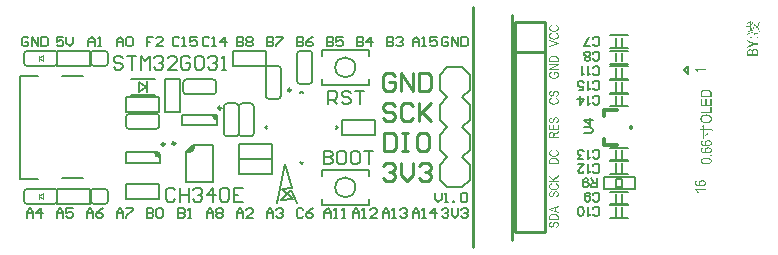
<source format=gto>
G04*
G04 #@! TF.GenerationSoftware,Altium Limited,Altium Designer,19.1.5 (86)*
G04*
G04 Layer_Color=65535*
%FSLAX25Y25*%
%MOIN*%
G70*
G01*
G75*
%ADD10C,0.00984*%
%ADD11C,0.00500*%
%ADD12C,0.00787*%
%ADD13C,0.01000*%
%ADD14C,0.01200*%
%ADD15C,0.00800*%
%ADD16C,0.00394*%
%ADD17C,0.00600*%
%ADD18R,0.00787X0.03937*%
G36*
X76217Y-8524D02*
X76709Y-10000D01*
X76118D01*
X74937Y-8819D01*
Y-8032D01*
X76217Y-8524D01*
D02*
G37*
G36*
X88032Y-5898D02*
X87638D01*
X85472Y-8063D01*
X87638D01*
X88032Y-7669D01*
Y-5898D01*
D02*
G37*
G36*
X95906Y4272D02*
Y2500D01*
X95512D01*
X94331Y3681D01*
Y4272D01*
X95906D01*
D02*
G37*
G36*
X258700Y19250D02*
X255781D01*
X255789Y19246D01*
X255809Y19226D01*
X255838Y19197D01*
X255879Y19156D01*
X255924Y19107D01*
X255978Y19045D01*
X256035Y18976D01*
X256097Y18898D01*
Y18894D01*
X256105Y18890D01*
X256113Y18877D01*
X256121Y18861D01*
X256150Y18820D01*
X256187Y18767D01*
X256224Y18705D01*
X256265Y18639D01*
X256301Y18570D01*
X256334Y18500D01*
X255896D01*
X255891Y18504D01*
X255887Y18512D01*
X255879Y18529D01*
X255863Y18553D01*
X255846Y18578D01*
X255826Y18611D01*
X255777Y18685D01*
X255711Y18767D01*
X255637Y18861D01*
X255555Y18955D01*
X255461Y19045D01*
X255457Y19049D01*
X255449Y19058D01*
X255436Y19070D01*
X255416Y19082D01*
X255391Y19103D01*
X255367Y19127D01*
X255297Y19176D01*
X255223Y19230D01*
X255137Y19287D01*
X255047Y19336D01*
X254953Y19377D01*
Y19623D01*
X258700D01*
Y19250D01*
D02*
G37*
G36*
X257585Y-17612D02*
X257626Y-17616D01*
X257667Y-17620D01*
X257716Y-17625D01*
X257819Y-17641D01*
X257933Y-17666D01*
X258052Y-17703D01*
X258171Y-17748D01*
X258175D01*
X258183Y-17752D01*
X258200Y-17760D01*
X258220Y-17772D01*
X258245Y-17785D01*
X258274Y-17801D01*
X258339Y-17842D01*
X258413Y-17891D01*
X258487Y-17953D01*
X258557Y-18018D01*
X258618Y-18096D01*
Y-18100D01*
X258622Y-18104D01*
X258630Y-18117D01*
X258639Y-18133D01*
X258663Y-18178D01*
X258688Y-18236D01*
X258716Y-18305D01*
X258737Y-18383D01*
X258753Y-18473D01*
X258762Y-18568D01*
Y-18588D01*
X258757Y-18613D01*
X258753Y-18645D01*
X258749Y-18682D01*
X258741Y-18732D01*
X258729Y-18781D01*
X258708Y-18838D01*
X258688Y-18896D01*
X258659Y-18957D01*
X258626Y-19019D01*
X258585Y-19084D01*
X258540Y-19150D01*
X258483Y-19211D01*
X258421Y-19273D01*
X258347Y-19330D01*
X258343Y-19334D01*
X258327Y-19342D01*
X258302Y-19359D01*
X258265Y-19375D01*
X258220Y-19400D01*
X258163Y-19424D01*
X258097Y-19453D01*
X258015Y-19478D01*
X257925Y-19507D01*
X257823Y-19535D01*
X257708Y-19560D01*
X257581Y-19584D01*
X257445Y-19601D01*
X257294Y-19617D01*
X257130Y-19625D01*
X256953Y-19629D01*
X256949D01*
X256941D01*
X256925D01*
X256904D01*
X256880D01*
X256851Y-19625D01*
X256818D01*
X256777D01*
X256691Y-19621D01*
X256589Y-19613D01*
X256478Y-19605D01*
X256355Y-19593D01*
X256232Y-19576D01*
X256105Y-19556D01*
X255978Y-19531D01*
X255851Y-19502D01*
X255728Y-19466D01*
X255613Y-19424D01*
X255510Y-19379D01*
X255416Y-19326D01*
X255412Y-19322D01*
X255395Y-19314D01*
X255375Y-19293D01*
X255342Y-19269D01*
X255309Y-19240D01*
X255268Y-19203D01*
X255227Y-19162D01*
X255182Y-19113D01*
X255141Y-19056D01*
X255100Y-18998D01*
X255059Y-18933D01*
X255026Y-18863D01*
X254994Y-18789D01*
X254973Y-18707D01*
X254957Y-18625D01*
X254953Y-18535D01*
Y-18502D01*
X254957Y-18477D01*
X254961Y-18449D01*
X254965Y-18412D01*
X254981Y-18334D01*
X255010Y-18244D01*
X255030Y-18194D01*
X255051Y-18145D01*
X255080Y-18096D01*
X255113Y-18047D01*
X255149Y-18002D01*
X255190Y-17957D01*
X255194Y-17953D01*
X255203Y-17944D01*
X255215Y-17936D01*
X255236Y-17920D01*
X255260Y-17899D01*
X255289Y-17879D01*
X255326Y-17854D01*
X255367Y-17830D01*
X255412Y-17805D01*
X255461Y-17780D01*
X255518Y-17756D01*
X255580Y-17735D01*
X255650Y-17711D01*
X255719Y-17694D01*
X255797Y-17678D01*
X255879Y-17666D01*
X255916Y-18039D01*
X255912D01*
X255904Y-18043D01*
X255887D01*
X255871Y-18047D01*
X255822Y-18059D01*
X255760Y-18080D01*
X255691Y-18100D01*
X255625Y-18129D01*
X255563Y-18162D01*
X255510Y-18199D01*
X255506D01*
X255502Y-18207D01*
X255482Y-18223D01*
X255453Y-18256D01*
X255420Y-18297D01*
X255387Y-18350D01*
X255359Y-18412D01*
X255338Y-18482D01*
X255330Y-18518D01*
Y-18572D01*
X255334Y-18592D01*
X255338Y-18613D01*
X255342Y-18641D01*
X255350Y-18674D01*
X255363Y-18711D01*
X255379Y-18748D01*
X255404Y-18789D01*
X255428Y-18830D01*
X255461Y-18875D01*
X255502Y-18920D01*
X255551Y-18961D01*
X255605Y-19006D01*
X255666Y-19047D01*
X255740Y-19084D01*
X255744D01*
X255756Y-19092D01*
X255777Y-19101D01*
X255805Y-19109D01*
X255842Y-19125D01*
X255887Y-19138D01*
X255941Y-19154D01*
X255998Y-19170D01*
X256068Y-19183D01*
X256146Y-19199D01*
X256232Y-19215D01*
X256326Y-19228D01*
X256424Y-19240D01*
X256535Y-19248D01*
X256650Y-19252D01*
X256773Y-19256D01*
X256765Y-19252D01*
X256752Y-19244D01*
X256736Y-19232D01*
X256691Y-19203D01*
X256638Y-19166D01*
X256576Y-19121D01*
X256515Y-19064D01*
X256457Y-19002D01*
X256404Y-18933D01*
Y-18928D01*
X256400Y-18924D01*
X256392Y-18912D01*
X256383Y-18900D01*
X256363Y-18859D01*
X256338Y-18805D01*
X256318Y-18744D01*
X256297Y-18674D01*
X256281Y-18596D01*
X256277Y-18514D01*
Y-18498D01*
X256281Y-18477D01*
Y-18453D01*
X256285Y-18424D01*
X256293Y-18387D01*
X256306Y-18346D01*
X256318Y-18301D01*
X256334Y-18252D01*
X256359Y-18203D01*
X256383Y-18149D01*
X256416Y-18096D01*
X256453Y-18043D01*
X256498Y-17989D01*
X256552Y-17936D01*
X256609Y-17883D01*
X256613Y-17879D01*
X256625Y-17871D01*
X256642Y-17858D01*
X256670Y-17838D01*
X256703Y-17817D01*
X256740Y-17797D01*
X256789Y-17772D01*
X256843Y-17743D01*
X256900Y-17719D01*
X256970Y-17694D01*
X257039Y-17674D01*
X257117Y-17649D01*
X257204Y-17633D01*
X257294Y-17620D01*
X257388Y-17612D01*
X257490Y-17608D01*
X257495D01*
X257507D01*
X257527D01*
X257552D01*
X257585Y-17612D01*
D02*
G37*
G36*
X258700Y-20950D02*
X255781D01*
X255789Y-20954D01*
X255809Y-20974D01*
X255838Y-21003D01*
X255879Y-21044D01*
X255924Y-21093D01*
X255978Y-21155D01*
X256035Y-21224D01*
X256097Y-21302D01*
Y-21306D01*
X256105Y-21310D01*
X256113Y-21323D01*
X256121Y-21339D01*
X256150Y-21380D01*
X256187Y-21433D01*
X256224Y-21495D01*
X256265Y-21561D01*
X256301Y-21630D01*
X256334Y-21700D01*
X255896D01*
X255891Y-21696D01*
X255887Y-21688D01*
X255879Y-21671D01*
X255863Y-21647D01*
X255846Y-21622D01*
X255826Y-21589D01*
X255777Y-21516D01*
X255711Y-21433D01*
X255637Y-21339D01*
X255555Y-21245D01*
X255461Y-21155D01*
X255457Y-21151D01*
X255449Y-21142D01*
X255436Y-21130D01*
X255416Y-21118D01*
X255391Y-21097D01*
X255367Y-21073D01*
X255297Y-21023D01*
X255223Y-20970D01*
X255137Y-20913D01*
X255047Y-20864D01*
X254953Y-20823D01*
Y-20577D01*
X258700D01*
Y-20950D01*
D02*
G37*
G36*
X274424Y35224D02*
X274428D01*
X274432D01*
X274457Y35216D01*
X274494Y35208D01*
X274535Y35195D01*
X274575Y35175D01*
X274612Y35155D01*
X274637Y35130D01*
X274641Y35118D01*
X274645Y35101D01*
Y35097D01*
X274641Y35089D01*
X274637Y35077D01*
X274629Y35056D01*
X274608Y35032D01*
X274584Y35003D01*
X274551Y34966D01*
X274502Y34921D01*
X274498Y34917D01*
X274489Y34909D01*
X274473Y34892D01*
X274448Y34872D01*
X274424Y34843D01*
X274387Y34802D01*
X274350Y34757D01*
X274305Y34703D01*
X274256Y34642D01*
X274202Y34568D01*
X274141Y34486D01*
X274079Y34396D01*
X274014Y34293D01*
X273940Y34179D01*
X273866Y34056D01*
X273788Y33920D01*
X273727Y33961D01*
Y33970D01*
X273735Y33990D01*
X273743Y34023D01*
X273756Y34064D01*
X273768Y34117D01*
X273788Y34179D01*
X273805Y34248D01*
X273829Y34318D01*
X273879Y34474D01*
X273932Y34638D01*
X273960Y34716D01*
X273989Y34790D01*
X274018Y34863D01*
X274047Y34929D01*
Y34933D01*
X274055Y34945D01*
X274063Y34962D01*
X274075Y34982D01*
X274108Y35032D01*
X274149Y35093D01*
X274206Y35150D01*
X274235Y35175D01*
X274268Y35195D01*
X274305Y35212D01*
X274342Y35224D01*
X274383Y35228D01*
X274424Y35224D01*
D02*
G37*
G36*
X276392Y35487D02*
X276396Y35474D01*
X276404Y35458D01*
X276408Y35437D01*
X276420Y35409D01*
X276433Y35376D01*
X276462Y35310D01*
X276502Y35236D01*
X276548Y35171D01*
X276572Y35142D01*
X276601Y35118D01*
X276630Y35097D01*
X276658Y35081D01*
Y35077D01*
X276654Y35064D01*
X276650Y35044D01*
X276642Y35015D01*
X276634Y34978D01*
X276621Y34937D01*
X276609Y34892D01*
X276593Y34839D01*
X276576Y34781D01*
X276556Y34724D01*
X276511Y34593D01*
X276457Y34449D01*
X276392Y34306D01*
X276388Y34302D01*
X276384Y34289D01*
X276371Y34269D01*
X276359Y34240D01*
X276339Y34207D01*
X276318Y34166D01*
X276293Y34121D01*
X276261Y34072D01*
X276191Y33961D01*
X276109Y33843D01*
X276015Y33720D01*
X275908Y33597D01*
X275912Y33592D01*
X275916Y33584D01*
X275928Y33572D01*
X275945Y33551D01*
X275961Y33527D01*
X275982Y33498D01*
X276010Y33461D01*
X276039Y33416D01*
X276068Y33367D01*
X276101Y33314D01*
X276138Y33252D01*
X276174Y33182D01*
X276216Y33109D01*
X276256Y33027D01*
X276297Y32936D01*
X276343Y32842D01*
X276347Y32838D01*
X276351Y32818D01*
X276363Y32789D01*
X276379Y32748D01*
X276400Y32695D01*
X276425Y32637D01*
X276449Y32563D01*
X276474Y32485D01*
X276502Y32395D01*
X276531Y32297D01*
X276560Y32190D01*
X276593Y32079D01*
X276621Y31956D01*
X276650Y31829D01*
X276675Y31698D01*
X276699Y31559D01*
X276617Y31538D01*
Y31547D01*
X276613Y31563D01*
X276605Y31596D01*
X276593Y31641D01*
X276580Y31690D01*
X276564Y31751D01*
X276548Y31821D01*
X276523Y31899D01*
X276498Y31981D01*
X276470Y32067D01*
X276441Y32162D01*
X276404Y32256D01*
X276330Y32449D01*
X276240Y32645D01*
X276236Y32649D01*
X276228Y32670D01*
X276216Y32695D01*
X276195Y32731D01*
X276174Y32772D01*
X276146Y32826D01*
X276117Y32879D01*
X276080Y32941D01*
X276002Y33068D01*
X275916Y33199D01*
X275822Y33322D01*
X275773Y33379D01*
X275724Y33432D01*
X275719Y33428D01*
X275707Y33420D01*
X275687Y33408D01*
X275658Y33387D01*
X275625Y33367D01*
X275580Y33338D01*
X275535Y33310D01*
X275478Y33277D01*
X275420Y33244D01*
X275355Y33207D01*
X275285Y33170D01*
X275207Y33133D01*
X275129Y33092D01*
X275043Y33055D01*
X274867Y32986D01*
X274871Y32982D01*
X274891Y32965D01*
X274920Y32941D01*
X274957Y32908D01*
X275006Y32863D01*
X275059Y32809D01*
X275121Y32752D01*
X275186Y32682D01*
X275256Y32608D01*
X275334Y32526D01*
X275408Y32440D01*
X275486Y32346D01*
X275564Y32248D01*
X275641Y32145D01*
X275715Y32034D01*
X275785Y31924D01*
X275724Y31883D01*
X275719Y31887D01*
X275711Y31899D01*
X275695Y31920D01*
X275670Y31944D01*
X275641Y31981D01*
X275609Y32018D01*
X275568Y32063D01*
X275523Y32112D01*
X275473Y32166D01*
X275416Y32223D01*
X275355Y32280D01*
X275289Y32346D01*
X275219Y32408D01*
X275145Y32473D01*
X275063Y32543D01*
X274981Y32608D01*
X274977Y32612D01*
X274961Y32625D01*
X274936Y32641D01*
X274903Y32666D01*
X274863Y32699D01*
X274813Y32731D01*
X274756Y32772D01*
X274694Y32813D01*
X274629Y32854D01*
X274559Y32899D01*
X274403Y32994D01*
X274243Y33084D01*
X274075Y33166D01*
X274317Y33535D01*
X274399Y33351D01*
X274645Y33166D01*
Y34125D01*
X274461Y34289D01*
X274785Y34613D01*
X274867Y34408D01*
X274871Y34404D01*
X274891Y34392D01*
X274920Y34376D01*
X274957Y34351D01*
X275006Y34322D01*
X275059Y34289D01*
X275121Y34248D01*
X275186Y34207D01*
X275326Y34105D01*
X275478Y33998D01*
X275625Y33879D01*
X275699Y33818D01*
X275764Y33756D01*
X275769Y33760D01*
X275777Y33769D01*
X275789Y33785D01*
X275805Y33810D01*
X275826Y33834D01*
X275851Y33871D01*
X275875Y33908D01*
X275904Y33953D01*
X275937Y34002D01*
X275965Y34056D01*
X275998Y34117D01*
X276031Y34179D01*
X276064Y34244D01*
X276093Y34318D01*
X276150Y34470D01*
Y34474D01*
X276154Y34490D01*
X276162Y34515D01*
X276170Y34548D01*
X276183Y34589D01*
X276195Y34638D01*
X276207Y34695D01*
X276224Y34761D01*
X276236Y34831D01*
X276248Y34909D01*
X276265Y34991D01*
X276277Y35081D01*
X276289Y35179D01*
X276297Y35278D01*
X276306Y35384D01*
X276310Y35491D01*
X276392D01*
Y35487D01*
D02*
G37*
G36*
X273645Y32945D02*
X273891Y33228D01*
X273952Y33006D01*
X273960Y32998D01*
X273977Y32977D01*
X274006Y32945D01*
X274047Y32904D01*
X274092Y32846D01*
X274149Y32785D01*
X274211Y32711D01*
X274276Y32633D01*
X274346Y32547D01*
X274416Y32453D01*
X274489Y32358D01*
X274563Y32256D01*
X274703Y32051D01*
X274768Y31944D01*
X274830Y31842D01*
X274768Y31801D01*
Y31805D01*
X274760Y31809D01*
X274744Y31833D01*
X274711Y31870D01*
X274666Y31924D01*
X274617Y31985D01*
X274555Y32055D01*
X274485Y32133D01*
X274407Y32215D01*
X274321Y32301D01*
X274235Y32387D01*
X274141Y32473D01*
X274047Y32559D01*
X273948Y32641D01*
X273846Y32715D01*
X273743Y32785D01*
X273645Y32842D01*
Y32612D01*
X273649Y32584D01*
X273653Y32518D01*
X273661Y32444D01*
X273669Y32362D01*
X273686Y32276D01*
X273706Y32190D01*
X273526Y32006D01*
Y33432D01*
X272849D01*
Y32977D01*
X272853Y32953D01*
X272858Y32887D01*
X272866Y32809D01*
X272874Y32727D01*
X272890Y32641D01*
X272911Y32555D01*
X272730Y32375D01*
Y33432D01*
X272403D01*
X272398D01*
X272390D01*
X272374D01*
X272353D01*
X272325D01*
X272296D01*
X272226Y33428D01*
X272148D01*
X272070Y33424D01*
X271988Y33420D01*
X271915Y33412D01*
X272140Y33879D01*
X272284Y33699D01*
X272730D01*
Y34330D01*
X272464Y34593D01*
X272849Y34982D01*
Y33699D01*
X273526D01*
Y34695D01*
X273239Y34982D01*
X273645Y35388D01*
Y32945D01*
D02*
G37*
G36*
X272878Y32100D02*
X272907Y32092D01*
X272944Y32079D01*
X272993Y32067D01*
X273050Y32047D01*
X273116Y32026D01*
X273190Y32006D01*
X273268Y31981D01*
X273354Y31956D01*
X273444Y31928D01*
X273538Y31899D01*
X273739Y31842D01*
X273948Y31780D01*
X274161Y31719D01*
X274371Y31657D01*
X274571Y31600D01*
X274666Y31575D01*
X274760Y31551D01*
X274846Y31526D01*
X274928Y31506D01*
X275002Y31485D01*
X275072Y31473D01*
X275129Y31456D01*
X275182Y31448D01*
X275223Y31440D01*
X275256Y31436D01*
X275260D01*
X275268D01*
X275285D01*
X275305Y31432D01*
X275334D01*
X275363Y31428D01*
X275400D01*
X275441D01*
X275535Y31424D01*
X275641Y31419D01*
X275760Y31415D01*
X275887D01*
X275892D01*
X275904D01*
X275920D01*
X275945Y31411D01*
X275998Y31407D01*
X276064Y31395D01*
X276125Y31378D01*
X276150Y31366D01*
X276174Y31350D01*
X276191Y31333D01*
X276203Y31313D01*
X276211Y31292D01*
X276207Y31264D01*
Y31255D01*
X276199Y31239D01*
X276191Y31214D01*
X276179Y31182D01*
X276142Y31108D01*
X276121Y31079D01*
X276093Y31050D01*
X276088Y31046D01*
X276080Y31042D01*
X276064Y31030D01*
X276039Y31022D01*
X275990Y30997D01*
X275957Y30993D01*
X275928Y30989D01*
X275924D01*
X275912D01*
X275896Y30993D01*
X275867Y30997D01*
X275834Y31005D01*
X275789Y31014D01*
X275740Y31030D01*
X275682Y31050D01*
X275678D01*
X275670Y31054D01*
X275658Y31059D01*
X275637Y31063D01*
X275592Y31075D01*
X275531Y31091D01*
X275461Y31108D01*
X275387Y31120D01*
X275318Y31128D01*
X275248Y31132D01*
X275244D01*
X275240D01*
X275219Y31124D01*
X275182Y31112D01*
X275162Y31100D01*
X275137Y31083D01*
X275113Y31059D01*
X275088Y31034D01*
X275059Y31001D01*
X275031Y30960D01*
X274998Y30911D01*
X274969Y30858D01*
X274936Y30796D01*
X274908Y30722D01*
X274830Y30743D01*
Y30747D01*
X274834Y30751D01*
Y30763D01*
X274838Y30780D01*
X274846Y30825D01*
X274858Y30878D01*
X274871Y30940D01*
X274879Y31005D01*
X274883Y31075D01*
X274887Y31141D01*
Y31145D01*
X274883Y31149D01*
X274875Y31161D01*
X274854Y31177D01*
X274826Y31202D01*
X274801Y31218D01*
X274776Y31231D01*
X274748Y31251D01*
X274715Y31272D01*
X274674Y31292D01*
X274629Y31317D01*
X274575Y31341D01*
X274518Y31370D01*
X274452Y31399D01*
X274379Y31432D01*
X274301Y31469D01*
X274215Y31506D01*
X274116Y31547D01*
X274010Y31587D01*
X273899Y31633D01*
X273776Y31678D01*
X273641Y31731D01*
X273497Y31784D01*
X273341Y31842D01*
X273177Y31899D01*
X273001Y31961D01*
X272813Y32026D01*
X272853Y32108D01*
X272858D01*
X272878Y32100D01*
D02*
G37*
G36*
X272972Y31563D02*
X273009Y31559D01*
X273054Y31555D01*
X273104Y31542D01*
X273149Y31530D01*
X273190Y31510D01*
X273218Y31485D01*
X273222Y31481D01*
X273227Y31473D01*
X273239Y31460D01*
X273247Y31444D01*
X273272Y31407D01*
X273276Y31391D01*
X273280Y31374D01*
Y31370D01*
X273276Y31362D01*
X273268Y31346D01*
X273255Y31325D01*
X273231Y31305D01*
X273194Y31280D01*
X273169Y31268D01*
X273141Y31255D01*
X273112Y31243D01*
X273075Y31231D01*
X273071D01*
X273063Y31227D01*
X273046Y31223D01*
X273026Y31214D01*
X272997Y31202D01*
X272964Y31190D01*
X272927Y31173D01*
X272882Y31153D01*
X272833Y31128D01*
X272784Y31100D01*
X272726Y31071D01*
X272665Y31034D01*
X272599Y30993D01*
X272534Y30948D01*
X272460Y30899D01*
X272386Y30845D01*
X272325Y30886D01*
X272329Y30895D01*
X272341Y30915D01*
X272361Y30952D01*
X272390Y30993D01*
X272419Y31046D01*
X272460Y31104D01*
X272501Y31169D01*
X272546Y31231D01*
X272595Y31296D01*
X272644Y31358D01*
X272694Y31415D01*
X272743Y31464D01*
X272796Y31510D01*
X272845Y31542D01*
X272890Y31563D01*
X272915Y31567D01*
X272936D01*
X272940D01*
X272944D01*
X272972Y31563D01*
D02*
G37*
G36*
X276170Y29685D02*
X275650D01*
Y30112D01*
X276170D01*
Y29685D01*
D02*
G37*
G36*
X273985D02*
X273464D01*
Y30112D01*
X273985D01*
Y29685D01*
D02*
G37*
G36*
X274592Y28037D02*
X276170D01*
Y27631D01*
X274592D01*
X272435Y26450D01*
Y26942D01*
X273563Y27545D01*
X273567Y27549D01*
X273579Y27553D01*
X273596Y27561D01*
X273620Y27574D01*
X273649Y27590D01*
X273686Y27606D01*
X273723Y27627D01*
X273768Y27652D01*
X273866Y27697D01*
X273973Y27750D01*
X274083Y27803D01*
X274194Y27856D01*
X274190D01*
X274182Y27865D01*
X274166Y27869D01*
X274141Y27881D01*
X274116Y27893D01*
X274083Y27910D01*
X274047Y27930D01*
X274002Y27951D01*
X273956Y27975D01*
X273903Y28000D01*
X273792Y28057D01*
X273669Y28123D01*
X273534Y28193D01*
X272435Y28791D01*
Y29259D01*
X274592Y28037D01*
D02*
G37*
G36*
X275178Y26208D02*
X275211Y26204D01*
X275252Y26200D01*
X275293Y26196D01*
X275383Y26180D01*
X275486Y26155D01*
X275588Y26118D01*
X275687Y26073D01*
X275691D01*
X275699Y26065D01*
X275711Y26061D01*
X275728Y26048D01*
X275773Y26016D01*
X275826Y25975D01*
X275887Y25921D01*
X275949Y25856D01*
X276006Y25782D01*
X276056Y25700D01*
Y25696D01*
X276060Y25688D01*
X276068Y25675D01*
X276072Y25659D01*
X276080Y25634D01*
X276093Y25606D01*
X276101Y25573D01*
X276113Y25536D01*
X276125Y25491D01*
X276133Y25446D01*
X276142Y25392D01*
X276154Y25335D01*
X276158Y25273D01*
X276166Y25208D01*
X276170Y25138D01*
Y23900D01*
X272435D01*
Y25105D01*
X272439Y25134D01*
Y25171D01*
X272448Y25249D01*
X272464Y25335D01*
X272480Y25429D01*
X272509Y25519D01*
X272546Y25602D01*
Y25606D01*
X272550Y25610D01*
X272567Y25634D01*
X272591Y25675D01*
X272628Y25720D01*
X272673Y25774D01*
X272735Y25831D01*
X272800Y25884D01*
X272882Y25938D01*
X272886D01*
X272895Y25942D01*
X272907Y25950D01*
X272923Y25958D01*
X272944Y25966D01*
X272968Y25979D01*
X273030Y26003D01*
X273108Y26028D01*
X273194Y26048D01*
X273288Y26065D01*
X273391Y26069D01*
X273395D01*
X273403D01*
X273415D01*
X273436D01*
X273456Y26065D01*
X273485D01*
X273546Y26057D01*
X273616Y26040D01*
X273698Y26020D01*
X273776Y25991D01*
X273858Y25954D01*
X273862D01*
X273866Y25950D01*
X273891Y25934D01*
X273928Y25909D01*
X273977Y25872D01*
X274026Y25827D01*
X274083Y25774D01*
X274137Y25712D01*
X274186Y25638D01*
Y25642D01*
X274190Y25651D01*
X274198Y25663D01*
X274206Y25684D01*
X274231Y25733D01*
X274264Y25790D01*
X274309Y25856D01*
X274366Y25925D01*
X274436Y25995D01*
X274518Y26057D01*
X274522D01*
X274530Y26065D01*
X274543Y26073D01*
X274559Y26081D01*
X274584Y26094D01*
X274608Y26106D01*
X274641Y26118D01*
X274674Y26134D01*
X274760Y26163D01*
X274858Y26188D01*
X274969Y26204D01*
X275092Y26212D01*
X275096D01*
X275109D01*
X275125D01*
X275149D01*
X275178Y26208D01*
D02*
G37*
G36*
X258891Y12576D02*
X258944D01*
X259010Y12572D01*
X259080Y12564D01*
X259157Y12556D01*
X259240Y12548D01*
X259326Y12535D01*
X259506Y12503D01*
X259690Y12453D01*
X259777Y12425D01*
X259863Y12392D01*
X259867D01*
X259883Y12384D01*
X259904Y12371D01*
X259932Y12359D01*
X259969Y12338D01*
X260010Y12318D01*
X260055Y12293D01*
X260105Y12265D01*
X260207Y12195D01*
X260310Y12113D01*
X260408Y12019D01*
X260449Y11970D01*
X260486Y11916D01*
Y11912D01*
X260494Y11904D01*
X260502Y11887D01*
X260515Y11863D01*
X260527Y11834D01*
X260543Y11801D01*
X260560Y11760D01*
X260576Y11711D01*
X260597Y11658D01*
X260613Y11601D01*
X260629Y11539D01*
X260642Y11473D01*
X260654Y11400D01*
X260662Y11322D01*
X260666Y11240D01*
X260670Y11154D01*
Y10051D01*
X256935D01*
Y11203D01*
X256939Y11240D01*
X256943Y11326D01*
X256952Y11424D01*
X256964Y11523D01*
X256980Y11617D01*
X256993Y11658D01*
X257005Y11699D01*
Y11703D01*
X257009Y11711D01*
X257013Y11723D01*
X257021Y11744D01*
X257034Y11769D01*
X257046Y11793D01*
X257079Y11859D01*
X257124Y11933D01*
X257181Y12010D01*
X257251Y12088D01*
X257333Y12162D01*
X257337Y12166D01*
X257345Y12170D01*
X257358Y12183D01*
X257374Y12195D01*
X257399Y12211D01*
X257427Y12232D01*
X257460Y12252D01*
X257497Y12273D01*
X257538Y12297D01*
X257583Y12322D01*
X257686Y12375D01*
X257800Y12425D01*
X257932Y12470D01*
X257936D01*
X257948Y12474D01*
X257968Y12482D01*
X257993Y12486D01*
X258030Y12494D01*
X258071Y12507D01*
X258116Y12515D01*
X258173Y12527D01*
X258231Y12535D01*
X258296Y12543D01*
X258366Y12556D01*
X258440Y12564D01*
X258522Y12572D01*
X258604Y12576D01*
X258784Y12580D01*
X258793D01*
X258813D01*
X258846D01*
X258891Y12576D01*
D02*
G37*
G36*
X260670Y7218D02*
X256935D01*
Y9432D01*
X257374D01*
Y7623D01*
X258518D01*
Y9321D01*
X258957D01*
Y7623D01*
X260232D01*
Y9501D01*
X260670D01*
Y7218D01*
D02*
G37*
G36*
Y4807D02*
X256935D01*
Y5213D01*
X260232D01*
Y6717D01*
X260670D01*
Y4807D01*
D02*
G37*
G36*
X258887Y4311D02*
X258944D01*
X259014Y4302D01*
X259096Y4294D01*
X259186Y4282D01*
X259285Y4270D01*
X259391Y4249D01*
X259502Y4225D01*
X259613Y4192D01*
X259727Y4155D01*
X259838Y4114D01*
X259949Y4061D01*
X260055Y4003D01*
X260158Y3938D01*
X260166Y3934D01*
X260182Y3917D01*
X260211Y3897D01*
X260248Y3864D01*
X260289Y3819D01*
X260338Y3770D01*
X260392Y3712D01*
X260445Y3647D01*
X260498Y3573D01*
X260552Y3491D01*
X260597Y3401D01*
X260642Y3302D01*
X260679Y3200D01*
X260707Y3089D01*
X260724Y2974D01*
X260732Y2851D01*
Y2822D01*
X260728Y2785D01*
X260724Y2740D01*
X260716Y2679D01*
X260699Y2613D01*
X260683Y2540D01*
X260658Y2462D01*
X260625Y2376D01*
X260588Y2285D01*
X260539Y2195D01*
X260482Y2105D01*
X260416Y2015D01*
X260334Y1925D01*
X260244Y1838D01*
X260141Y1760D01*
X260133Y1756D01*
X260117Y1744D01*
X260088Y1728D01*
X260047Y1703D01*
X259994Y1674D01*
X259932Y1642D01*
X259863Y1609D01*
X259781Y1576D01*
X259690Y1539D01*
X259592Y1506D01*
X259486Y1474D01*
X259375Y1445D01*
X259252Y1420D01*
X259125Y1404D01*
X258994Y1391D01*
X258854Y1387D01*
X258850D01*
X258842D01*
X258829D01*
X258813D01*
X258788D01*
X258764Y1391D01*
X258698Y1396D01*
X258616Y1400D01*
X258526Y1408D01*
X258424Y1424D01*
X258313Y1441D01*
X258194Y1461D01*
X258075Y1490D01*
X257952Y1523D01*
X257833Y1564D01*
X257710Y1613D01*
X257595Y1666D01*
X257489Y1732D01*
X257386Y1806D01*
X257382Y1810D01*
X257366Y1826D01*
X257337Y1847D01*
X257304Y1879D01*
X257267Y1920D01*
X257222Y1970D01*
X257177Y2027D01*
X257128Y2093D01*
X257079Y2166D01*
X257034Y2244D01*
X256989Y2330D01*
X256952Y2425D01*
X256919Y2523D01*
X256890Y2626D01*
X256874Y2736D01*
X256870Y2851D01*
Y2892D01*
X256874Y2921D01*
X256878Y2954D01*
X256882Y2999D01*
X256890Y3044D01*
X256898Y3097D01*
X256927Y3208D01*
X256968Y3335D01*
X256993Y3396D01*
X257021Y3462D01*
X257058Y3528D01*
X257099Y3589D01*
X257103Y3593D01*
X257112Y3605D01*
X257124Y3622D01*
X257140Y3647D01*
X257165Y3671D01*
X257194Y3704D01*
X257230Y3741D01*
X257267Y3782D01*
X257312Y3823D01*
X257362Y3868D01*
X257419Y3909D01*
X257476Y3954D01*
X257542Y3999D01*
X257612Y4040D01*
X257690Y4081D01*
X257768Y4118D01*
X257772Y4122D01*
X257788Y4126D01*
X257813Y4134D01*
X257845Y4151D01*
X257887Y4163D01*
X257936Y4180D01*
X257993Y4200D01*
X258059Y4216D01*
X258133Y4237D01*
X258210Y4253D01*
X258296Y4270D01*
X258387Y4286D01*
X258485Y4298D01*
X258588Y4307D01*
X258694Y4311D01*
X258805Y4315D01*
X258809D01*
X258813D01*
X258825D01*
X258842D01*
X258887Y4311D01*
D02*
G37*
G36*
X258001Y-585D02*
X260650D01*
X260654D01*
X260666D01*
X260687Y-589D01*
X260711Y-597D01*
X260744Y-605D01*
X260781Y-618D01*
X260822Y-634D01*
X260863Y-654D01*
X260908Y-679D01*
X260953Y-712D01*
X260998Y-753D01*
X261044Y-798D01*
X261089Y-855D01*
X261130Y-917D01*
X261167Y-991D01*
X261199Y-1073D01*
X261195D01*
X261187Y-1077D01*
X261171Y-1081D01*
X261150Y-1089D01*
X261125Y-1101D01*
X261097Y-1118D01*
X261064Y-1142D01*
X261027Y-1175D01*
X260990Y-1216D01*
X260949Y-1265D01*
X260904Y-1327D01*
X260863Y-1401D01*
X260818Y-1487D01*
X260773Y-1585D01*
X260728Y-1696D01*
X260707Y-1761D01*
X260687Y-1827D01*
X260588D01*
Y-1819D01*
X260593Y-1798D01*
X260597Y-1766D01*
X260601Y-1720D01*
X260609Y-1667D01*
X260613Y-1606D01*
X260621Y-1544D01*
X260629Y-1474D01*
X260642Y-1335D01*
X260650Y-1269D01*
X260654Y-1204D01*
X260658Y-1146D01*
X260662Y-1097D01*
Y-1019D01*
X260658Y-1003D01*
X260646Y-982D01*
X260625Y-954D01*
X260597Y-929D01*
X260572Y-921D01*
X260552Y-909D01*
X260523Y-900D01*
X260490Y-892D01*
X260449Y-888D01*
X260408D01*
X258001D01*
Y-3159D01*
X258005Y-3184D01*
X258010Y-3250D01*
X258018Y-3328D01*
X258026Y-3410D01*
X258042Y-3492D01*
X258063Y-3578D01*
X257882Y-3762D01*
Y-888D01*
X257046D01*
X257042D01*
X257030D01*
X257013D01*
X256989D01*
X256960D01*
X256927D01*
X256890D01*
X256845Y-892D01*
X256751D01*
X256644Y-896D01*
X256529Y-900D01*
X256415Y-909D01*
X256661Y-380D01*
X256825Y-585D01*
X257882D01*
Y149D01*
X257575Y457D01*
X258001Y883D01*
Y-585D01*
D02*
G37*
G36*
X259375Y-1954D02*
X259403Y-1958D01*
X259440Y-1970D01*
X259514Y-1995D01*
X259551Y-2016D01*
X259584Y-2040D01*
X259588Y-2044D01*
X259596Y-2052D01*
X259604Y-2065D01*
X259617Y-2081D01*
X259641Y-2118D01*
X259649Y-2135D01*
X259654Y-2151D01*
Y-2155D01*
X259649Y-2163D01*
X259645Y-2176D01*
X259633Y-2188D01*
X259613Y-2208D01*
X259584Y-2229D01*
X259543Y-2249D01*
X259490Y-2274D01*
X259486D01*
X259477Y-2278D01*
X259465Y-2282D01*
X259449Y-2290D01*
X259403Y-2307D01*
X259342Y-2331D01*
X259272Y-2360D01*
X259194Y-2393D01*
X259117Y-2434D01*
X259034Y-2479D01*
X259030D01*
X259026Y-2483D01*
X259010Y-2491D01*
X258994Y-2503D01*
X258973Y-2516D01*
X258948Y-2532D01*
X258916Y-2553D01*
X258879Y-2573D01*
X258842Y-2598D01*
X258797Y-2627D01*
X258698Y-2692D01*
X258583Y-2774D01*
X258452Y-2864D01*
X258391Y-2823D01*
X258395Y-2815D01*
X258407Y-2799D01*
X258428Y-2766D01*
X258452Y-2729D01*
X258485Y-2680D01*
X258522Y-2627D01*
X258563Y-2569D01*
X258608Y-2508D01*
X258702Y-2380D01*
X258752Y-2319D01*
X258801Y-2262D01*
X258850Y-2204D01*
X258895Y-2155D01*
X258940Y-2114D01*
X258981Y-2081D01*
X258985D01*
X258989Y-2073D01*
X259014Y-2057D01*
X259055Y-2036D01*
X259104Y-2007D01*
X259162Y-1983D01*
X259223Y-1962D01*
X259289Y-1950D01*
X259350D01*
X259358D01*
X259375Y-1954D01*
D02*
G37*
G36*
X259555Y-4254D02*
X259596Y-4258D01*
X259637Y-4262D01*
X259686Y-4267D01*
X259789Y-4283D01*
X259904Y-4307D01*
X260023Y-4344D01*
X260141Y-4389D01*
X260146D01*
X260154Y-4394D01*
X260170Y-4402D01*
X260191Y-4414D01*
X260215Y-4426D01*
X260244Y-4443D01*
X260310Y-4484D01*
X260383Y-4533D01*
X260457Y-4594D01*
X260527Y-4660D01*
X260588Y-4738D01*
Y-4742D01*
X260593Y-4746D01*
X260601Y-4758D01*
X260609Y-4775D01*
X260633Y-4820D01*
X260658Y-4877D01*
X260687Y-4947D01*
X260707Y-5025D01*
X260724Y-5115D01*
X260732Y-5209D01*
Y-5230D01*
X260728Y-5255D01*
X260724Y-5287D01*
X260720Y-5324D01*
X260711Y-5373D01*
X260699Y-5423D01*
X260679Y-5480D01*
X260658Y-5537D01*
X260629Y-5599D01*
X260597Y-5661D01*
X260556Y-5726D01*
X260510Y-5792D01*
X260453Y-5853D01*
X260392Y-5915D01*
X260318Y-5972D01*
X260314Y-5976D01*
X260297Y-5984D01*
X260273Y-6001D01*
X260236Y-6017D01*
X260191Y-6042D01*
X260133Y-6066D01*
X260068Y-6095D01*
X259986Y-6120D01*
X259895Y-6148D01*
X259793Y-6177D01*
X259678Y-6202D01*
X259551Y-6226D01*
X259416Y-6243D01*
X259264Y-6259D01*
X259100Y-6267D01*
X258924Y-6271D01*
X258920D01*
X258911D01*
X258895D01*
X258875D01*
X258850D01*
X258821Y-6267D01*
X258788D01*
X258748D01*
X258661Y-6263D01*
X258559Y-6255D01*
X258448Y-6247D01*
X258325Y-6235D01*
X258202Y-6218D01*
X258075Y-6198D01*
X257948Y-6173D01*
X257821Y-6144D01*
X257698Y-6107D01*
X257583Y-6066D01*
X257481Y-6021D01*
X257386Y-5968D01*
X257382Y-5964D01*
X257366Y-5956D01*
X257345Y-5935D01*
X257312Y-5911D01*
X257280Y-5882D01*
X257239Y-5845D01*
X257198Y-5804D01*
X257153Y-5755D01*
X257112Y-5697D01*
X257071Y-5640D01*
X257030Y-5574D01*
X256997Y-5505D01*
X256964Y-5431D01*
X256943Y-5349D01*
X256927Y-5267D01*
X256923Y-5177D01*
Y-5144D01*
X256927Y-5119D01*
X256931Y-5091D01*
X256935Y-5054D01*
X256952Y-4976D01*
X256980Y-4886D01*
X257001Y-4836D01*
X257021Y-4787D01*
X257050Y-4738D01*
X257083Y-4689D01*
X257120Y-4644D01*
X257161Y-4599D01*
X257165Y-4594D01*
X257173Y-4586D01*
X257185Y-4578D01*
X257206Y-4562D01*
X257230Y-4541D01*
X257259Y-4521D01*
X257296Y-4496D01*
X257337Y-4471D01*
X257382Y-4447D01*
X257431Y-4422D01*
X257489Y-4398D01*
X257550Y-4377D01*
X257620Y-4353D01*
X257690Y-4336D01*
X257768Y-4320D01*
X257850Y-4307D01*
X257887Y-4681D01*
X257882D01*
X257874Y-4685D01*
X257858D01*
X257841Y-4689D01*
X257792Y-4701D01*
X257731Y-4722D01*
X257661Y-4742D01*
X257595Y-4771D01*
X257534Y-4804D01*
X257481Y-4840D01*
X257476D01*
X257472Y-4849D01*
X257452Y-4865D01*
X257423Y-4898D01*
X257390Y-4939D01*
X257358Y-4992D01*
X257329Y-5054D01*
X257308Y-5123D01*
X257300Y-5160D01*
Y-5214D01*
X257304Y-5234D01*
X257308Y-5255D01*
X257312Y-5283D01*
X257321Y-5316D01*
X257333Y-5353D01*
X257349Y-5390D01*
X257374Y-5431D01*
X257399Y-5472D01*
X257431Y-5517D01*
X257472Y-5562D01*
X257522Y-5603D01*
X257575Y-5648D01*
X257636Y-5689D01*
X257710Y-5726D01*
X257714D01*
X257727Y-5734D01*
X257747Y-5742D01*
X257776Y-5751D01*
X257813Y-5767D01*
X257858Y-5779D01*
X257911Y-5796D01*
X257968Y-5812D01*
X258038Y-5824D01*
X258116Y-5841D01*
X258202Y-5857D01*
X258296Y-5870D01*
X258395Y-5882D01*
X258506Y-5890D01*
X258620Y-5894D01*
X258743Y-5898D01*
X258735Y-5894D01*
X258723Y-5886D01*
X258706Y-5874D01*
X258661Y-5845D01*
X258608Y-5808D01*
X258547Y-5763D01*
X258485Y-5706D01*
X258428Y-5644D01*
X258374Y-5574D01*
Y-5570D01*
X258370Y-5566D01*
X258362Y-5554D01*
X258354Y-5542D01*
X258333Y-5501D01*
X258309Y-5447D01*
X258288Y-5386D01*
X258268Y-5316D01*
X258251Y-5238D01*
X258247Y-5156D01*
Y-5140D01*
X258251Y-5119D01*
Y-5095D01*
X258256Y-5066D01*
X258264Y-5029D01*
X258276Y-4988D01*
X258288Y-4943D01*
X258305Y-4894D01*
X258329Y-4845D01*
X258354Y-4791D01*
X258387Y-4738D01*
X258424Y-4685D01*
X258469Y-4631D01*
X258522Y-4578D01*
X258579Y-4525D01*
X258583Y-4521D01*
X258596Y-4513D01*
X258612Y-4500D01*
X258641Y-4480D01*
X258674Y-4459D01*
X258711Y-4439D01*
X258760Y-4414D01*
X258813Y-4385D01*
X258871Y-4361D01*
X258940Y-4336D01*
X259010Y-4316D01*
X259088Y-4291D01*
X259174Y-4275D01*
X259264Y-4262D01*
X259358Y-4254D01*
X259461Y-4250D01*
X259465D01*
X259477D01*
X259498D01*
X259522D01*
X259555Y-4254D01*
D02*
G37*
G36*
Y-6632D02*
X259596Y-6636D01*
X259637Y-6640D01*
X259686Y-6645D01*
X259789Y-6661D01*
X259904Y-6685D01*
X260023Y-6722D01*
X260141Y-6768D01*
X260146D01*
X260154Y-6772D01*
X260170Y-6780D01*
X260191Y-6792D01*
X260215Y-6804D01*
X260244Y-6821D01*
X260310Y-6862D01*
X260383Y-6911D01*
X260457Y-6972D01*
X260527Y-7038D01*
X260588Y-7116D01*
Y-7120D01*
X260593Y-7124D01*
X260601Y-7136D01*
X260609Y-7153D01*
X260633Y-7198D01*
X260658Y-7255D01*
X260687Y-7325D01*
X260707Y-7403D01*
X260724Y-7493D01*
X260732Y-7587D01*
Y-7608D01*
X260728Y-7633D01*
X260724Y-7665D01*
X260720Y-7702D01*
X260711Y-7751D01*
X260699Y-7801D01*
X260679Y-7858D01*
X260658Y-7915D01*
X260629Y-7977D01*
X260597Y-8038D01*
X260556Y-8104D01*
X260510Y-8170D01*
X260453Y-8231D01*
X260392Y-8293D01*
X260318Y-8350D01*
X260314Y-8354D01*
X260297Y-8362D01*
X260273Y-8379D01*
X260236Y-8395D01*
X260191Y-8420D01*
X260133Y-8444D01*
X260068Y-8473D01*
X259986Y-8498D01*
X259895Y-8526D01*
X259793Y-8555D01*
X259678Y-8580D01*
X259551Y-8604D01*
X259416Y-8621D01*
X259264Y-8637D01*
X259100Y-8645D01*
X258924Y-8649D01*
X258920D01*
X258911D01*
X258895D01*
X258875D01*
X258850D01*
X258821Y-8645D01*
X258788D01*
X258748D01*
X258661Y-8641D01*
X258559Y-8633D01*
X258448Y-8625D01*
X258325Y-8613D01*
X258202Y-8596D01*
X258075Y-8576D01*
X257948Y-8551D01*
X257821Y-8522D01*
X257698Y-8485D01*
X257583Y-8444D01*
X257481Y-8399D01*
X257386Y-8346D01*
X257382Y-8342D01*
X257366Y-8334D01*
X257345Y-8313D01*
X257312Y-8289D01*
X257280Y-8260D01*
X257239Y-8223D01*
X257198Y-8182D01*
X257153Y-8133D01*
X257112Y-8075D01*
X257071Y-8018D01*
X257030Y-7952D01*
X256997Y-7883D01*
X256964Y-7809D01*
X256943Y-7727D01*
X256927Y-7645D01*
X256923Y-7555D01*
Y-7522D01*
X256927Y-7497D01*
X256931Y-7469D01*
X256935Y-7432D01*
X256952Y-7354D01*
X256980Y-7264D01*
X257001Y-7214D01*
X257021Y-7165D01*
X257050Y-7116D01*
X257083Y-7067D01*
X257120Y-7022D01*
X257161Y-6977D01*
X257165Y-6972D01*
X257173Y-6964D01*
X257185Y-6956D01*
X257206Y-6940D01*
X257230Y-6919D01*
X257259Y-6899D01*
X257296Y-6874D01*
X257337Y-6849D01*
X257382Y-6825D01*
X257431Y-6800D01*
X257489Y-6776D01*
X257550Y-6755D01*
X257620Y-6731D01*
X257690Y-6714D01*
X257768Y-6698D01*
X257850Y-6685D01*
X257887Y-7059D01*
X257882D01*
X257874Y-7063D01*
X257858D01*
X257841Y-7067D01*
X257792Y-7079D01*
X257731Y-7100D01*
X257661Y-7120D01*
X257595Y-7149D01*
X257534Y-7182D01*
X257481Y-7219D01*
X257476D01*
X257472Y-7227D01*
X257452Y-7243D01*
X257423Y-7276D01*
X257390Y-7317D01*
X257358Y-7370D01*
X257329Y-7432D01*
X257308Y-7501D01*
X257300Y-7538D01*
Y-7592D01*
X257304Y-7612D01*
X257308Y-7633D01*
X257312Y-7661D01*
X257321Y-7694D01*
X257333Y-7731D01*
X257349Y-7768D01*
X257374Y-7809D01*
X257399Y-7850D01*
X257431Y-7895D01*
X257472Y-7940D01*
X257522Y-7981D01*
X257575Y-8026D01*
X257636Y-8067D01*
X257710Y-8104D01*
X257714D01*
X257727Y-8112D01*
X257747Y-8121D01*
X257776Y-8129D01*
X257813Y-8145D01*
X257858Y-8157D01*
X257911Y-8174D01*
X257968Y-8190D01*
X258038Y-8202D01*
X258116Y-8219D01*
X258202Y-8235D01*
X258296Y-8248D01*
X258395Y-8260D01*
X258506Y-8268D01*
X258620Y-8272D01*
X258743Y-8276D01*
X258735Y-8272D01*
X258723Y-8264D01*
X258706Y-8252D01*
X258661Y-8223D01*
X258608Y-8186D01*
X258547Y-8141D01*
X258485Y-8084D01*
X258428Y-8022D01*
X258374Y-7952D01*
Y-7948D01*
X258370Y-7944D01*
X258362Y-7932D01*
X258354Y-7920D01*
X258333Y-7879D01*
X258309Y-7825D01*
X258288Y-7764D01*
X258268Y-7694D01*
X258251Y-7616D01*
X258247Y-7534D01*
Y-7518D01*
X258251Y-7497D01*
Y-7473D01*
X258256Y-7444D01*
X258264Y-7407D01*
X258276Y-7366D01*
X258288Y-7321D01*
X258305Y-7272D01*
X258329Y-7223D01*
X258354Y-7169D01*
X258387Y-7116D01*
X258424Y-7063D01*
X258469Y-7009D01*
X258522Y-6956D01*
X258579Y-6903D01*
X258583Y-6899D01*
X258596Y-6891D01*
X258612Y-6878D01*
X258641Y-6858D01*
X258674Y-6837D01*
X258711Y-6817D01*
X258760Y-6792D01*
X258813Y-6763D01*
X258871Y-6739D01*
X258940Y-6714D01*
X259010Y-6694D01*
X259088Y-6669D01*
X259174Y-6653D01*
X259264Y-6640D01*
X259358Y-6632D01*
X259461Y-6628D01*
X259465D01*
X259477D01*
X259498D01*
X259522D01*
X259555Y-6632D01*
D02*
G37*
G36*
X260670Y-9596D02*
X260150D01*
Y-9170D01*
X260670D01*
Y-9596D01*
D02*
G37*
G36*
X258981Y-10207D02*
X259059Y-10211D01*
X259149Y-10216D01*
X259252Y-10224D01*
X259358Y-10236D01*
X259469Y-10248D01*
X259588Y-10265D01*
X259703Y-10285D01*
X259822Y-10310D01*
X259936Y-10339D01*
X260047Y-10375D01*
X260154Y-10412D01*
X260248Y-10458D01*
X260252Y-10462D01*
X260269Y-10470D01*
X260293Y-10482D01*
X260322Y-10503D01*
X260359Y-10531D01*
X260400Y-10564D01*
X260445Y-10601D01*
X260490Y-10646D01*
X260535Y-10695D01*
X260580Y-10749D01*
X260621Y-10810D01*
X260658Y-10880D01*
X260687Y-10954D01*
X260711Y-11032D01*
X260728Y-11118D01*
X260732Y-11208D01*
Y-11228D01*
X260728Y-11249D01*
X260724Y-11282D01*
X260720Y-11319D01*
X260707Y-11360D01*
X260695Y-11409D01*
X260679Y-11458D01*
X260654Y-11515D01*
X260629Y-11573D01*
X260593Y-11630D01*
X260552Y-11692D01*
X260502Y-11753D01*
X260445Y-11811D01*
X260379Y-11868D01*
X260306Y-11921D01*
X260301Y-11925D01*
X260285Y-11934D01*
X260260Y-11946D01*
X260224Y-11966D01*
X260174Y-11987D01*
X260117Y-12007D01*
X260043Y-12036D01*
X259961Y-12061D01*
X259867Y-12085D01*
X259756Y-12110D01*
X259637Y-12134D01*
X259502Y-12155D01*
X259354Y-12175D01*
X259194Y-12188D01*
X259018Y-12196D01*
X258829Y-12200D01*
X258825D01*
X258817D01*
X258805D01*
X258788D01*
X258764D01*
X258739D01*
X258674Y-12196D01*
X258596Y-12192D01*
X258506Y-12188D01*
X258407Y-12179D01*
X258301Y-12167D01*
X258186Y-12155D01*
X258071Y-12139D01*
X257952Y-12118D01*
X257833Y-12093D01*
X257718Y-12065D01*
X257608Y-12032D01*
X257501Y-11995D01*
X257407Y-11950D01*
X257403Y-11946D01*
X257386Y-11938D01*
X257362Y-11921D01*
X257333Y-11901D01*
X257296Y-11876D01*
X257255Y-11843D01*
X257210Y-11806D01*
X257165Y-11761D01*
X257120Y-11712D01*
X257075Y-11655D01*
X257034Y-11593D01*
X256997Y-11528D01*
X256968Y-11454D01*
X256943Y-11376D01*
X256927Y-11290D01*
X256923Y-11200D01*
Y-11179D01*
X256927Y-11159D01*
Y-11126D01*
X256935Y-11089D01*
X256943Y-11048D01*
X256956Y-11003D01*
X256972Y-10949D01*
X256993Y-10896D01*
X257017Y-10839D01*
X257050Y-10781D01*
X257087Y-10724D01*
X257132Y-10667D01*
X257185Y-10613D01*
X257247Y-10560D01*
X257317Y-10511D01*
X257321Y-10507D01*
X257337Y-10498D01*
X257366Y-10482D01*
X257407Y-10462D01*
X257456Y-10441D01*
X257522Y-10412D01*
X257595Y-10384D01*
X257681Y-10355D01*
X257780Y-10326D01*
X257895Y-10302D01*
X258018Y-10273D01*
X258153Y-10253D01*
X258305Y-10232D01*
X258465Y-10216D01*
X258641Y-10207D01*
X258829Y-10203D01*
X258834D01*
X258842D01*
X258854D01*
X258871D01*
X258891D01*
X258920D01*
X258981Y-10207D01*
D02*
G37*
G36*
X209649Y-26609D02*
X208692Y-26910D01*
Y-28000D01*
X209649Y-28281D01*
Y-28638D01*
X206488Y-27643D01*
Y-27275D01*
X209649Y-26217D01*
Y-26609D01*
D02*
G37*
G36*
X208143Y-28840D02*
X208188D01*
X208244Y-28843D01*
X208303Y-28850D01*
X208369Y-28857D01*
X208438Y-28864D01*
X208511Y-28874D01*
X208664Y-28902D01*
X208820Y-28944D01*
X208893Y-28968D01*
X208966Y-28996D01*
X208969D01*
X208983Y-29003D01*
X209000Y-29013D01*
X209025Y-29024D01*
X209056Y-29041D01*
X209090Y-29058D01*
X209129Y-29079D01*
X209170Y-29103D01*
X209257Y-29162D01*
X209344Y-29232D01*
X209427Y-29312D01*
X209462Y-29353D01*
X209493Y-29399D01*
Y-29402D01*
X209500Y-29409D01*
X209507Y-29423D01*
X209517Y-29444D01*
X209528Y-29468D01*
X209542Y-29496D01*
X209556Y-29530D01*
X209569Y-29572D01*
X209587Y-29617D01*
X209601Y-29666D01*
X209614Y-29718D01*
X209625Y-29773D01*
X209635Y-29836D01*
X209642Y-29902D01*
X209646Y-29971D01*
X209649Y-30044D01*
Y-30977D01*
X206488D01*
Y-30002D01*
X206491Y-29971D01*
X206495Y-29898D01*
X206502Y-29815D01*
X206512Y-29732D01*
X206526Y-29652D01*
X206537Y-29617D01*
X206547Y-29582D01*
Y-29579D01*
X206551Y-29572D01*
X206554Y-29561D01*
X206561Y-29544D01*
X206571Y-29523D01*
X206582Y-29503D01*
X206610Y-29447D01*
X206648Y-29385D01*
X206696Y-29319D01*
X206755Y-29253D01*
X206825Y-29190D01*
X206828Y-29187D01*
X206835Y-29183D01*
X206845Y-29173D01*
X206859Y-29162D01*
X206880Y-29149D01*
X206904Y-29131D01*
X206932Y-29114D01*
X206963Y-29097D01*
X206998Y-29076D01*
X207036Y-29055D01*
X207123Y-29010D01*
X207220Y-28968D01*
X207331Y-28930D01*
X207335D01*
X207345Y-28927D01*
X207362Y-28920D01*
X207383Y-28916D01*
X207415Y-28909D01*
X207449Y-28899D01*
X207487Y-28892D01*
X207536Y-28881D01*
X207585Y-28874D01*
X207640Y-28868D01*
X207699Y-28857D01*
X207762Y-28850D01*
X207831Y-28843D01*
X207900Y-28840D01*
X208053Y-28836D01*
X208060D01*
X208077D01*
X208105D01*
X208143Y-28840D01*
D02*
G37*
G36*
X208799Y-31439D02*
X208823D01*
X208851Y-31442D01*
X208882Y-31446D01*
X208917Y-31453D01*
X208993Y-31467D01*
X209077Y-31491D01*
X209160Y-31522D01*
X209247Y-31564D01*
X209250D01*
X209257Y-31571D01*
X209267Y-31578D01*
X209281Y-31588D01*
X209323Y-31616D01*
X209372Y-31654D01*
X209427Y-31706D01*
X209483Y-31765D01*
X209538Y-31834D01*
X209587Y-31911D01*
Y-31914D01*
X209590Y-31921D01*
X209597Y-31932D01*
X209604Y-31949D01*
X209614Y-31970D01*
X209621Y-31997D01*
X209632Y-32025D01*
X209642Y-32060D01*
X209656Y-32095D01*
X209666Y-32136D01*
X209684Y-32226D01*
X209698Y-32327D01*
X209701Y-32438D01*
Y-32459D01*
X209698Y-32483D01*
Y-32518D01*
X209691Y-32560D01*
X209687Y-32605D01*
X209677Y-32657D01*
X209666Y-32716D01*
X209649Y-32775D01*
X209632Y-32837D01*
X209608Y-32900D01*
X209580Y-32966D01*
X209545Y-33028D01*
X209507Y-33090D01*
X209465Y-33149D01*
X209413Y-33205D01*
X209410Y-33209D01*
X209399Y-33215D01*
X209382Y-33233D01*
X209361Y-33250D01*
X209330Y-33271D01*
X209295Y-33295D01*
X209254Y-33323D01*
X209205Y-33347D01*
X209153Y-33375D01*
X209094Y-33403D01*
X209028Y-33427D01*
X208959Y-33448D01*
X208882Y-33469D01*
X208803Y-33483D01*
X208716Y-33496D01*
X208626Y-33500D01*
X208594Y-33177D01*
X208598D01*
X208605D01*
X208619Y-33174D01*
X208636Y-33170D01*
X208660D01*
X208684Y-33163D01*
X208744Y-33153D01*
X208809Y-33139D01*
X208879Y-33118D01*
X208945Y-33094D01*
X209004Y-33063D01*
X209011Y-33059D01*
X209028Y-33045D01*
X209056Y-33025D01*
X209087Y-32993D01*
X209125Y-32959D01*
X209163Y-32914D01*
X209202Y-32858D01*
X209236Y-32799D01*
Y-32796D01*
X209240Y-32792D01*
X209243Y-32782D01*
X209250Y-32768D01*
X209264Y-32733D01*
X209278Y-32688D01*
X209295Y-32629D01*
X209309Y-32563D01*
X209319Y-32494D01*
X209323Y-32414D01*
Y-32386D01*
X209319Y-32362D01*
Y-32337D01*
X209316Y-32310D01*
X209306Y-32240D01*
X209288Y-32164D01*
X209261Y-32084D01*
X209226Y-32008D01*
X209177Y-31938D01*
X209174Y-31935D01*
X209170Y-31932D01*
X209150Y-31911D01*
X209118Y-31883D01*
X209073Y-31852D01*
X209018Y-31820D01*
X208952Y-31796D01*
X208875Y-31775D01*
X208834Y-31772D01*
X208789Y-31769D01*
X208782D01*
X208764D01*
X208740Y-31772D01*
X208705Y-31775D01*
X208667Y-31782D01*
X208629Y-31796D01*
X208587Y-31810D01*
X208546Y-31831D01*
X208542Y-31834D01*
X208528Y-31841D01*
X208507Y-31859D01*
X208487Y-31876D01*
X208459Y-31904D01*
X208431Y-31935D01*
X208403Y-31973D01*
X208376Y-32018D01*
X208372Y-32025D01*
X208369Y-32032D01*
X208362Y-32043D01*
X208355Y-32060D01*
X208348Y-32077D01*
X208337Y-32102D01*
X208327Y-32129D01*
X208313Y-32164D01*
X208299Y-32202D01*
X208282Y-32247D01*
X208265Y-32296D01*
X208247Y-32351D01*
X208226Y-32410D01*
X208206Y-32480D01*
X208185Y-32553D01*
Y-32556D01*
X208181Y-32570D01*
X208174Y-32587D01*
X208164Y-32612D01*
X208157Y-32643D01*
X208143Y-32678D01*
X208129Y-32712D01*
X208115Y-32754D01*
X208084Y-32841D01*
X208046Y-32927D01*
X208008Y-33007D01*
X207987Y-33042D01*
X207966Y-33073D01*
X207959Y-33080D01*
X207945Y-33097D01*
X207921Y-33129D01*
X207890Y-33163D01*
X207848Y-33202D01*
X207803Y-33240D01*
X207748Y-33281D01*
X207689Y-33316D01*
X207685D01*
X207682Y-33320D01*
X207671Y-33323D01*
X207657Y-33330D01*
X207623Y-33344D01*
X207578Y-33358D01*
X207519Y-33372D01*
X207453Y-33386D01*
X207383Y-33396D01*
X207304Y-33399D01*
X207300D01*
X207286D01*
X207265D01*
X207241Y-33396D01*
X207206Y-33392D01*
X207168Y-33386D01*
X207126Y-33379D01*
X207081Y-33368D01*
X207033Y-33354D01*
X206984Y-33340D01*
X206932Y-33320D01*
X206880Y-33295D01*
X206828Y-33268D01*
X206776Y-33233D01*
X206727Y-33195D01*
X206679Y-33153D01*
X206675Y-33149D01*
X206668Y-33143D01*
X206655Y-33129D01*
X206641Y-33108D01*
X206623Y-33084D01*
X206603Y-33052D01*
X206578Y-33018D01*
X206554Y-32976D01*
X206533Y-32931D01*
X206509Y-32879D01*
X206488Y-32823D01*
X206471Y-32764D01*
X206457Y-32702D01*
X206443Y-32632D01*
X206436Y-32560D01*
X206433Y-32483D01*
Y-32435D01*
X206436Y-32410D01*
X206439Y-32379D01*
X206443Y-32348D01*
X206446Y-32313D01*
X206460Y-32233D01*
X206481Y-32150D01*
X206509Y-32063D01*
X206547Y-31980D01*
Y-31977D01*
X206554Y-31970D01*
X206557Y-31959D01*
X206568Y-31945D01*
X206596Y-31904D01*
X206630Y-31855D01*
X206679Y-31803D01*
X206734Y-31744D01*
X206800Y-31692D01*
X206877Y-31644D01*
X206880D01*
X206887Y-31637D01*
X206897Y-31633D01*
X206915Y-31623D01*
X206936Y-31616D01*
X206960Y-31605D01*
X206988Y-31591D01*
X207019Y-31581D01*
X207092Y-31557D01*
X207175Y-31536D01*
X207272Y-31519D01*
X207376Y-31512D01*
X207408Y-31841D01*
X207404D01*
X207394D01*
X207376Y-31845D01*
X207355Y-31848D01*
X207331Y-31852D01*
X207304Y-31859D01*
X207234Y-31876D01*
X207161Y-31900D01*
X207085Y-31932D01*
X207012Y-31973D01*
X206981Y-32001D01*
X206949Y-32029D01*
X206946D01*
X206943Y-32036D01*
X206936Y-32046D01*
X206925Y-32056D01*
X206915Y-32074D01*
X206901Y-32095D01*
X206873Y-32143D01*
X206849Y-32206D01*
X206825Y-32282D01*
X206807Y-32372D01*
X206800Y-32421D01*
Y-32501D01*
X206804Y-32522D01*
Y-32546D01*
X206807Y-32574D01*
X206818Y-32636D01*
X206832Y-32709D01*
X206856Y-32782D01*
X206887Y-32855D01*
X206932Y-32917D01*
X206939Y-32924D01*
X206957Y-32941D01*
X206984Y-32966D01*
X207022Y-32993D01*
X207071Y-33021D01*
X207130Y-33045D01*
X207196Y-33063D01*
X207231Y-33066D01*
X207269Y-33070D01*
X207272D01*
X207276D01*
X207286D01*
X207300Y-33066D01*
X207335Y-33063D01*
X207376Y-33056D01*
X207425Y-33042D01*
X207473Y-33021D01*
X207522Y-32997D01*
X207567Y-32959D01*
X207571Y-32952D01*
X207578Y-32945D01*
X207585Y-32934D01*
X207595Y-32921D01*
X207605Y-32903D01*
X207619Y-32879D01*
X207633Y-32855D01*
X207647Y-32823D01*
X207664Y-32789D01*
X207682Y-32747D01*
X207699Y-32698D01*
X207720Y-32646D01*
X207737Y-32591D01*
X207758Y-32525D01*
X207779Y-32456D01*
Y-32452D01*
X207782Y-32438D01*
X207789Y-32421D01*
X207796Y-32393D01*
X207807Y-32362D01*
X207817Y-32327D01*
X207831Y-32285D01*
X207841Y-32244D01*
X207873Y-32157D01*
X207904Y-32067D01*
X207918Y-32025D01*
X207935Y-31987D01*
X207952Y-31949D01*
X207966Y-31918D01*
Y-31914D01*
X207973Y-31907D01*
X207980Y-31893D01*
X207987Y-31879D01*
X208001Y-31859D01*
X208015Y-31838D01*
X208053Y-31786D01*
X208098Y-31727D01*
X208154Y-31668D01*
X208216Y-31609D01*
X208285Y-31560D01*
X208289D01*
X208296Y-31553D01*
X208306Y-31550D01*
X208320Y-31539D01*
X208337Y-31532D01*
X208362Y-31522D01*
X208386Y-31508D01*
X208417Y-31498D01*
X208487Y-31473D01*
X208566Y-31456D01*
X208653Y-31442D01*
X208754Y-31435D01*
X208757D01*
X208764D01*
X208782D01*
X208799Y-31439D01*
D02*
G37*
G36*
X209649Y-16481D02*
X208053Y-17401D01*
X208556Y-17824D01*
X209649D01*
Y-18168D01*
X206488D01*
Y-17824D01*
X208056D01*
X206488Y-16540D01*
Y-16075D01*
X207772Y-17162D01*
X209649Y-16027D01*
Y-16481D01*
D02*
G37*
G36*
X208667Y-18591D02*
X208695Y-18598D01*
X208730Y-18605D01*
X208775Y-18619D01*
X208827Y-18636D01*
X208882Y-18654D01*
X208941Y-18678D01*
X209007Y-18702D01*
X209073Y-18733D01*
X209139Y-18765D01*
X209205Y-18803D01*
X209271Y-18841D01*
X209330Y-18886D01*
X209389Y-18935D01*
X209441Y-18987D01*
X209444Y-18990D01*
X209451Y-19001D01*
X209465Y-19015D01*
X209483Y-19039D01*
X209500Y-19067D01*
X209524Y-19098D01*
X209545Y-19136D01*
X209569Y-19181D01*
X209594Y-19230D01*
X209618Y-19282D01*
X209642Y-19337D01*
X209660Y-19400D01*
X209677Y-19466D01*
X209691Y-19532D01*
X209698Y-19604D01*
X209701Y-19681D01*
Y-19715D01*
X209698Y-19740D01*
X209694Y-19771D01*
X209691Y-19809D01*
X209687Y-19847D01*
X209680Y-19893D01*
X209660Y-19990D01*
X209628Y-20094D01*
X209608Y-20146D01*
X209583Y-20198D01*
X209559Y-20250D01*
X209528Y-20298D01*
X209524Y-20302D01*
X209521Y-20309D01*
X209510Y-20323D01*
X209493Y-20340D01*
X209476Y-20361D01*
X209451Y-20389D01*
X209424Y-20416D01*
X209392Y-20444D01*
X209354Y-20479D01*
X209313Y-20510D01*
X209267Y-20545D01*
X209215Y-20580D01*
X209160Y-20614D01*
X209101Y-20649D01*
X209035Y-20684D01*
X208966Y-20715D01*
X208962D01*
X208948Y-20722D01*
X208927Y-20729D01*
X208896Y-20739D01*
X208858Y-20753D01*
X208813Y-20767D01*
X208764Y-20781D01*
X208705Y-20795D01*
X208639Y-20809D01*
X208570Y-20822D01*
X208494Y-20836D01*
X208414Y-20850D01*
X208327Y-20861D01*
X208237Y-20867D01*
X208143Y-20871D01*
X208046Y-20875D01*
X208039D01*
X208022D01*
X207994D01*
X207959Y-20871D01*
X207914D01*
X207862Y-20867D01*
X207803Y-20861D01*
X207741Y-20854D01*
X207671Y-20847D01*
X207602Y-20836D01*
X207456Y-20809D01*
X207307Y-20767D01*
X207234Y-20743D01*
X207165Y-20715D01*
X207161Y-20711D01*
X207147Y-20708D01*
X207130Y-20697D01*
X207106Y-20684D01*
X207074Y-20670D01*
X207040Y-20649D01*
X207002Y-20625D01*
X206960Y-20597D01*
X206873Y-20534D01*
X206783Y-20461D01*
X206696Y-20371D01*
X206655Y-20326D01*
X206620Y-20274D01*
X206616Y-20271D01*
X206613Y-20260D01*
X206603Y-20246D01*
X206592Y-20226D01*
X206575Y-20198D01*
X206561Y-20167D01*
X206543Y-20132D01*
X206526Y-20090D01*
X206509Y-20045D01*
X206491Y-19997D01*
X206460Y-19893D01*
X206439Y-19774D01*
X206436Y-19712D01*
X206433Y-19650D01*
Y-19611D01*
X206436Y-19587D01*
X206439Y-19556D01*
X206446Y-19518D01*
X206453Y-19476D01*
X206460Y-19428D01*
X206491Y-19327D01*
X206509Y-19275D01*
X206533Y-19219D01*
X206557Y-19167D01*
X206592Y-19112D01*
X206627Y-19060D01*
X206668Y-19008D01*
X206672Y-19004D01*
X206679Y-18997D01*
X206693Y-18983D01*
X206710Y-18962D01*
X206734Y-18942D01*
X206766Y-18917D01*
X206800Y-18890D01*
X206842Y-18858D01*
X206887Y-18827D01*
X206939Y-18796D01*
X206995Y-18765D01*
X207054Y-18733D01*
X207123Y-18702D01*
X207192Y-18675D01*
X207269Y-18647D01*
X207352Y-18626D01*
X207449Y-18962D01*
X207446D01*
X207442Y-18966D01*
X207421Y-18969D01*
X207387Y-18983D01*
X207345Y-18997D01*
X207296Y-19018D01*
X207241Y-19046D01*
X207182Y-19077D01*
X207119Y-19115D01*
X207057Y-19157D01*
X206998Y-19209D01*
X206943Y-19264D01*
X206894Y-19327D01*
X206852Y-19400D01*
X206818Y-19476D01*
X206797Y-19563D01*
X206793Y-19608D01*
X206790Y-19657D01*
Y-19681D01*
X206793Y-19702D01*
Y-19722D01*
X206797Y-19750D01*
X206807Y-19809D01*
X206821Y-19882D01*
X206845Y-19955D01*
X206880Y-20035D01*
X206925Y-20108D01*
Y-20111D01*
X206932Y-20114D01*
X206939Y-20125D01*
X206949Y-20139D01*
X206981Y-20174D01*
X207026Y-20215D01*
X207085Y-20264D01*
X207154Y-20312D01*
X207241Y-20364D01*
X207286Y-20389D01*
X207338Y-20410D01*
X207342D01*
X207352Y-20413D01*
X207366Y-20420D01*
X207390Y-20427D01*
X207418Y-20434D01*
X207449Y-20444D01*
X207487Y-20455D01*
X207533Y-20465D01*
X207581Y-20475D01*
X207633Y-20486D01*
X207692Y-20496D01*
X207755Y-20503D01*
X207821Y-20510D01*
X207893Y-20517D01*
X207966Y-20520D01*
X208046D01*
X208050D01*
X208053D01*
X208074D01*
X208108D01*
X208154Y-20517D01*
X208206Y-20514D01*
X208268Y-20510D01*
X208337Y-20503D01*
X208410Y-20493D01*
X208490Y-20479D01*
X208570Y-20465D01*
X208650Y-20448D01*
X208730Y-20427D01*
X208809Y-20399D01*
X208886Y-20368D01*
X208955Y-20333D01*
X209021Y-20295D01*
X209025Y-20291D01*
X209035Y-20285D01*
X209052Y-20271D01*
X209070Y-20253D01*
X209097Y-20229D01*
X209122Y-20201D01*
X209153Y-20170D01*
X209181Y-20132D01*
X209212Y-20090D01*
X209243Y-20045D01*
X209267Y-19997D01*
X209292Y-19941D01*
X209313Y-19885D01*
X209330Y-19823D01*
X209340Y-19757D01*
X209344Y-19688D01*
Y-19660D01*
X209340Y-19639D01*
X209337Y-19615D01*
X209333Y-19587D01*
X209319Y-19521D01*
X209295Y-19445D01*
X209278Y-19407D01*
X209261Y-19365D01*
X209236Y-19323D01*
X209212Y-19282D01*
X209181Y-19240D01*
X209146Y-19202D01*
X209143Y-19198D01*
X209136Y-19192D01*
X209125Y-19181D01*
X209108Y-19167D01*
X209087Y-19153D01*
X209059Y-19132D01*
X209032Y-19112D01*
X208993Y-19091D01*
X208955Y-19067D01*
X208910Y-19046D01*
X208858Y-19022D01*
X208806Y-19001D01*
X208747Y-18980D01*
X208681Y-18959D01*
X208612Y-18942D01*
X208539Y-18928D01*
X208643Y-18584D01*
X208650D01*
X208667Y-18591D01*
D02*
G37*
G36*
X208799Y-21239D02*
X208823D01*
X208851Y-21242D01*
X208882Y-21246D01*
X208917Y-21253D01*
X208993Y-21267D01*
X209077Y-21291D01*
X209160Y-21322D01*
X209247Y-21364D01*
X209250D01*
X209257Y-21371D01*
X209267Y-21378D01*
X209281Y-21388D01*
X209323Y-21416D01*
X209372Y-21454D01*
X209427Y-21506D01*
X209483Y-21565D01*
X209538Y-21634D01*
X209587Y-21711D01*
Y-21714D01*
X209590Y-21721D01*
X209597Y-21732D01*
X209604Y-21749D01*
X209614Y-21770D01*
X209621Y-21798D01*
X209632Y-21825D01*
X209642Y-21860D01*
X209656Y-21895D01*
X209666Y-21936D01*
X209684Y-22027D01*
X209698Y-22127D01*
X209701Y-22238D01*
Y-22259D01*
X209698Y-22283D01*
Y-22318D01*
X209691Y-22360D01*
X209687Y-22405D01*
X209677Y-22457D01*
X209666Y-22516D01*
X209649Y-22575D01*
X209632Y-22637D01*
X209608Y-22700D01*
X209580Y-22766D01*
X209545Y-22828D01*
X209507Y-22891D01*
X209465Y-22950D01*
X209413Y-23005D01*
X209410Y-23009D01*
X209399Y-23016D01*
X209382Y-23033D01*
X209361Y-23050D01*
X209330Y-23071D01*
X209295Y-23095D01*
X209254Y-23123D01*
X209205Y-23147D01*
X209153Y-23175D01*
X209094Y-23203D01*
X209028Y-23227D01*
X208959Y-23248D01*
X208882Y-23269D01*
X208803Y-23283D01*
X208716Y-23297D01*
X208626Y-23300D01*
X208594Y-22977D01*
X208598D01*
X208605D01*
X208619Y-22974D01*
X208636Y-22970D01*
X208660D01*
X208684Y-22963D01*
X208744Y-22953D01*
X208809Y-22939D01*
X208879Y-22918D01*
X208945Y-22894D01*
X209004Y-22863D01*
X209011Y-22859D01*
X209028Y-22845D01*
X209056Y-22825D01*
X209087Y-22793D01*
X209125Y-22759D01*
X209163Y-22714D01*
X209202Y-22658D01*
X209236Y-22599D01*
Y-22596D01*
X209240Y-22592D01*
X209243Y-22582D01*
X209250Y-22568D01*
X209264Y-22533D01*
X209278Y-22488D01*
X209295Y-22429D01*
X209309Y-22363D01*
X209319Y-22294D01*
X209323Y-22214D01*
Y-22186D01*
X209319Y-22162D01*
Y-22138D01*
X209316Y-22110D01*
X209306Y-22040D01*
X209288Y-21964D01*
X209261Y-21884D01*
X209226Y-21808D01*
X209177Y-21738D01*
X209174Y-21735D01*
X209170Y-21732D01*
X209150Y-21711D01*
X209118Y-21683D01*
X209073Y-21652D01*
X209018Y-21621D01*
X208952Y-21596D01*
X208875Y-21575D01*
X208834Y-21572D01*
X208789Y-21568D01*
X208782D01*
X208764D01*
X208740Y-21572D01*
X208705Y-21575D01*
X208667Y-21582D01*
X208629Y-21596D01*
X208587Y-21610D01*
X208546Y-21631D01*
X208542Y-21634D01*
X208528Y-21641D01*
X208507Y-21659D01*
X208487Y-21676D01*
X208459Y-21704D01*
X208431Y-21735D01*
X208403Y-21773D01*
X208376Y-21818D01*
X208372Y-21825D01*
X208369Y-21832D01*
X208362Y-21843D01*
X208355Y-21860D01*
X208348Y-21877D01*
X208337Y-21902D01*
X208327Y-21929D01*
X208313Y-21964D01*
X208299Y-22002D01*
X208282Y-22047D01*
X208265Y-22096D01*
X208247Y-22151D01*
X208226Y-22210D01*
X208206Y-22280D01*
X208185Y-22353D01*
Y-22356D01*
X208181Y-22370D01*
X208174Y-22387D01*
X208164Y-22412D01*
X208157Y-22443D01*
X208143Y-22478D01*
X208129Y-22512D01*
X208115Y-22554D01*
X208084Y-22641D01*
X208046Y-22727D01*
X208008Y-22807D01*
X207987Y-22842D01*
X207966Y-22873D01*
X207959Y-22880D01*
X207945Y-22897D01*
X207921Y-22929D01*
X207890Y-22963D01*
X207848Y-23002D01*
X207803Y-23040D01*
X207748Y-23081D01*
X207689Y-23116D01*
X207685D01*
X207682Y-23120D01*
X207671Y-23123D01*
X207657Y-23130D01*
X207623Y-23144D01*
X207578Y-23158D01*
X207519Y-23172D01*
X207453Y-23186D01*
X207383Y-23196D01*
X207304Y-23199D01*
X207300D01*
X207286D01*
X207265D01*
X207241Y-23196D01*
X207206Y-23192D01*
X207168Y-23186D01*
X207126Y-23179D01*
X207081Y-23168D01*
X207033Y-23154D01*
X206984Y-23140D01*
X206932Y-23120D01*
X206880Y-23095D01*
X206828Y-23067D01*
X206776Y-23033D01*
X206727Y-22995D01*
X206679Y-22953D01*
X206675Y-22950D01*
X206668Y-22943D01*
X206655Y-22929D01*
X206641Y-22908D01*
X206623Y-22884D01*
X206603Y-22852D01*
X206578Y-22818D01*
X206554Y-22776D01*
X206533Y-22731D01*
X206509Y-22679D01*
X206488Y-22623D01*
X206471Y-22564D01*
X206457Y-22502D01*
X206443Y-22433D01*
X206436Y-22360D01*
X206433Y-22283D01*
Y-22235D01*
X206436Y-22210D01*
X206439Y-22179D01*
X206443Y-22148D01*
X206446Y-22113D01*
X206460Y-22033D01*
X206481Y-21950D01*
X206509Y-21863D01*
X206547Y-21780D01*
Y-21777D01*
X206554Y-21770D01*
X206557Y-21759D01*
X206568Y-21745D01*
X206596Y-21704D01*
X206630Y-21655D01*
X206679Y-21603D01*
X206734Y-21544D01*
X206800Y-21492D01*
X206877Y-21443D01*
X206880D01*
X206887Y-21437D01*
X206897Y-21433D01*
X206915Y-21423D01*
X206936Y-21416D01*
X206960Y-21405D01*
X206988Y-21392D01*
X207019Y-21381D01*
X207092Y-21357D01*
X207175Y-21336D01*
X207272Y-21319D01*
X207376Y-21312D01*
X207408Y-21641D01*
X207404D01*
X207394D01*
X207376Y-21645D01*
X207355Y-21648D01*
X207331Y-21652D01*
X207304Y-21659D01*
X207234Y-21676D01*
X207161Y-21700D01*
X207085Y-21732D01*
X207012Y-21773D01*
X206981Y-21801D01*
X206949Y-21829D01*
X206946D01*
X206943Y-21836D01*
X206936Y-21846D01*
X206925Y-21857D01*
X206915Y-21874D01*
X206901Y-21895D01*
X206873Y-21943D01*
X206849Y-22006D01*
X206825Y-22082D01*
X206807Y-22172D01*
X206800Y-22221D01*
Y-22301D01*
X206804Y-22321D01*
Y-22346D01*
X206807Y-22374D01*
X206818Y-22436D01*
X206832Y-22509D01*
X206856Y-22582D01*
X206887Y-22655D01*
X206932Y-22717D01*
X206939Y-22724D01*
X206957Y-22741D01*
X206984Y-22766D01*
X207022Y-22793D01*
X207071Y-22821D01*
X207130Y-22845D01*
X207196Y-22863D01*
X207231Y-22866D01*
X207269Y-22870D01*
X207272D01*
X207276D01*
X207286D01*
X207300Y-22866D01*
X207335Y-22863D01*
X207376Y-22856D01*
X207425Y-22842D01*
X207473Y-22821D01*
X207522Y-22797D01*
X207567Y-22759D01*
X207571Y-22752D01*
X207578Y-22745D01*
X207585Y-22734D01*
X207595Y-22720D01*
X207605Y-22703D01*
X207619Y-22679D01*
X207633Y-22655D01*
X207647Y-22623D01*
X207664Y-22589D01*
X207682Y-22547D01*
X207699Y-22498D01*
X207720Y-22446D01*
X207737Y-22391D01*
X207758Y-22325D01*
X207779Y-22255D01*
Y-22252D01*
X207782Y-22238D01*
X207789Y-22221D01*
X207796Y-22193D01*
X207807Y-22162D01*
X207817Y-22127D01*
X207831Y-22085D01*
X207841Y-22044D01*
X207873Y-21957D01*
X207904Y-21867D01*
X207918Y-21825D01*
X207935Y-21787D01*
X207952Y-21749D01*
X207966Y-21718D01*
Y-21714D01*
X207973Y-21707D01*
X207980Y-21693D01*
X207987Y-21679D01*
X208001Y-21659D01*
X208015Y-21638D01*
X208053Y-21586D01*
X208098Y-21527D01*
X208154Y-21468D01*
X208216Y-21409D01*
X208285Y-21360D01*
X208289D01*
X208296Y-21353D01*
X208306Y-21350D01*
X208320Y-21339D01*
X208337Y-21332D01*
X208362Y-21322D01*
X208386Y-21308D01*
X208417Y-21298D01*
X208487Y-21273D01*
X208566Y-21256D01*
X208653Y-21242D01*
X208754Y-21235D01*
X208757D01*
X208764D01*
X208782D01*
X208799Y-21239D01*
D02*
G37*
G36*
X208667Y-7501D02*
X208695Y-7508D01*
X208730Y-7515D01*
X208775Y-7529D01*
X208827Y-7546D01*
X208882Y-7564D01*
X208941Y-7588D01*
X209007Y-7612D01*
X209073Y-7643D01*
X209139Y-7675D01*
X209205Y-7713D01*
X209271Y-7751D01*
X209330Y-7796D01*
X209389Y-7845D01*
X209441Y-7897D01*
X209444Y-7900D01*
X209451Y-7910D01*
X209465Y-7924D01*
X209483Y-7949D01*
X209500Y-7976D01*
X209524Y-8008D01*
X209545Y-8046D01*
X209569Y-8091D01*
X209594Y-8140D01*
X209618Y-8191D01*
X209642Y-8247D01*
X209660Y-8309D01*
X209677Y-8375D01*
X209691Y-8441D01*
X209698Y-8514D01*
X209701Y-8591D01*
Y-8625D01*
X209698Y-8650D01*
X209694Y-8681D01*
X209691Y-8719D01*
X209687Y-8757D01*
X209680Y-8802D01*
X209660Y-8899D01*
X209628Y-9003D01*
X209608Y-9055D01*
X209583Y-9108D01*
X209559Y-9160D01*
X209528Y-9208D01*
X209524Y-9212D01*
X209521Y-9219D01*
X209510Y-9233D01*
X209493Y-9250D01*
X209476Y-9271D01*
X209451Y-9298D01*
X209424Y-9326D01*
X209392Y-9354D01*
X209354Y-9389D01*
X209313Y-9420D01*
X209267Y-9455D01*
X209215Y-9489D01*
X209160Y-9524D01*
X209101Y-9559D01*
X209035Y-9593D01*
X208966Y-9625D01*
X208962D01*
X208948Y-9632D01*
X208927Y-9639D01*
X208896Y-9649D01*
X208858Y-9663D01*
X208813Y-9677D01*
X208764Y-9691D01*
X208705Y-9704D01*
X208639Y-9718D01*
X208570Y-9732D01*
X208494Y-9746D01*
X208414Y-9760D01*
X208327Y-9770D01*
X208237Y-9777D01*
X208143Y-9781D01*
X208046Y-9784D01*
X208039D01*
X208022D01*
X207994D01*
X207959Y-9781D01*
X207914D01*
X207862Y-9777D01*
X207803Y-9770D01*
X207741Y-9763D01*
X207671Y-9757D01*
X207602Y-9746D01*
X207456Y-9718D01*
X207307Y-9677D01*
X207234Y-9652D01*
X207165Y-9625D01*
X207161Y-9621D01*
X207147Y-9618D01*
X207130Y-9607D01*
X207106Y-9593D01*
X207074Y-9579D01*
X207040Y-9559D01*
X207002Y-9534D01*
X206960Y-9507D01*
X206873Y-9444D01*
X206783Y-9371D01*
X206696Y-9281D01*
X206655Y-9236D01*
X206620Y-9184D01*
X206616Y-9181D01*
X206613Y-9170D01*
X206603Y-9156D01*
X206592Y-9135D01*
X206575Y-9108D01*
X206561Y-9076D01*
X206543Y-9042D01*
X206526Y-9000D01*
X206509Y-8955D01*
X206491Y-8906D01*
X206460Y-8802D01*
X206439Y-8684D01*
X206436Y-8622D01*
X206433Y-8559D01*
Y-8521D01*
X206436Y-8497D01*
X206439Y-8466D01*
X206446Y-8427D01*
X206453Y-8386D01*
X206460Y-8337D01*
X206491Y-8237D01*
X206509Y-8185D01*
X206533Y-8129D01*
X206557Y-8077D01*
X206592Y-8021D01*
X206627Y-7969D01*
X206668Y-7917D01*
X206672Y-7914D01*
X206679Y-7907D01*
X206693Y-7893D01*
X206710Y-7872D01*
X206734Y-7852D01*
X206766Y-7827D01*
X206800Y-7799D01*
X206842Y-7768D01*
X206887Y-7737D01*
X206939Y-7706D01*
X206995Y-7675D01*
X207054Y-7643D01*
X207123Y-7612D01*
X207192Y-7584D01*
X207269Y-7557D01*
X207352Y-7536D01*
X207449Y-7872D01*
X207446D01*
X207442Y-7876D01*
X207421Y-7879D01*
X207387Y-7893D01*
X207345Y-7907D01*
X207296Y-7928D01*
X207241Y-7956D01*
X207182Y-7987D01*
X207119Y-8025D01*
X207057Y-8067D01*
X206998Y-8119D01*
X206943Y-8174D01*
X206894Y-8237D01*
X206852Y-8309D01*
X206818Y-8386D01*
X206797Y-8473D01*
X206793Y-8518D01*
X206790Y-8566D01*
Y-8591D01*
X206793Y-8611D01*
Y-8632D01*
X206797Y-8660D01*
X206807Y-8719D01*
X206821Y-8792D01*
X206845Y-8865D01*
X206880Y-8945D01*
X206925Y-9017D01*
Y-9021D01*
X206932Y-9024D01*
X206939Y-9035D01*
X206949Y-9049D01*
X206981Y-9083D01*
X207026Y-9125D01*
X207085Y-9173D01*
X207154Y-9222D01*
X207241Y-9274D01*
X207286Y-9298D01*
X207338Y-9319D01*
X207342D01*
X207352Y-9323D01*
X207366Y-9330D01*
X207390Y-9337D01*
X207418Y-9344D01*
X207449Y-9354D01*
X207487Y-9364D01*
X207533Y-9375D01*
X207581Y-9385D01*
X207633Y-9396D01*
X207692Y-9406D01*
X207755Y-9413D01*
X207821Y-9420D01*
X207893Y-9427D01*
X207966Y-9430D01*
X208046D01*
X208050D01*
X208053D01*
X208074D01*
X208108D01*
X208154Y-9427D01*
X208206Y-9423D01*
X208268Y-9420D01*
X208337Y-9413D01*
X208410Y-9403D01*
X208490Y-9389D01*
X208570Y-9375D01*
X208650Y-9357D01*
X208730Y-9337D01*
X208809Y-9309D01*
X208886Y-9278D01*
X208955Y-9243D01*
X209021Y-9205D01*
X209025Y-9201D01*
X209035Y-9194D01*
X209052Y-9181D01*
X209070Y-9163D01*
X209097Y-9139D01*
X209122Y-9111D01*
X209153Y-9080D01*
X209181Y-9042D01*
X209212Y-9000D01*
X209243Y-8955D01*
X209267Y-8906D01*
X209292Y-8851D01*
X209313Y-8795D01*
X209330Y-8733D01*
X209340Y-8667D01*
X209344Y-8597D01*
Y-8570D01*
X209340Y-8549D01*
X209337Y-8525D01*
X209333Y-8497D01*
X209319Y-8431D01*
X209295Y-8355D01*
X209278Y-8316D01*
X209261Y-8275D01*
X209236Y-8233D01*
X209212Y-8191D01*
X209181Y-8150D01*
X209146Y-8112D01*
X209143Y-8108D01*
X209136Y-8101D01*
X209125Y-8091D01*
X209108Y-8077D01*
X209087Y-8063D01*
X209059Y-8042D01*
X209032Y-8021D01*
X208993Y-8001D01*
X208955Y-7976D01*
X208910Y-7956D01*
X208858Y-7931D01*
X208806Y-7910D01*
X208747Y-7890D01*
X208681Y-7869D01*
X208612Y-7852D01*
X208539Y-7838D01*
X208643Y-7494D01*
X208650D01*
X208667Y-7501D01*
D02*
G37*
G36*
X208143Y-10163D02*
X208188D01*
X208244Y-10166D01*
X208303Y-10173D01*
X208369Y-10180D01*
X208438Y-10187D01*
X208511Y-10197D01*
X208664Y-10225D01*
X208820Y-10267D01*
X208893Y-10291D01*
X208966Y-10319D01*
X208969D01*
X208983Y-10326D01*
X209000Y-10336D01*
X209025Y-10346D01*
X209056Y-10364D01*
X209090Y-10381D01*
X209129Y-10402D01*
X209170Y-10426D01*
X209257Y-10485D01*
X209344Y-10555D01*
X209427Y-10634D01*
X209462Y-10676D01*
X209493Y-10721D01*
Y-10725D01*
X209500Y-10732D01*
X209507Y-10745D01*
X209517Y-10766D01*
X209528Y-10791D01*
X209542Y-10818D01*
X209556Y-10853D01*
X209569Y-10895D01*
X209587Y-10940D01*
X209601Y-10988D01*
X209614Y-11040D01*
X209625Y-11096D01*
X209635Y-11158D01*
X209642Y-11224D01*
X209646Y-11294D01*
X209649Y-11367D01*
Y-12300D01*
X206488D01*
Y-11325D01*
X206491Y-11294D01*
X206495Y-11221D01*
X206502Y-11138D01*
X206512Y-11054D01*
X206526Y-10975D01*
X206537Y-10940D01*
X206547Y-10905D01*
Y-10902D01*
X206551Y-10895D01*
X206554Y-10884D01*
X206561Y-10867D01*
X206571Y-10846D01*
X206582Y-10825D01*
X206610Y-10770D01*
X206648Y-10707D01*
X206696Y-10641D01*
X206755Y-10575D01*
X206825Y-10513D01*
X206828Y-10509D01*
X206835Y-10506D01*
X206845Y-10496D01*
X206859Y-10485D01*
X206880Y-10471D01*
X206904Y-10454D01*
X206932Y-10437D01*
X206963Y-10419D01*
X206998Y-10398D01*
X207036Y-10378D01*
X207123Y-10333D01*
X207220Y-10291D01*
X207331Y-10253D01*
X207335D01*
X207345Y-10249D01*
X207362Y-10242D01*
X207383Y-10239D01*
X207415Y-10232D01*
X207449Y-10221D01*
X207487Y-10215D01*
X207536Y-10204D01*
X207585Y-10197D01*
X207640Y-10190D01*
X207699Y-10180D01*
X207762Y-10173D01*
X207831Y-10166D01*
X207900Y-10163D01*
X208053Y-10159D01*
X208060D01*
X208077D01*
X208105D01*
X208143Y-10163D01*
D02*
G37*
G36*
X208799Y3375D02*
X208823D01*
X208851Y3371D01*
X208882Y3368D01*
X208917Y3361D01*
X208993Y3347D01*
X209077Y3323D01*
X209160Y3291D01*
X209247Y3250D01*
X209250D01*
X209257Y3243D01*
X209267Y3236D01*
X209281Y3226D01*
X209323Y3198D01*
X209372Y3160D01*
X209427Y3108D01*
X209483Y3049D01*
X209538Y2979D01*
X209587Y2903D01*
Y2899D01*
X209590Y2892D01*
X209597Y2882D01*
X209604Y2865D01*
X209614Y2844D01*
X209621Y2816D01*
X209632Y2788D01*
X209642Y2754D01*
X209656Y2719D01*
X209666Y2677D01*
X209684Y2587D01*
X209698Y2486D01*
X209701Y2375D01*
Y2355D01*
X209698Y2330D01*
Y2296D01*
X209691Y2254D01*
X209687Y2209D01*
X209677Y2157D01*
X209666Y2098D01*
X209649Y2039D01*
X209632Y1976D01*
X209608Y1914D01*
X209580Y1848D01*
X209545Y1785D01*
X209507Y1723D01*
X209465Y1664D01*
X209413Y1609D01*
X209410Y1605D01*
X209399Y1598D01*
X209382Y1581D01*
X209361Y1563D01*
X209330Y1543D01*
X209295Y1518D01*
X209254Y1491D01*
X209205Y1466D01*
X209153Y1438D01*
X209094Y1411D01*
X209028Y1386D01*
X208959Y1366D01*
X208882Y1345D01*
X208803Y1331D01*
X208716Y1317D01*
X208626Y1314D01*
X208594Y1636D01*
X208598D01*
X208605D01*
X208619Y1640D01*
X208636Y1643D01*
X208660D01*
X208684Y1650D01*
X208744Y1660D01*
X208809Y1674D01*
X208879Y1695D01*
X208945Y1719D01*
X209004Y1751D01*
X209011Y1754D01*
X209028Y1768D01*
X209056Y1789D01*
X209087Y1820D01*
X209125Y1855D01*
X209163Y1900D01*
X209202Y1956D01*
X209236Y2015D01*
Y2018D01*
X209240Y2021D01*
X209243Y2032D01*
X209250Y2046D01*
X209264Y2080D01*
X209278Y2125D01*
X209295Y2184D01*
X209309Y2250D01*
X209319Y2320D01*
X209323Y2400D01*
Y2427D01*
X209319Y2452D01*
Y2476D01*
X209316Y2504D01*
X209306Y2573D01*
X209288Y2650D01*
X209261Y2729D01*
X209226Y2806D01*
X209177Y2875D01*
X209174Y2878D01*
X209170Y2882D01*
X209150Y2903D01*
X209118Y2930D01*
X209073Y2962D01*
X209018Y2993D01*
X208952Y3017D01*
X208875Y3038D01*
X208834Y3042D01*
X208789Y3045D01*
X208782D01*
X208764D01*
X208740Y3042D01*
X208705Y3038D01*
X208667Y3031D01*
X208629Y3017D01*
X208587Y3003D01*
X208546Y2983D01*
X208542Y2979D01*
X208528Y2972D01*
X208508Y2955D01*
X208487Y2937D01*
X208459Y2910D01*
X208431Y2878D01*
X208403Y2840D01*
X208376Y2795D01*
X208372Y2788D01*
X208369Y2781D01*
X208362Y2771D01*
X208355Y2754D01*
X208348Y2736D01*
X208337Y2712D01*
X208327Y2684D01*
X208313Y2650D01*
X208299Y2611D01*
X208282Y2566D01*
X208265Y2518D01*
X208247Y2462D01*
X208226Y2403D01*
X208206Y2334D01*
X208185Y2261D01*
Y2257D01*
X208181Y2244D01*
X208174Y2226D01*
X208164Y2202D01*
X208157Y2171D01*
X208143Y2136D01*
X208129Y2101D01*
X208116Y2060D01*
X208084Y1973D01*
X208046Y1886D01*
X208008Y1806D01*
X207987Y1772D01*
X207966Y1740D01*
X207959Y1733D01*
X207945Y1716D01*
X207921Y1685D01*
X207890Y1650D01*
X207848Y1612D01*
X207803Y1574D01*
X207748Y1532D01*
X207689Y1497D01*
X207685D01*
X207682Y1494D01*
X207671Y1491D01*
X207657Y1484D01*
X207623Y1470D01*
X207578Y1456D01*
X207519Y1442D01*
X207453Y1428D01*
X207383Y1418D01*
X207304Y1414D01*
X207300D01*
X207286D01*
X207265D01*
X207241Y1418D01*
X207206Y1421D01*
X207168Y1428D01*
X207126Y1435D01*
X207081Y1445D01*
X207033Y1459D01*
X206984Y1473D01*
X206932Y1494D01*
X206880Y1518D01*
X206828Y1546D01*
X206776Y1581D01*
X206727Y1619D01*
X206679Y1660D01*
X206675Y1664D01*
X206668Y1671D01*
X206655Y1685D01*
X206641Y1706D01*
X206623Y1730D01*
X206603Y1761D01*
X206578Y1796D01*
X206554Y1837D01*
X206533Y1883D01*
X206509Y1935D01*
X206488Y1990D01*
X206471Y2049D01*
X206457Y2112D01*
X206443Y2181D01*
X206436Y2254D01*
X206433Y2330D01*
Y2379D01*
X206436Y2403D01*
X206439Y2434D01*
X206443Y2466D01*
X206446Y2500D01*
X206460Y2580D01*
X206481Y2663D01*
X206509Y2750D01*
X206547Y2833D01*
Y2837D01*
X206554Y2844D01*
X206557Y2854D01*
X206568Y2868D01*
X206596Y2910D01*
X206630Y2958D01*
X206679Y3010D01*
X206734Y3069D01*
X206800Y3121D01*
X206877Y3170D01*
X206880D01*
X206887Y3177D01*
X206897Y3180D01*
X206915Y3191D01*
X206936Y3198D01*
X206960Y3208D01*
X206988Y3222D01*
X207019Y3232D01*
X207092Y3257D01*
X207175Y3277D01*
X207272Y3295D01*
X207376Y3302D01*
X207408Y2972D01*
X207404D01*
X207394D01*
X207376Y2969D01*
X207355Y2965D01*
X207331Y2962D01*
X207304Y2955D01*
X207234Y2937D01*
X207161Y2913D01*
X207085Y2882D01*
X207012Y2840D01*
X206981Y2813D01*
X206949Y2785D01*
X206946D01*
X206943Y2778D01*
X206936Y2767D01*
X206925Y2757D01*
X206915Y2740D01*
X206901Y2719D01*
X206873Y2670D01*
X206849Y2608D01*
X206825Y2531D01*
X206807Y2441D01*
X206800Y2393D01*
Y2313D01*
X206804Y2292D01*
Y2268D01*
X206807Y2240D01*
X206818Y2178D01*
X206832Y2105D01*
X206856Y2032D01*
X206887Y1959D01*
X206932Y1897D01*
X206939Y1890D01*
X206957Y1872D01*
X206984Y1848D01*
X207022Y1820D01*
X207071Y1792D01*
X207130Y1768D01*
X207196Y1751D01*
X207231Y1747D01*
X207269Y1744D01*
X207272D01*
X207276D01*
X207286D01*
X207300Y1747D01*
X207335Y1751D01*
X207376Y1758D01*
X207425Y1772D01*
X207473Y1792D01*
X207522Y1817D01*
X207567Y1855D01*
X207571Y1862D01*
X207578Y1869D01*
X207585Y1879D01*
X207595Y1893D01*
X207605Y1910D01*
X207619Y1935D01*
X207633Y1959D01*
X207647Y1990D01*
X207664Y2025D01*
X207682Y2066D01*
X207699Y2115D01*
X207720Y2167D01*
X207737Y2223D01*
X207758Y2289D01*
X207779Y2358D01*
Y2362D01*
X207782Y2375D01*
X207789Y2393D01*
X207796Y2420D01*
X207807Y2452D01*
X207817Y2486D01*
X207831Y2528D01*
X207841Y2570D01*
X207873Y2656D01*
X207904Y2747D01*
X207918Y2788D01*
X207935Y2826D01*
X207952Y2865D01*
X207966Y2896D01*
Y2899D01*
X207973Y2906D01*
X207980Y2920D01*
X207987Y2934D01*
X208001Y2955D01*
X208015Y2976D01*
X208053Y3028D01*
X208098Y3087D01*
X208154Y3146D01*
X208216Y3205D01*
X208285Y3253D01*
X208289D01*
X208296Y3260D01*
X208306Y3264D01*
X208320Y3274D01*
X208337Y3281D01*
X208362Y3291D01*
X208386Y3305D01*
X208417Y3316D01*
X208487Y3340D01*
X208567Y3357D01*
X208653Y3371D01*
X208754Y3378D01*
X208757D01*
X208764D01*
X208782D01*
X208799Y3375D01*
D02*
G37*
G36*
X209649Y-977D02*
X206488D01*
Y897D01*
X206859D01*
Y-633D01*
X207827D01*
Y803D01*
X208199D01*
Y-633D01*
X209278D01*
Y956D01*
X209649D01*
Y-977D01*
D02*
G37*
G36*
Y-1750D02*
X208993Y-2094D01*
X208990Y-2097D01*
X208976Y-2104D01*
X208955Y-2115D01*
X208931Y-2125D01*
X208900Y-2143D01*
X208865Y-2163D01*
X208785Y-2208D01*
X208698Y-2257D01*
X208612Y-2309D01*
X208570Y-2333D01*
X208535Y-2358D01*
X208501Y-2379D01*
X208473Y-2399D01*
X208466Y-2403D01*
X208452Y-2417D01*
X208428Y-2437D01*
X208400Y-2462D01*
X208369Y-2493D01*
X208341Y-2524D01*
X208313Y-2559D01*
X208292Y-2597D01*
X208289Y-2601D01*
X208285Y-2615D01*
X208278Y-2635D01*
X208268Y-2667D01*
X208258Y-2705D01*
X208251Y-2750D01*
X208247Y-2802D01*
X208244Y-2864D01*
Y-3257D01*
X209649D01*
Y-3600D01*
X206488D01*
Y-2392D01*
X206491Y-2365D01*
Y-2330D01*
X206495Y-2292D01*
X206498Y-2250D01*
X206509Y-2167D01*
X206526Y-2077D01*
X206547Y-1997D01*
X206561Y-1959D01*
X206578Y-1924D01*
Y-1921D01*
X206582Y-1917D01*
X206596Y-1896D01*
X206616Y-1861D01*
X206648Y-1823D01*
X206689Y-1778D01*
X206738Y-1730D01*
X206800Y-1685D01*
X206873Y-1640D01*
X206877D01*
X206884Y-1636D01*
X206894Y-1629D01*
X206908Y-1622D01*
X206929Y-1615D01*
X206953Y-1605D01*
X206977Y-1594D01*
X207009Y-1584D01*
X207078Y-1563D01*
X207161Y-1546D01*
X207251Y-1532D01*
X207349Y-1528D01*
X207352D01*
X207366D01*
X207383D01*
X207408Y-1532D01*
X207439Y-1535D01*
X207473Y-1539D01*
X207515Y-1542D01*
X207557Y-1553D01*
X207650Y-1574D01*
X207748Y-1608D01*
X207796Y-1629D01*
X207841Y-1653D01*
X207890Y-1681D01*
X207931Y-1716D01*
X207935Y-1719D01*
X207942Y-1723D01*
X207952Y-1737D01*
X207966Y-1750D01*
X207984Y-1771D01*
X208004Y-1792D01*
X208025Y-1820D01*
X208050Y-1855D01*
X208074Y-1889D01*
X208098Y-1931D01*
X208122Y-1976D01*
X208143Y-2025D01*
X208164Y-2077D01*
X208185Y-2132D01*
X208199Y-2191D01*
X208213Y-2257D01*
X208216Y-2250D01*
X208226Y-2233D01*
X208244Y-2208D01*
X208268Y-2177D01*
X208292Y-2143D01*
X208324Y-2104D01*
X208355Y-2070D01*
X208390Y-2039D01*
X208393Y-2035D01*
X208397Y-2032D01*
X208407Y-2025D01*
X208421Y-2014D01*
X208459Y-1983D01*
X208508Y-1948D01*
X208567Y-1907D01*
X208636Y-1861D01*
X208712Y-1816D01*
X208792Y-1771D01*
X209649Y-1317D01*
Y-1750D01*
D02*
G37*
G36*
X208799Y12264D02*
X208823D01*
X208851Y12260D01*
X208882Y12257D01*
X208917Y12250D01*
X208993Y12236D01*
X209077Y12212D01*
X209160Y12180D01*
X209247Y12139D01*
X209250D01*
X209257Y12132D01*
X209267Y12125D01*
X209281Y12115D01*
X209323Y12087D01*
X209372Y12049D01*
X209427Y11997D01*
X209483Y11937D01*
X209538Y11868D01*
X209587Y11792D01*
Y11788D01*
X209590Y11781D01*
X209597Y11771D01*
X209604Y11754D01*
X209614Y11733D01*
X209621Y11705D01*
X209632Y11677D01*
X209642Y11643D01*
X209656Y11608D01*
X209666Y11566D01*
X209684Y11476D01*
X209698Y11375D01*
X209701Y11264D01*
Y11243D01*
X209698Y11219D01*
Y11185D01*
X209691Y11143D01*
X209687Y11098D01*
X209677Y11046D01*
X209666Y10987D01*
X209649Y10928D01*
X209632Y10865D01*
X209608Y10803D01*
X209580Y10737D01*
X209545Y10674D01*
X209507Y10612D01*
X209465Y10553D01*
X209413Y10498D01*
X209410Y10494D01*
X209399Y10487D01*
X209382Y10470D01*
X209361Y10452D01*
X209330Y10431D01*
X209295Y10407D01*
X209254Y10379D01*
X209205Y10355D01*
X209153Y10327D01*
X209094Y10300D01*
X209028Y10275D01*
X208959Y10255D01*
X208882Y10234D01*
X208803Y10220D01*
X208716Y10206D01*
X208626Y10203D01*
X208594Y10525D01*
X208598D01*
X208605D01*
X208619Y10529D01*
X208636Y10532D01*
X208660D01*
X208684Y10539D01*
X208744Y10549D01*
X208809Y10563D01*
X208879Y10584D01*
X208945Y10609D01*
X209004Y10640D01*
X209011Y10643D01*
X209028Y10657D01*
X209056Y10678D01*
X209087Y10709D01*
X209125Y10744D01*
X209163Y10789D01*
X209202Y10845D01*
X209236Y10903D01*
Y10907D01*
X209240Y10910D01*
X209243Y10921D01*
X209250Y10935D01*
X209264Y10969D01*
X209278Y11015D01*
X209295Y11073D01*
X209309Y11139D01*
X209319Y11209D01*
X209323Y11289D01*
Y11316D01*
X209319Y11341D01*
Y11365D01*
X209316Y11393D01*
X209306Y11462D01*
X209288Y11539D01*
X209261Y11618D01*
X209226Y11695D01*
X209177Y11764D01*
X209174Y11767D01*
X209170Y11771D01*
X209150Y11792D01*
X209118Y11819D01*
X209073Y11851D01*
X209018Y11882D01*
X208952Y11906D01*
X208875Y11927D01*
X208834Y11931D01*
X208789Y11934D01*
X208782D01*
X208764D01*
X208740Y11931D01*
X208705Y11927D01*
X208667Y11920D01*
X208629Y11906D01*
X208587Y11892D01*
X208546Y11872D01*
X208542Y11868D01*
X208528Y11861D01*
X208507Y11844D01*
X208487Y11827D01*
X208459Y11799D01*
X208431Y11767D01*
X208403Y11729D01*
X208376Y11684D01*
X208372Y11677D01*
X208369Y11670D01*
X208362Y11660D01*
X208355Y11643D01*
X208348Y11625D01*
X208337Y11601D01*
X208327Y11573D01*
X208313Y11539D01*
X208299Y11500D01*
X208282Y11455D01*
X208265Y11407D01*
X208247Y11351D01*
X208226Y11292D01*
X208206Y11223D01*
X208185Y11150D01*
Y11146D01*
X208181Y11133D01*
X208174Y11115D01*
X208164Y11091D01*
X208157Y11060D01*
X208143Y11025D01*
X208129Y10990D01*
X208115Y10949D01*
X208084Y10862D01*
X208046Y10775D01*
X208008Y10695D01*
X207987Y10661D01*
X207966Y10629D01*
X207959Y10622D01*
X207945Y10605D01*
X207921Y10574D01*
X207890Y10539D01*
X207848Y10501D01*
X207803Y10463D01*
X207748Y10421D01*
X207689Y10386D01*
X207685D01*
X207682Y10383D01*
X207671Y10379D01*
X207657Y10373D01*
X207623Y10359D01*
X207578Y10345D01*
X207519Y10331D01*
X207453Y10317D01*
X207383Y10307D01*
X207304Y10303D01*
X207300D01*
X207286D01*
X207265D01*
X207241Y10307D01*
X207206Y10310D01*
X207168Y10317D01*
X207126Y10324D01*
X207081Y10334D01*
X207033Y10348D01*
X206984Y10362D01*
X206932Y10383D01*
X206880Y10407D01*
X206828Y10435D01*
X206776Y10470D01*
X206727Y10508D01*
X206679Y10549D01*
X206675Y10553D01*
X206668Y10560D01*
X206655Y10574D01*
X206641Y10595D01*
X206623Y10619D01*
X206603Y10650D01*
X206578Y10685D01*
X206554Y10727D01*
X206533Y10772D01*
X206509Y10824D01*
X206488Y10879D01*
X206471Y10938D01*
X206457Y11001D01*
X206443Y11070D01*
X206436Y11143D01*
X206433Y11219D01*
Y11268D01*
X206436Y11292D01*
X206439Y11323D01*
X206443Y11355D01*
X206446Y11389D01*
X206460Y11469D01*
X206481Y11552D01*
X206509Y11639D01*
X206547Y11722D01*
Y11726D01*
X206554Y11733D01*
X206557Y11743D01*
X206568Y11757D01*
X206596Y11799D01*
X206630Y11847D01*
X206679Y11899D01*
X206734Y11958D01*
X206800Y12010D01*
X206877Y12059D01*
X206880D01*
X206887Y12066D01*
X206897Y12069D01*
X206915Y12080D01*
X206936Y12087D01*
X206960Y12097D01*
X206988Y12111D01*
X207019Y12121D01*
X207092Y12146D01*
X207175Y12167D01*
X207272Y12184D01*
X207376Y12191D01*
X207408Y11861D01*
X207404D01*
X207394D01*
X207376Y11858D01*
X207355Y11854D01*
X207331Y11851D01*
X207304Y11844D01*
X207234Y11827D01*
X207161Y11802D01*
X207085Y11771D01*
X207012Y11729D01*
X206981Y11701D01*
X206949Y11674D01*
X206946D01*
X206943Y11667D01*
X206936Y11656D01*
X206925Y11646D01*
X206915Y11629D01*
X206901Y11608D01*
X206873Y11559D01*
X206849Y11497D01*
X206825Y11421D01*
X206807Y11330D01*
X206800Y11282D01*
Y11202D01*
X206804Y11181D01*
Y11157D01*
X206807Y11129D01*
X206818Y11067D01*
X206832Y10994D01*
X206856Y10921D01*
X206887Y10848D01*
X206932Y10785D01*
X206939Y10779D01*
X206957Y10761D01*
X206984Y10737D01*
X207022Y10709D01*
X207071Y10681D01*
X207130Y10657D01*
X207196Y10640D01*
X207231Y10636D01*
X207269Y10633D01*
X207272D01*
X207276D01*
X207286D01*
X207300Y10636D01*
X207335Y10640D01*
X207376Y10647D01*
X207425Y10661D01*
X207473Y10681D01*
X207522Y10706D01*
X207567Y10744D01*
X207571Y10751D01*
X207578Y10758D01*
X207585Y10768D01*
X207595Y10782D01*
X207605Y10799D01*
X207619Y10824D01*
X207633Y10848D01*
X207647Y10879D01*
X207664Y10914D01*
X207682Y10955D01*
X207699Y11004D01*
X207720Y11056D01*
X207737Y11112D01*
X207758Y11178D01*
X207779Y11247D01*
Y11250D01*
X207782Y11264D01*
X207789Y11282D01*
X207796Y11309D01*
X207807Y11341D01*
X207817Y11375D01*
X207831Y11417D01*
X207841Y11459D01*
X207873Y11545D01*
X207904Y11636D01*
X207918Y11677D01*
X207935Y11715D01*
X207952Y11754D01*
X207966Y11785D01*
Y11788D01*
X207973Y11795D01*
X207980Y11809D01*
X207987Y11823D01*
X208001Y11844D01*
X208015Y11865D01*
X208053Y11917D01*
X208098Y11976D01*
X208154Y12035D01*
X208216Y12094D01*
X208285Y12142D01*
X208289D01*
X208296Y12149D01*
X208306Y12153D01*
X208320Y12163D01*
X208337Y12170D01*
X208362Y12180D01*
X208386Y12194D01*
X208417Y12205D01*
X208487Y12229D01*
X208566Y12246D01*
X208653Y12260D01*
X208754Y12267D01*
X208757D01*
X208764D01*
X208782D01*
X208799Y12264D01*
D02*
G37*
G36*
X208667Y9883D02*
X208695Y9876D01*
X208730Y9869D01*
X208775Y9855D01*
X208827Y9838D01*
X208882Y9821D01*
X208941Y9797D01*
X209007Y9772D01*
X209073Y9741D01*
X209139Y9710D01*
X209205Y9672D01*
X209271Y9633D01*
X209330Y9588D01*
X209389Y9540D01*
X209441Y9488D01*
X209444Y9484D01*
X209451Y9474D01*
X209465Y9460D01*
X209483Y9436D01*
X209500Y9408D01*
X209524Y9377D01*
X209545Y9339D01*
X209569Y9293D01*
X209594Y9245D01*
X209618Y9193D01*
X209642Y9137D01*
X209660Y9075D01*
X209677Y9009D01*
X209691Y8943D01*
X209698Y8870D01*
X209701Y8794D01*
Y8759D01*
X209698Y8735D01*
X209694Y8704D01*
X209691Y8665D01*
X209687Y8627D01*
X209680Y8582D01*
X209660Y8485D01*
X209628Y8381D01*
X209608Y8329D01*
X209583Y8277D01*
X209559Y8225D01*
X209528Y8176D01*
X209524Y8173D01*
X209521Y8166D01*
X209510Y8152D01*
X209493Y8134D01*
X209476Y8114D01*
X209451Y8086D01*
X209424Y8058D01*
X209392Y8030D01*
X209354Y7996D01*
X209313Y7964D01*
X209267Y7930D01*
X209215Y7895D01*
X209160Y7860D01*
X209101Y7825D01*
X209035Y7791D01*
X208966Y7760D01*
X208962D01*
X208948Y7753D01*
X208927Y7746D01*
X208896Y7735D01*
X208858Y7722D01*
X208813Y7708D01*
X208764Y7694D01*
X208705Y7680D01*
X208639Y7666D01*
X208570Y7652D01*
X208494Y7638D01*
X208414Y7624D01*
X208327Y7614D01*
X208237Y7607D01*
X208143Y7604D01*
X208046Y7600D01*
X208039D01*
X208022D01*
X207994D01*
X207959Y7604D01*
X207914D01*
X207862Y7607D01*
X207803Y7614D01*
X207741Y7621D01*
X207671Y7628D01*
X207602Y7638D01*
X207456Y7666D01*
X207307Y7708D01*
X207234Y7732D01*
X207165Y7760D01*
X207161Y7763D01*
X207147Y7767D01*
X207130Y7777D01*
X207106Y7791D01*
X207074Y7805D01*
X207040Y7825D01*
X207002Y7850D01*
X206960Y7878D01*
X206873Y7940D01*
X206783Y8013D01*
X206696Y8103D01*
X206655Y8148D01*
X206620Y8200D01*
X206616Y8204D01*
X206613Y8214D01*
X206603Y8228D01*
X206592Y8249D01*
X206575Y8277D01*
X206561Y8308D01*
X206543Y8343D01*
X206526Y8384D01*
X206509Y8429D01*
X206491Y8478D01*
X206460Y8582D01*
X206439Y8700D01*
X206436Y8762D01*
X206433Y8825D01*
Y8863D01*
X206436Y8887D01*
X206439Y8919D01*
X206446Y8957D01*
X206453Y8998D01*
X206460Y9047D01*
X206491Y9148D01*
X206509Y9200D01*
X206533Y9255D01*
X206557Y9307D01*
X206592Y9363D01*
X206627Y9415D01*
X206668Y9467D01*
X206672Y9470D01*
X206679Y9477D01*
X206693Y9491D01*
X206710Y9512D01*
X206734Y9533D01*
X206766Y9557D01*
X206800Y9585D01*
X206842Y9616D01*
X206887Y9647D01*
X206939Y9679D01*
X206995Y9710D01*
X207054Y9741D01*
X207123Y9772D01*
X207192Y9800D01*
X207269Y9828D01*
X207352Y9849D01*
X207449Y9512D01*
X207446D01*
X207442Y9509D01*
X207421Y9505D01*
X207387Y9491D01*
X207345Y9477D01*
X207296Y9456D01*
X207241Y9429D01*
X207182Y9398D01*
X207119Y9359D01*
X207057Y9318D01*
X206998Y9266D01*
X206943Y9210D01*
X206894Y9148D01*
X206852Y9075D01*
X206818Y8998D01*
X206797Y8912D01*
X206793Y8867D01*
X206790Y8818D01*
Y8794D01*
X206793Y8773D01*
Y8752D01*
X206797Y8724D01*
X206807Y8665D01*
X206821Y8592D01*
X206845Y8519D01*
X206880Y8440D01*
X206925Y8367D01*
Y8363D01*
X206932Y8360D01*
X206939Y8349D01*
X206949Y8336D01*
X206981Y8301D01*
X207026Y8259D01*
X207085Y8211D01*
X207154Y8162D01*
X207241Y8110D01*
X207286Y8086D01*
X207338Y8065D01*
X207342D01*
X207352Y8061D01*
X207366Y8055D01*
X207390Y8048D01*
X207418Y8041D01*
X207449Y8030D01*
X207487Y8020D01*
X207533Y8010D01*
X207581Y7999D01*
X207633Y7989D01*
X207692Y7978D01*
X207755Y7971D01*
X207821Y7964D01*
X207893Y7957D01*
X207966Y7954D01*
X208046D01*
X208050D01*
X208053D01*
X208074D01*
X208108D01*
X208154Y7957D01*
X208206Y7961D01*
X208268Y7964D01*
X208337Y7971D01*
X208410Y7982D01*
X208490Y7996D01*
X208570Y8010D01*
X208650Y8027D01*
X208730Y8048D01*
X208809Y8075D01*
X208886Y8107D01*
X208955Y8141D01*
X209021Y8179D01*
X209025Y8183D01*
X209035Y8190D01*
X209052Y8204D01*
X209070Y8221D01*
X209097Y8245D01*
X209122Y8273D01*
X209153Y8304D01*
X209181Y8343D01*
X209212Y8384D01*
X209243Y8429D01*
X209267Y8478D01*
X209292Y8533D01*
X209313Y8589D01*
X209330Y8651D01*
X209340Y8717D01*
X209344Y8787D01*
Y8815D01*
X209340Y8835D01*
X209337Y8860D01*
X209333Y8887D01*
X209319Y8953D01*
X209295Y9030D01*
X209278Y9068D01*
X209261Y9109D01*
X209236Y9151D01*
X209212Y9193D01*
X209181Y9234D01*
X209146Y9273D01*
X209143Y9276D01*
X209136Y9283D01*
X209125Y9293D01*
X209108Y9307D01*
X209087Y9321D01*
X209059Y9342D01*
X209032Y9363D01*
X208993Y9384D01*
X208955Y9408D01*
X208910Y9429D01*
X208858Y9453D01*
X208806Y9474D01*
X208747Y9495D01*
X208681Y9515D01*
X208612Y9533D01*
X208539Y9547D01*
X208643Y9890D01*
X208650D01*
X208667Y9883D01*
D02*
G37*
G36*
X208143Y23837D02*
X208188D01*
X208244Y23834D01*
X208303Y23827D01*
X208369Y23820D01*
X208438Y23813D01*
X208511Y23803D01*
X208664Y23775D01*
X208820Y23733D01*
X208893Y23709D01*
X208966Y23681D01*
X208969D01*
X208983Y23674D01*
X209000Y23664D01*
X209025Y23654D01*
X209056Y23636D01*
X209090Y23619D01*
X209129Y23598D01*
X209170Y23574D01*
X209257Y23515D01*
X209344Y23445D01*
X209427Y23366D01*
X209462Y23324D01*
X209493Y23279D01*
Y23275D01*
X209500Y23268D01*
X209507Y23255D01*
X209517Y23234D01*
X209528Y23209D01*
X209542Y23182D01*
X209556Y23147D01*
X209569Y23105D01*
X209587Y23060D01*
X209601Y23012D01*
X209614Y22960D01*
X209625Y22904D01*
X209635Y22842D01*
X209642Y22776D01*
X209646Y22706D01*
X209649Y22633D01*
Y21700D01*
X206488D01*
Y22675D01*
X206491Y22706D01*
X206495Y22779D01*
X206502Y22862D01*
X206512Y22946D01*
X206526Y23025D01*
X206537Y23060D01*
X206547Y23095D01*
Y23098D01*
X206551Y23105D01*
X206554Y23116D01*
X206561Y23133D01*
X206571Y23154D01*
X206582Y23175D01*
X206610Y23230D01*
X206648Y23293D01*
X206696Y23359D01*
X206755Y23425D01*
X206825Y23487D01*
X206828Y23491D01*
X206835Y23494D01*
X206845Y23504D01*
X206859Y23515D01*
X206880Y23529D01*
X206904Y23546D01*
X206932Y23563D01*
X206963Y23581D01*
X206998Y23602D01*
X207036Y23622D01*
X207123Y23667D01*
X207220Y23709D01*
X207331Y23747D01*
X207335D01*
X207345Y23751D01*
X207362Y23758D01*
X207383Y23761D01*
X207415Y23768D01*
X207449Y23778D01*
X207487Y23785D01*
X207536Y23796D01*
X207585Y23803D01*
X207640Y23810D01*
X207699Y23820D01*
X207762Y23827D01*
X207831Y23834D01*
X207900Y23837D01*
X208053Y23841D01*
X208060D01*
X208077D01*
X208105D01*
X208143Y23837D01*
D02*
G37*
G36*
X209649Y20777D02*
X207165Y19417D01*
X209649D01*
Y19087D01*
X206488D01*
Y19437D01*
X208980Y20801D01*
X206488D01*
Y21127D01*
X209649D01*
Y20777D01*
D02*
G37*
G36*
X209212Y18594D02*
X209219Y18587D01*
X209233Y18574D01*
X209250Y18553D01*
X209271Y18532D01*
X209292Y18504D01*
X209319Y18473D01*
X209347Y18438D01*
X209406Y18358D01*
X209469Y18272D01*
X209528Y18174D01*
X209580Y18074D01*
Y18070D01*
X209583Y18063D01*
X209590Y18046D01*
X209597Y18029D01*
X209608Y18001D01*
X209618Y17973D01*
X209628Y17939D01*
X209639Y17904D01*
X209663Y17820D01*
X209680Y17727D01*
X209694Y17623D01*
X209701Y17519D01*
Y17480D01*
X209698Y17456D01*
X209694Y17421D01*
X209691Y17383D01*
X209684Y17338D01*
X209677Y17293D01*
X209666Y17241D01*
X209656Y17189D01*
X209621Y17074D01*
X209601Y17016D01*
X209576Y16957D01*
X209545Y16897D01*
X209514Y16842D01*
X209510Y16838D01*
X209503Y16828D01*
X209493Y16814D01*
X209479Y16793D01*
X209458Y16769D01*
X209434Y16741D01*
X209406Y16707D01*
X209372Y16672D01*
X209337Y16637D01*
X209295Y16599D01*
X209250Y16557D01*
X209198Y16519D01*
X209146Y16481D01*
X209087Y16443D01*
X209025Y16408D01*
X208959Y16374D01*
X208955Y16370D01*
X208941Y16367D01*
X208921Y16356D01*
X208893Y16346D01*
X208858Y16332D01*
X208816Y16318D01*
X208768Y16304D01*
X208712Y16287D01*
X208653Y16269D01*
X208584Y16255D01*
X208514Y16242D01*
X208435Y16228D01*
X208355Y16217D01*
X208268Y16207D01*
X208178Y16204D01*
X208084Y16200D01*
X208077D01*
X208060D01*
X208032D01*
X207997Y16204D01*
X207952Y16207D01*
X207900Y16210D01*
X207841Y16214D01*
X207779Y16221D01*
X207710Y16231D01*
X207637Y16242D01*
X207487Y16273D01*
X207411Y16294D01*
X207335Y16318D01*
X207258Y16342D01*
X207186Y16374D01*
X207182Y16377D01*
X207168Y16380D01*
X207147Y16391D01*
X207123Y16405D01*
X207092Y16422D01*
X207054Y16443D01*
X207012Y16467D01*
X206970Y16495D01*
X206877Y16561D01*
X206783Y16637D01*
X206693Y16727D01*
X206655Y16776D01*
X206616Y16828D01*
X206613Y16831D01*
X206610Y16842D01*
X206599Y16856D01*
X206589Y16880D01*
X206575Y16904D01*
X206557Y16939D01*
X206540Y16977D01*
X206523Y17019D01*
X206509Y17064D01*
X206491Y17116D01*
X206474Y17172D01*
X206460Y17231D01*
X206439Y17359D01*
X206436Y17428D01*
X206433Y17498D01*
Y17546D01*
X206436Y17571D01*
X206439Y17598D01*
X206443Y17630D01*
X206446Y17668D01*
X206460Y17744D01*
X206478Y17827D01*
X206505Y17911D01*
X206540Y17994D01*
Y17998D01*
X206543Y18004D01*
X206551Y18015D01*
X206561Y18029D01*
X206582Y18070D01*
X206616Y18119D01*
X206658Y18174D01*
X206710Y18233D01*
X206769Y18292D01*
X206838Y18348D01*
X206842D01*
X206849Y18355D01*
X206859Y18362D01*
X206873Y18372D01*
X206894Y18383D01*
X206918Y18396D01*
X206946Y18410D01*
X206977Y18428D01*
X207012Y18442D01*
X207054Y18459D01*
X207099Y18476D01*
X207144Y18494D01*
X207196Y18511D01*
X207251Y18528D01*
X207307Y18542D01*
X207369Y18556D01*
X207473Y18247D01*
X207470D01*
X207463Y18244D01*
X207449Y18240D01*
X207428Y18237D01*
X207408Y18230D01*
X207383Y18223D01*
X207324Y18206D01*
X207258Y18181D01*
X207192Y18154D01*
X207130Y18122D01*
X207074Y18088D01*
X207067Y18084D01*
X207054Y18070D01*
X207029Y18049D01*
X206998Y18022D01*
X206967Y17987D01*
X206932Y17942D01*
X206897Y17893D01*
X206866Y17838D01*
X206863Y17831D01*
X206856Y17810D01*
X206842Y17779D01*
X206828Y17737D01*
X206814Y17685D01*
X206800Y17626D01*
X206793Y17560D01*
X206790Y17491D01*
Y17463D01*
X206793Y17442D01*
Y17418D01*
X206797Y17390D01*
X206807Y17324D01*
X206825Y17248D01*
X206849Y17165D01*
X206884Y17081D01*
X206929Y17002D01*
Y16998D01*
X206936Y16991D01*
X206943Y16981D01*
X206953Y16967D01*
X206988Y16932D01*
X207033Y16887D01*
X207061Y16859D01*
X207092Y16835D01*
X207126Y16807D01*
X207165Y16780D01*
X207206Y16752D01*
X207255Y16724D01*
X207304Y16700D01*
X207355Y16675D01*
X207359D01*
X207369Y16672D01*
X207383Y16665D01*
X207408Y16658D01*
X207435Y16648D01*
X207470Y16637D01*
X207508Y16627D01*
X207550Y16616D01*
X207602Y16602D01*
X207654Y16592D01*
X207713Y16582D01*
X207775Y16575D01*
X207841Y16564D01*
X207911Y16561D01*
X207984Y16554D01*
X208060D01*
X208067D01*
X208088D01*
X208119Y16557D01*
X208164D01*
X208216Y16561D01*
X208275Y16568D01*
X208345Y16575D01*
X208414Y16589D01*
X208490Y16602D01*
X208570Y16620D01*
X208646Y16641D01*
X208726Y16665D01*
X208803Y16696D01*
X208875Y16731D01*
X208945Y16773D01*
X209007Y16818D01*
X209011Y16821D01*
X209021Y16831D01*
X209035Y16845D01*
X209056Y16866D01*
X209080Y16891D01*
X209108Y16925D01*
X209136Y16960D01*
X209163Y17002D01*
X209195Y17050D01*
X209222Y17102D01*
X209250Y17158D01*
X209274Y17220D01*
X209295Y17286D01*
X209309Y17356D01*
X209319Y17432D01*
X209323Y17508D01*
Y17543D01*
X209319Y17560D01*
Y17584D01*
X209313Y17637D01*
X209299Y17699D01*
X209285Y17768D01*
X209261Y17841D01*
X209229Y17921D01*
Y17925D01*
X209226Y17932D01*
X209219Y17942D01*
X209212Y17956D01*
X209191Y17994D01*
X209163Y18043D01*
X209129Y18098D01*
X209090Y18154D01*
X209045Y18209D01*
X208997Y18261D01*
X208407D01*
Y17501D01*
X208036D01*
X208032Y18598D01*
X209208D01*
X209212Y18594D01*
D02*
G37*
G36*
X208667Y34172D02*
X208695Y34165D01*
X208730Y34158D01*
X208775Y34144D01*
X208827Y34127D01*
X208882Y34110D01*
X208941Y34085D01*
X209007Y34061D01*
X209073Y34030D01*
X209139Y33999D01*
X209205Y33960D01*
X209271Y33922D01*
X209330Y33877D01*
X209389Y33828D01*
X209441Y33777D01*
X209444Y33773D01*
X209451Y33763D01*
X209465Y33749D01*
X209483Y33724D01*
X209500Y33697D01*
X209524Y33665D01*
X209545Y33627D01*
X209569Y33582D01*
X209594Y33534D01*
X209618Y33481D01*
X209642Y33426D01*
X209660Y33364D01*
X209677Y33298D01*
X209691Y33232D01*
X209698Y33159D01*
X209701Y33083D01*
Y33048D01*
X209698Y33024D01*
X209694Y32992D01*
X209691Y32954D01*
X209687Y32916D01*
X209680Y32871D01*
X209660Y32774D01*
X209628Y32669D01*
X209608Y32618D01*
X209583Y32565D01*
X209559Y32513D01*
X209528Y32465D01*
X209524Y32461D01*
X209521Y32454D01*
X209510Y32441D01*
X209493Y32423D01*
X209476Y32402D01*
X209451Y32375D01*
X209424Y32347D01*
X209392Y32319D01*
X209354Y32284D01*
X209313Y32253D01*
X209267Y32219D01*
X209215Y32184D01*
X209160Y32149D01*
X209101Y32114D01*
X209035Y32080D01*
X208966Y32048D01*
X208962D01*
X208948Y32041D01*
X208927Y32035D01*
X208896Y32024D01*
X208858Y32010D01*
X208813Y31996D01*
X208764Y31982D01*
X208705Y31969D01*
X208639Y31955D01*
X208570Y31941D01*
X208494Y31927D01*
X208414Y31913D01*
X208327Y31903D01*
X208237Y31896D01*
X208143Y31892D01*
X208046Y31889D01*
X208039D01*
X208022D01*
X207994D01*
X207959Y31892D01*
X207914D01*
X207862Y31896D01*
X207803Y31903D01*
X207741Y31910D01*
X207671Y31917D01*
X207602Y31927D01*
X207456Y31955D01*
X207307Y31996D01*
X207234Y32021D01*
X207165Y32048D01*
X207161Y32052D01*
X207147Y32055D01*
X207130Y32066D01*
X207106Y32080D01*
X207074Y32094D01*
X207040Y32114D01*
X207002Y32139D01*
X206960Y32166D01*
X206873Y32229D01*
X206783Y32302D01*
X206696Y32392D01*
X206655Y32437D01*
X206620Y32489D01*
X206616Y32493D01*
X206613Y32503D01*
X206603Y32517D01*
X206592Y32538D01*
X206575Y32565D01*
X206561Y32597D01*
X206543Y32631D01*
X206526Y32673D01*
X206509Y32718D01*
X206491Y32767D01*
X206460Y32871D01*
X206439Y32989D01*
X206436Y33051D01*
X206433Y33114D01*
Y33152D01*
X206436Y33176D01*
X206439Y33207D01*
X206446Y33246D01*
X206453Y33287D01*
X206460Y33336D01*
X206491Y33436D01*
X206509Y33489D01*
X206533Y33544D01*
X206557Y33596D01*
X206592Y33652D01*
X206627Y33704D01*
X206668Y33756D01*
X206672Y33759D01*
X206679Y33766D01*
X206693Y33780D01*
X206710Y33801D01*
X206734Y33822D01*
X206766Y33846D01*
X206800Y33874D01*
X206842Y33905D01*
X206887Y33936D01*
X206939Y33967D01*
X206995Y33999D01*
X207054Y34030D01*
X207123Y34061D01*
X207192Y34089D01*
X207269Y34117D01*
X207352Y34137D01*
X207449Y33801D01*
X207446D01*
X207442Y33797D01*
X207421Y33794D01*
X207387Y33780D01*
X207345Y33766D01*
X207296Y33745D01*
X207241Y33718D01*
X207182Y33686D01*
X207119Y33648D01*
X207057Y33606D01*
X206998Y33554D01*
X206943Y33499D01*
X206894Y33436D01*
X206852Y33364D01*
X206818Y33287D01*
X206797Y33200D01*
X206793Y33155D01*
X206790Y33107D01*
Y33083D01*
X206793Y33062D01*
Y33041D01*
X206797Y33013D01*
X206807Y32954D01*
X206821Y32881D01*
X206845Y32808D01*
X206880Y32728D01*
X206925Y32656D01*
Y32652D01*
X206932Y32649D01*
X206939Y32638D01*
X206949Y32624D01*
X206981Y32590D01*
X207026Y32548D01*
X207085Y32500D01*
X207154Y32451D01*
X207241Y32399D01*
X207286Y32375D01*
X207338Y32354D01*
X207342D01*
X207352Y32350D01*
X207366Y32343D01*
X207390Y32336D01*
X207418Y32329D01*
X207449Y32319D01*
X207487Y32309D01*
X207533Y32298D01*
X207581Y32288D01*
X207633Y32277D01*
X207692Y32267D01*
X207755Y32260D01*
X207821Y32253D01*
X207893Y32246D01*
X207966Y32243D01*
X208046D01*
X208050D01*
X208053D01*
X208074D01*
X208108D01*
X208154Y32246D01*
X208206Y32250D01*
X208268Y32253D01*
X208337Y32260D01*
X208410Y32271D01*
X208490Y32284D01*
X208570Y32298D01*
X208650Y32316D01*
X208730Y32336D01*
X208809Y32364D01*
X208886Y32395D01*
X208955Y32430D01*
X209021Y32468D01*
X209025Y32472D01*
X209035Y32479D01*
X209052Y32493D01*
X209070Y32510D01*
X209097Y32534D01*
X209122Y32562D01*
X209153Y32593D01*
X209181Y32631D01*
X209212Y32673D01*
X209243Y32718D01*
X209267Y32767D01*
X209292Y32822D01*
X209313Y32878D01*
X209330Y32940D01*
X209340Y33006D01*
X209344Y33075D01*
Y33103D01*
X209340Y33124D01*
X209337Y33148D01*
X209333Y33176D01*
X209319Y33242D01*
X209295Y33318D01*
X209278Y33357D01*
X209261Y33398D01*
X209236Y33440D01*
X209212Y33481D01*
X209181Y33523D01*
X209146Y33561D01*
X209143Y33565D01*
X209136Y33572D01*
X209125Y33582D01*
X209108Y33596D01*
X209087Y33610D01*
X209059Y33631D01*
X209032Y33652D01*
X208993Y33672D01*
X208955Y33697D01*
X208910Y33718D01*
X208858Y33742D01*
X208806Y33763D01*
X208747Y33783D01*
X208681Y33804D01*
X208612Y33822D01*
X208539Y33836D01*
X208643Y34179D01*
X208650D01*
X208667Y34172D01*
D02*
G37*
G36*
Y31559D02*
X208695Y31552D01*
X208730Y31545D01*
X208775Y31531D01*
X208827Y31514D01*
X208882Y31497D01*
X208941Y31472D01*
X209007Y31448D01*
X209073Y31417D01*
X209139Y31386D01*
X209205Y31348D01*
X209271Y31309D01*
X209330Y31264D01*
X209389Y31216D01*
X209441Y31164D01*
X209444Y31160D01*
X209451Y31150D01*
X209465Y31136D01*
X209483Y31111D01*
X209500Y31084D01*
X209524Y31053D01*
X209545Y31014D01*
X209569Y30969D01*
X209594Y30921D01*
X209618Y30869D01*
X209642Y30813D01*
X209660Y30751D01*
X209677Y30685D01*
X209691Y30619D01*
X209698Y30546D01*
X209701Y30470D01*
Y30435D01*
X209698Y30411D01*
X209694Y30379D01*
X209691Y30341D01*
X209687Y30303D01*
X209680Y30258D01*
X209660Y30161D01*
X209628Y30057D01*
X209608Y30005D01*
X209583Y29952D01*
X209559Y29901D01*
X209528Y29852D01*
X209524Y29848D01*
X209521Y29842D01*
X209510Y29828D01*
X209493Y29810D01*
X209476Y29789D01*
X209451Y29762D01*
X209424Y29734D01*
X209392Y29706D01*
X209354Y29671D01*
X209313Y29640D01*
X209267Y29605D01*
X209215Y29571D01*
X209160Y29536D01*
X209101Y29501D01*
X209035Y29467D01*
X208966Y29436D01*
X208962D01*
X208948Y29429D01*
X208927Y29422D01*
X208896Y29411D01*
X208858Y29397D01*
X208813Y29384D01*
X208764Y29370D01*
X208705Y29356D01*
X208639Y29342D01*
X208570Y29328D01*
X208494Y29314D01*
X208414Y29300D01*
X208327Y29290D01*
X208237Y29283D01*
X208143Y29279D01*
X208046Y29276D01*
X208039D01*
X208022D01*
X207994D01*
X207959Y29279D01*
X207914D01*
X207862Y29283D01*
X207803Y29290D01*
X207741Y29297D01*
X207671Y29304D01*
X207602Y29314D01*
X207456Y29342D01*
X207307Y29384D01*
X207234Y29408D01*
X207165Y29436D01*
X207161Y29439D01*
X207147Y29443D01*
X207130Y29453D01*
X207106Y29467D01*
X207074Y29481D01*
X207040Y29501D01*
X207002Y29526D01*
X206960Y29553D01*
X206873Y29616D01*
X206783Y29689D01*
X206696Y29779D01*
X206655Y29824D01*
X206620Y29876D01*
X206616Y29880D01*
X206613Y29890D01*
X206603Y29904D01*
X206592Y29925D01*
X206575Y29952D01*
X206561Y29984D01*
X206543Y30018D01*
X206526Y30060D01*
X206509Y30105D01*
X206491Y30154D01*
X206460Y30258D01*
X206439Y30376D01*
X206436Y30438D01*
X206433Y30501D01*
Y30539D01*
X206436Y30563D01*
X206439Y30595D01*
X206446Y30633D01*
X206453Y30674D01*
X206460Y30723D01*
X206491Y30823D01*
X206509Y30876D01*
X206533Y30931D01*
X206557Y30983D01*
X206592Y31039D01*
X206627Y31091D01*
X206668Y31143D01*
X206672Y31146D01*
X206679Y31153D01*
X206693Y31167D01*
X206710Y31188D01*
X206734Y31209D01*
X206766Y31233D01*
X206800Y31261D01*
X206842Y31292D01*
X206887Y31323D01*
X206939Y31354D01*
X206995Y31386D01*
X207054Y31417D01*
X207123Y31448D01*
X207192Y31476D01*
X207269Y31504D01*
X207352Y31525D01*
X207449Y31188D01*
X207446D01*
X207442Y31184D01*
X207421Y31181D01*
X207387Y31167D01*
X207345Y31153D01*
X207296Y31132D01*
X207241Y31105D01*
X207182Y31073D01*
X207119Y31035D01*
X207057Y30994D01*
X206998Y30942D01*
X206943Y30886D01*
X206894Y30823D01*
X206852Y30751D01*
X206818Y30674D01*
X206797Y30588D01*
X206793Y30542D01*
X206790Y30494D01*
Y30470D01*
X206793Y30449D01*
Y30428D01*
X206797Y30400D01*
X206807Y30341D01*
X206821Y30268D01*
X206845Y30195D01*
X206880Y30116D01*
X206925Y30043D01*
Y30039D01*
X206932Y30036D01*
X206939Y30025D01*
X206949Y30011D01*
X206981Y29977D01*
X207026Y29935D01*
X207085Y29887D01*
X207154Y29838D01*
X207241Y29786D01*
X207286Y29762D01*
X207338Y29741D01*
X207342D01*
X207352Y29737D01*
X207366Y29730D01*
X207390Y29724D01*
X207418Y29717D01*
X207449Y29706D01*
X207487Y29696D01*
X207533Y29685D01*
X207581Y29675D01*
X207633Y29664D01*
X207692Y29654D01*
X207755Y29647D01*
X207821Y29640D01*
X207893Y29633D01*
X207966Y29630D01*
X208046D01*
X208050D01*
X208053D01*
X208074D01*
X208108D01*
X208154Y29633D01*
X208206Y29637D01*
X208268Y29640D01*
X208337Y29647D01*
X208410Y29658D01*
X208490Y29671D01*
X208570Y29685D01*
X208650Y29703D01*
X208730Y29724D01*
X208809Y29751D01*
X208886Y29783D01*
X208955Y29817D01*
X209021Y29855D01*
X209025Y29859D01*
X209035Y29866D01*
X209052Y29880D01*
X209070Y29897D01*
X209097Y29921D01*
X209122Y29949D01*
X209153Y29980D01*
X209181Y30018D01*
X209212Y30060D01*
X209243Y30105D01*
X209267Y30154D01*
X209292Y30209D01*
X209313Y30265D01*
X209330Y30327D01*
X209340Y30393D01*
X209344Y30463D01*
Y30490D01*
X209340Y30511D01*
X209337Y30536D01*
X209333Y30563D01*
X209319Y30629D01*
X209295Y30705D01*
X209278Y30744D01*
X209261Y30785D01*
X209236Y30827D01*
X209212Y30869D01*
X209181Y30910D01*
X209146Y30948D01*
X209143Y30952D01*
X209136Y30959D01*
X209125Y30969D01*
X209108Y30983D01*
X209087Y30997D01*
X209059Y31018D01*
X209032Y31039D01*
X208993Y31060D01*
X208955Y31084D01*
X208910Y31105D01*
X208858Y31129D01*
X208806Y31150D01*
X208747Y31170D01*
X208681Y31191D01*
X208612Y31209D01*
X208539Y31223D01*
X208643Y31566D01*
X208650D01*
X208667Y31559D01*
D02*
G37*
G36*
X209649Y28061D02*
Y27707D01*
X206488Y26705D01*
Y27076D01*
X208785Y27749D01*
X208789D01*
X208796Y27753D01*
X208813Y27756D01*
X208830Y27763D01*
X208855Y27770D01*
X208882Y27777D01*
X208913Y27784D01*
X208948Y27794D01*
X209028Y27815D01*
X209115Y27839D01*
X209208Y27860D01*
X209302Y27884D01*
X209299D01*
X209292Y27888D01*
X209278Y27891D01*
X209257Y27895D01*
X209233Y27902D01*
X209205Y27909D01*
X209174Y27916D01*
X209139Y27923D01*
X209063Y27943D01*
X208973Y27968D01*
X208882Y27995D01*
X208785Y28023D01*
X206488Y28724D01*
Y29071D01*
X209649Y28061D01*
D02*
G37*
%LPC*%
G36*
X257593Y-17989D02*
X257519D01*
X257515D01*
X257503D01*
X257482D01*
X257454Y-17994D01*
X257421D01*
X257380Y-17998D01*
X257339Y-18006D01*
X257294Y-18010D01*
X257195Y-18031D01*
X257093Y-18063D01*
X256994Y-18108D01*
X256945Y-18133D01*
X256904Y-18166D01*
X256900D01*
X256896Y-18174D01*
X256871Y-18194D01*
X256835Y-18231D01*
X256793Y-18285D01*
X256752Y-18346D01*
X256716Y-18416D01*
X256691Y-18498D01*
X256687Y-18543D01*
X256683Y-18588D01*
Y-18613D01*
X256687Y-18629D01*
X256695Y-18674D01*
X256712Y-18732D01*
X256736Y-18801D01*
X256777Y-18871D01*
X256802Y-18908D01*
X256830Y-18945D01*
X256863Y-18982D01*
X256904Y-19015D01*
X256908D01*
X256912Y-19023D01*
X256925Y-19031D01*
X256945Y-19043D01*
X256966Y-19056D01*
X256990Y-19072D01*
X257023Y-19088D01*
X257060Y-19105D01*
X257097Y-19121D01*
X257142Y-19138D01*
X257191Y-19154D01*
X257244Y-19166D01*
X257359Y-19187D01*
X257425Y-19191D01*
X257490Y-19195D01*
X257495D01*
X257507D01*
X257531D01*
X257556Y-19191D01*
X257593D01*
X257630Y-19187D01*
X257675Y-19178D01*
X257724Y-19170D01*
X257827Y-19150D01*
X257937Y-19117D01*
X258044Y-19068D01*
X258093Y-19039D01*
X258142Y-19006D01*
X258147Y-19002D01*
X258155Y-18998D01*
X258163Y-18986D01*
X258179Y-18973D01*
X258220Y-18933D01*
X258261Y-18879D01*
X258306Y-18814D01*
X258347Y-18740D01*
X258364Y-18699D01*
X258372Y-18654D01*
X258380Y-18609D01*
X258384Y-18564D01*
Y-18543D01*
X258380Y-18527D01*
X258372Y-18486D01*
X258356Y-18432D01*
X258327Y-18371D01*
X258286Y-18301D01*
X258261Y-18268D01*
X258228Y-18231D01*
X258196Y-18199D01*
X258155Y-18166D01*
X258151Y-18162D01*
X258142Y-18158D01*
X258130Y-18149D01*
X258114Y-18137D01*
X258089Y-18125D01*
X258060Y-18108D01*
X258028Y-18092D01*
X257991Y-18076D01*
X257946Y-18059D01*
X257901Y-18047D01*
X257847Y-18031D01*
X257790Y-18018D01*
X257728Y-18006D01*
X257663Y-17998D01*
X257593Y-17989D01*
D02*
G37*
G36*
X256773Y-19256D02*
X256773Y-19256D01*
X256777D01*
X256773Y-19256D01*
D02*
G37*
G36*
X274764Y34125D02*
Y33088D01*
X274785Y33047D01*
X274789Y33051D01*
X274805Y33059D01*
X274830Y33072D01*
X274863Y33088D01*
X274903Y33109D01*
X274953Y33133D01*
X275002Y33166D01*
X275059Y33199D01*
X275186Y33277D01*
X275318Y33371D01*
X275453Y33478D01*
X275580Y33597D01*
X275576Y33601D01*
X275564Y33613D01*
X275539Y33629D01*
X275510Y33650D01*
X275473Y33678D01*
X275428Y33711D01*
X275379Y33744D01*
X275326Y33785D01*
X275264Y33826D01*
X275203Y33867D01*
X275063Y33957D01*
X274916Y34043D01*
X274764Y34125D01*
D02*
G37*
G36*
X275088Y25794D02*
X275084D01*
X275080D01*
X275067D01*
X275051D01*
X275014Y25790D01*
X274965Y25782D01*
X274908Y25774D01*
X274846Y25757D01*
X274789Y25733D01*
X274731Y25704D01*
X274723Y25700D01*
X274707Y25688D01*
X274682Y25667D01*
X274649Y25642D01*
X274612Y25610D01*
X274575Y25569D01*
X274543Y25524D01*
X274514Y25470D01*
X274510Y25462D01*
X274502Y25442D01*
X274494Y25409D01*
X274477Y25360D01*
X274465Y25294D01*
X274457Y25216D01*
X274448Y25122D01*
X274444Y25011D01*
Y24306D01*
X275732D01*
Y25105D01*
X275728Y25150D01*
Y25208D01*
X275719Y25265D01*
X275711Y25331D01*
X275703Y25388D01*
X275687Y25438D01*
X275682Y25446D01*
X275674Y25466D01*
X275658Y25495D01*
X275633Y25536D01*
X275605Y25577D01*
X275568Y25622D01*
X275523Y25663D01*
X275469Y25700D01*
X275461Y25704D01*
X275441Y25716D01*
X275408Y25729D01*
X275363Y25749D01*
X275309Y25765D01*
X275244Y25778D01*
X275170Y25790D01*
X275088Y25794D01*
D02*
G37*
G36*
X273448Y25667D02*
X273444D01*
X273440D01*
X273415D01*
X273378Y25663D01*
X273329Y25659D01*
X273276Y25647D01*
X273222Y25634D01*
X273165Y25614D01*
X273112Y25589D01*
X273108Y25585D01*
X273091Y25577D01*
X273067Y25556D01*
X273038Y25536D01*
X273005Y25503D01*
X272976Y25470D01*
X272948Y25425D01*
X272927Y25380D01*
X272923Y25376D01*
X272919Y25355D01*
X272911Y25323D01*
X272899Y25273D01*
X272895Y25245D01*
X272890Y25212D01*
X272886Y25175D01*
X272882Y25130D01*
X272878Y25085D01*
Y25032D01*
X272874Y24978D01*
Y24306D01*
X274006D01*
Y25056D01*
X274002Y25109D01*
X273997Y25171D01*
X273993Y25232D01*
X273985Y25290D01*
X273973Y25335D01*
X273969Y25343D01*
X273960Y25360D01*
X273948Y25388D01*
X273932Y25425D01*
X273907Y25466D01*
X273874Y25507D01*
X273837Y25544D01*
X273792Y25581D01*
X273788Y25585D01*
X273768Y25593D01*
X273739Y25610D01*
X273702Y25626D01*
X273653Y25638D01*
X273591Y25655D01*
X273526Y25663D01*
X273448Y25667D01*
D02*
G37*
G36*
X258879Y12162D02*
X258780D01*
X258772D01*
X258756D01*
X258727D01*
X258686Y12158D01*
X258637D01*
X258583Y12154D01*
X258522Y12150D01*
X258456Y12142D01*
X258313Y12125D01*
X258161Y12097D01*
X258018Y12060D01*
X257948Y12035D01*
X257887Y12006D01*
X257882D01*
X257870Y11998D01*
X257854Y11990D01*
X257833Y11978D01*
X257809Y11961D01*
X257776Y11945D01*
X257710Y11900D01*
X257636Y11842D01*
X257563Y11777D01*
X257501Y11699D01*
X257472Y11658D01*
X257452Y11613D01*
X257448Y11605D01*
X257440Y11580D01*
X257427Y11543D01*
X257419Y11519D01*
X257411Y11486D01*
X257407Y11453D01*
X257399Y11416D01*
X257390Y11371D01*
X257386Y11326D01*
X257382Y11277D01*
X257378Y11219D01*
X257374Y11162D01*
Y10457D01*
X260232D01*
Y11141D01*
X260228Y11170D01*
Y11203D01*
X260224Y11240D01*
X260219Y11281D01*
X260215Y11326D01*
X260199Y11424D01*
X260178Y11523D01*
X260146Y11617D01*
X260125Y11662D01*
X260105Y11703D01*
Y11707D01*
X260096Y11711D01*
X260080Y11736D01*
X260047Y11773D01*
X260006Y11818D01*
X259949Y11871D01*
X259875Y11920D01*
X259789Y11970D01*
X259690Y12015D01*
X259686D01*
X259674Y12023D01*
X259654Y12027D01*
X259621Y12039D01*
X259584Y12047D01*
X259543Y12060D01*
X259490Y12076D01*
X259432Y12088D01*
X259371Y12101D01*
X259301Y12117D01*
X259227Y12129D01*
X259145Y12138D01*
X259059Y12150D01*
X258973Y12154D01*
X258879Y12162D01*
D02*
G37*
G36*
X258797Y3897D02*
X258793D01*
X258776D01*
X258748D01*
X258715Y3892D01*
X258674D01*
X258625Y3888D01*
X258567Y3884D01*
X258506Y3876D01*
X258444Y3868D01*
X258374Y3860D01*
X258231Y3831D01*
X258079Y3794D01*
X257936Y3741D01*
X257932D01*
X257923Y3737D01*
X257907Y3729D01*
X257887Y3720D01*
X257862Y3708D01*
X257833Y3692D01*
X257768Y3651D01*
X257694Y3601D01*
X257616Y3540D01*
X257538Y3466D01*
X257468Y3380D01*
X257464Y3376D01*
X257460Y3368D01*
X257452Y3355D01*
X257440Y3339D01*
X257427Y3314D01*
X257411Y3290D01*
X257378Y3224D01*
X257349Y3146D01*
X257321Y3056D01*
X257300Y2958D01*
X257292Y2908D01*
Y2835D01*
X257296Y2810D01*
Y2777D01*
X257304Y2740D01*
X257312Y2695D01*
X257325Y2642D01*
X257341Y2589D01*
X257362Y2531D01*
X257386Y2470D01*
X257419Y2408D01*
X257456Y2343D01*
X257497Y2281D01*
X257550Y2220D01*
X257608Y2158D01*
X257677Y2101D01*
X257681Y2097D01*
X257694Y2089D01*
X257718Y2072D01*
X257751Y2056D01*
X257788Y2031D01*
X257841Y2007D01*
X257899Y1982D01*
X257968Y1953D01*
X258046Y1925D01*
X258133Y1900D01*
X258231Y1875D01*
X258337Y1851D01*
X258452Y1834D01*
X258579Y1818D01*
X258715Y1810D01*
X258858Y1806D01*
X258866D01*
X258887D01*
X258924Y1810D01*
X258973D01*
X259030Y1814D01*
X259096Y1822D01*
X259170Y1830D01*
X259252Y1843D01*
X259338Y1859D01*
X259424Y1879D01*
X259514Y1904D01*
X259604Y1933D01*
X259690Y1970D01*
X259777Y2011D01*
X259859Y2056D01*
X259932Y2109D01*
X259936Y2113D01*
X259949Y2121D01*
X259965Y2142D01*
X259990Y2162D01*
X260018Y2191D01*
X260051Y2228D01*
X260084Y2269D01*
X260121Y2314D01*
X260158Y2367D01*
X260191Y2421D01*
X260224Y2482D01*
X260252Y2548D01*
X260273Y2617D01*
X260293Y2691D01*
X260306Y2769D01*
X260310Y2847D01*
Y2867D01*
X260306Y2888D01*
Y2921D01*
X260297Y2958D01*
X260289Y3003D01*
X260277Y3052D01*
X260260Y3105D01*
X260240Y3163D01*
X260215Y3224D01*
X260187Y3286D01*
X260150Y3347D01*
X260105Y3413D01*
X260055Y3474D01*
X259994Y3536D01*
X259928Y3593D01*
X259924Y3597D01*
X259912Y3605D01*
X259887Y3622D01*
X259855Y3642D01*
X259818Y3663D01*
X259768Y3687D01*
X259707Y3716D01*
X259641Y3745D01*
X259567Y3774D01*
X259481Y3802D01*
X259391Y3827D01*
X259289Y3847D01*
X259178Y3868D01*
X259059Y3884D01*
X258932Y3892D01*
X258797Y3897D01*
D02*
G37*
G36*
X259563Y-4631D02*
X259490D01*
X259486D01*
X259473D01*
X259453D01*
X259424Y-4636D01*
X259391D01*
X259350Y-4640D01*
X259309Y-4648D01*
X259264Y-4652D01*
X259166Y-4672D01*
X259063Y-4705D01*
X258965Y-4750D01*
X258916Y-4775D01*
X258875Y-4808D01*
X258871D01*
X258866Y-4816D01*
X258842Y-4836D01*
X258805Y-4873D01*
X258764Y-4927D01*
X258723Y-4988D01*
X258686Y-5058D01*
X258661Y-5140D01*
X258657Y-5185D01*
X258653Y-5230D01*
Y-5255D01*
X258657Y-5271D01*
X258665Y-5316D01*
X258682Y-5373D01*
X258706Y-5443D01*
X258748Y-5513D01*
X258772Y-5550D01*
X258801Y-5587D01*
X258834Y-5624D01*
X258875Y-5656D01*
X258879D01*
X258883Y-5665D01*
X258895Y-5673D01*
X258916Y-5685D01*
X258936Y-5697D01*
X258961Y-5714D01*
X258994Y-5730D01*
X259030Y-5747D01*
X259067Y-5763D01*
X259112Y-5779D01*
X259162Y-5796D01*
X259215Y-5808D01*
X259330Y-5829D01*
X259395Y-5833D01*
X259461Y-5837D01*
X259465D01*
X259477D01*
X259502D01*
X259526Y-5833D01*
X259563D01*
X259600Y-5829D01*
X259645Y-5820D01*
X259695Y-5812D01*
X259797Y-5792D01*
X259908Y-5759D01*
X260014Y-5710D01*
X260064Y-5681D01*
X260113Y-5648D01*
X260117Y-5644D01*
X260125Y-5640D01*
X260133Y-5628D01*
X260150Y-5615D01*
X260191Y-5574D01*
X260232Y-5521D01*
X260277Y-5455D01*
X260318Y-5382D01*
X260334Y-5341D01*
X260342Y-5296D01*
X260351Y-5251D01*
X260355Y-5205D01*
Y-5185D01*
X260351Y-5169D01*
X260342Y-5127D01*
X260326Y-5074D01*
X260297Y-5013D01*
X260256Y-4943D01*
X260232Y-4910D01*
X260199Y-4873D01*
X260166Y-4840D01*
X260125Y-4808D01*
X260121Y-4804D01*
X260113Y-4800D01*
X260101Y-4791D01*
X260084Y-4779D01*
X260059Y-4767D01*
X260031Y-4750D01*
X259998Y-4734D01*
X259961Y-4718D01*
X259916Y-4701D01*
X259871Y-4689D01*
X259818Y-4672D01*
X259760Y-4660D01*
X259699Y-4648D01*
X259633Y-4640D01*
X259563Y-4631D01*
D02*
G37*
G36*
X258743Y-5898D02*
X258743Y-5898D01*
X258748D01*
X258743Y-5898D01*
D02*
G37*
G36*
X259563Y-7009D02*
X259490D01*
X259486D01*
X259473D01*
X259453D01*
X259424Y-7013D01*
X259391D01*
X259350Y-7018D01*
X259309Y-7026D01*
X259264Y-7030D01*
X259166Y-7050D01*
X259063Y-7083D01*
X258965Y-7128D01*
X258916Y-7153D01*
X258875Y-7186D01*
X258871D01*
X258866Y-7194D01*
X258842Y-7214D01*
X258805Y-7251D01*
X258764Y-7305D01*
X258723Y-7366D01*
X258686Y-7436D01*
X258661Y-7518D01*
X258657Y-7563D01*
X258653Y-7608D01*
Y-7633D01*
X258657Y-7649D01*
X258665Y-7694D01*
X258682Y-7751D01*
X258706Y-7821D01*
X258748Y-7891D01*
X258772Y-7928D01*
X258801Y-7965D01*
X258834Y-8002D01*
X258875Y-8034D01*
X258879D01*
X258883Y-8043D01*
X258895Y-8051D01*
X258916Y-8063D01*
X258936Y-8075D01*
X258961Y-8092D01*
X258994Y-8108D01*
X259030Y-8125D01*
X259067Y-8141D01*
X259112Y-8157D01*
X259162Y-8174D01*
X259215Y-8186D01*
X259330Y-8207D01*
X259395Y-8211D01*
X259461Y-8215D01*
X259465D01*
X259477D01*
X259502D01*
X259526Y-8211D01*
X259563D01*
X259600Y-8207D01*
X259645Y-8198D01*
X259695Y-8190D01*
X259797Y-8170D01*
X259908Y-8137D01*
X260014Y-8088D01*
X260064Y-8059D01*
X260113Y-8026D01*
X260117Y-8022D01*
X260125Y-8018D01*
X260133Y-8006D01*
X260150Y-7993D01*
X260191Y-7952D01*
X260232Y-7899D01*
X260277Y-7834D01*
X260318Y-7760D01*
X260334Y-7719D01*
X260342Y-7674D01*
X260351Y-7628D01*
X260355Y-7583D01*
Y-7563D01*
X260351Y-7547D01*
X260342Y-7506D01*
X260326Y-7452D01*
X260297Y-7391D01*
X260256Y-7321D01*
X260232Y-7288D01*
X260199Y-7251D01*
X260166Y-7219D01*
X260125Y-7186D01*
X260121Y-7182D01*
X260113Y-7177D01*
X260101Y-7169D01*
X260084Y-7157D01*
X260059Y-7145D01*
X260031Y-7128D01*
X259998Y-7112D01*
X259961Y-7096D01*
X259916Y-7079D01*
X259871Y-7067D01*
X259818Y-7050D01*
X259760Y-7038D01*
X259699Y-7026D01*
X259633Y-7018D01*
X259563Y-7009D01*
D02*
G37*
G36*
X258743Y-8276D02*
X258743Y-8276D01*
X258748D01*
X258743Y-8276D01*
D02*
G37*
G36*
X258994Y-10585D02*
X258829D01*
X258825D01*
X258817D01*
X258805D01*
X258788D01*
X258768D01*
X258743D01*
X258682Y-10589D01*
X258608D01*
X258526Y-10593D01*
X258432Y-10601D01*
X258337Y-10605D01*
X258133Y-10626D01*
X258030Y-10642D01*
X257932Y-10658D01*
X257837Y-10679D01*
X257751Y-10704D01*
X257677Y-10728D01*
X257612Y-10761D01*
X257608D01*
X257599Y-10769D01*
X257583Y-10777D01*
X257563Y-10794D01*
X257513Y-10831D01*
X257456Y-10884D01*
X257399Y-10949D01*
X257349Y-11027D01*
X257329Y-11068D01*
X257312Y-11118D01*
X257304Y-11167D01*
X257300Y-11216D01*
Y-11241D01*
X257304Y-11257D01*
X257317Y-11306D01*
X257341Y-11368D01*
X257358Y-11400D01*
X257378Y-11433D01*
X257403Y-11470D01*
X257431Y-11507D01*
X257468Y-11544D01*
X257513Y-11577D01*
X257558Y-11614D01*
X257616Y-11647D01*
X257620D01*
X257632Y-11655D01*
X257649Y-11663D01*
X257677Y-11675D01*
X257714Y-11688D01*
X257764Y-11700D01*
X257817Y-11716D01*
X257882Y-11733D01*
X257960Y-11749D01*
X258050Y-11765D01*
X258149Y-11778D01*
X258260Y-11790D01*
X258383Y-11802D01*
X258518Y-11811D01*
X258665Y-11815D01*
X258829Y-11819D01*
X258834D01*
X258838D01*
X258854D01*
X258871D01*
X258891D01*
X258916D01*
X258977Y-11815D01*
X259051D01*
X259133Y-11811D01*
X259227Y-11802D01*
X259321Y-11798D01*
X259526Y-11778D01*
X259629Y-11761D01*
X259727Y-11745D01*
X259822Y-11724D01*
X259908Y-11704D01*
X259982Y-11675D01*
X260047Y-11647D01*
X260051Y-11642D01*
X260059Y-11638D01*
X260076Y-11630D01*
X260096Y-11614D01*
X260146Y-11577D01*
X260199Y-11524D01*
X260256Y-11458D01*
X260306Y-11380D01*
X260326Y-11339D01*
X260342Y-11294D01*
X260351Y-11245D01*
X260355Y-11196D01*
Y-11183D01*
X260351Y-11171D01*
Y-11150D01*
X260338Y-11105D01*
X260314Y-11044D01*
X260297Y-11011D01*
X260277Y-10974D01*
X260252Y-10941D01*
X260224Y-10904D01*
X260187Y-10868D01*
X260146Y-10831D01*
X260096Y-10794D01*
X260043Y-10761D01*
X260039Y-10757D01*
X260027Y-10753D01*
X260010Y-10745D01*
X259982Y-10732D01*
X259945Y-10720D01*
X259895Y-10704D01*
X259842Y-10687D01*
X259772Y-10671D01*
X259699Y-10654D01*
X259609Y-10642D01*
X259510Y-10626D01*
X259399Y-10613D01*
X259276Y-10601D01*
X259141Y-10593D01*
X258994Y-10585D01*
D02*
G37*
G36*
X208351Y-27015D02*
X207477Y-27285D01*
X207473D01*
X207460Y-27292D01*
X207439Y-27296D01*
X207411Y-27306D01*
X207376Y-27316D01*
X207335Y-27327D01*
X207293Y-27341D01*
X207244Y-27355D01*
X207140Y-27386D01*
X207029Y-27417D01*
X206922Y-27445D01*
X206870Y-27459D01*
X206821Y-27469D01*
X206825D01*
X206835Y-27473D01*
X206852D01*
X206873Y-27480D01*
X206901Y-27483D01*
X206932Y-27490D01*
X206970Y-27497D01*
X207012Y-27504D01*
X207054Y-27514D01*
X207102Y-27525D01*
X207203Y-27549D01*
X207314Y-27577D01*
X207425Y-27611D01*
X208351Y-27899D01*
Y-27015D01*
D02*
G37*
G36*
X208133Y-29190D02*
X208050D01*
X208043D01*
X208029D01*
X208004D01*
X207970Y-29194D01*
X207928D01*
X207883Y-29197D01*
X207831Y-29201D01*
X207775Y-29208D01*
X207654Y-29221D01*
X207525Y-29246D01*
X207404Y-29277D01*
X207345Y-29298D01*
X207293Y-29322D01*
X207290D01*
X207279Y-29329D01*
X207265Y-29336D01*
X207248Y-29346D01*
X207227Y-29360D01*
X207199Y-29374D01*
X207144Y-29412D01*
X207081Y-29461D01*
X207019Y-29516D01*
X206967Y-29582D01*
X206943Y-29617D01*
X206925Y-29655D01*
X206922Y-29662D01*
X206915Y-29683D01*
X206904Y-29714D01*
X206897Y-29735D01*
X206891Y-29763D01*
X206887Y-29791D01*
X206880Y-29822D01*
X206873Y-29860D01*
X206870Y-29898D01*
X206866Y-29940D01*
X206863Y-29988D01*
X206859Y-30037D01*
Y-30634D01*
X209278D01*
Y-30054D01*
X209274Y-30030D01*
Y-30002D01*
X209271Y-29971D01*
X209267Y-29936D01*
X209264Y-29898D01*
X209250Y-29815D01*
X209233Y-29732D01*
X209205Y-29652D01*
X209188Y-29614D01*
X209170Y-29579D01*
Y-29575D01*
X209163Y-29572D01*
X209150Y-29551D01*
X209122Y-29520D01*
X209087Y-29482D01*
X209038Y-29437D01*
X208976Y-29395D01*
X208903Y-29353D01*
X208820Y-29315D01*
X208816D01*
X208806Y-29308D01*
X208789Y-29305D01*
X208761Y-29294D01*
X208730Y-29287D01*
X208695Y-29277D01*
X208650Y-29263D01*
X208601Y-29253D01*
X208549Y-29242D01*
X208490Y-29228D01*
X208428Y-29218D01*
X208358Y-29211D01*
X208285Y-29201D01*
X208213Y-29197D01*
X208133Y-29190D01*
D02*
G37*
G36*
Y-10513D02*
X208050D01*
X208043D01*
X208029D01*
X208004D01*
X207970Y-10516D01*
X207928D01*
X207883Y-10520D01*
X207831Y-10523D01*
X207775Y-10530D01*
X207654Y-10544D01*
X207525Y-10569D01*
X207404Y-10600D01*
X207345Y-10621D01*
X207293Y-10645D01*
X207290D01*
X207279Y-10652D01*
X207265Y-10659D01*
X207248Y-10669D01*
X207227Y-10683D01*
X207199Y-10697D01*
X207144Y-10735D01*
X207081Y-10784D01*
X207019Y-10839D01*
X206967Y-10905D01*
X206943Y-10940D01*
X206925Y-10978D01*
X206922Y-10985D01*
X206915Y-11006D01*
X206904Y-11037D01*
X206897Y-11058D01*
X206891Y-11085D01*
X206887Y-11113D01*
X206880Y-11145D01*
X206873Y-11183D01*
X206870Y-11221D01*
X206866Y-11263D01*
X206863Y-11311D01*
X206859Y-11360D01*
Y-11957D01*
X209278D01*
Y-11377D01*
X209274Y-11353D01*
Y-11325D01*
X209271Y-11294D01*
X209267Y-11259D01*
X209264Y-11221D01*
X209250Y-11138D01*
X209233Y-11054D01*
X209205Y-10975D01*
X209188Y-10936D01*
X209170Y-10902D01*
Y-10898D01*
X209163Y-10895D01*
X209150Y-10874D01*
X209122Y-10843D01*
X209087Y-10804D01*
X209038Y-10759D01*
X208976Y-10718D01*
X208903Y-10676D01*
X208820Y-10638D01*
X208816D01*
X208806Y-10631D01*
X208789Y-10627D01*
X208761Y-10617D01*
X208730Y-10610D01*
X208695Y-10600D01*
X208650Y-10586D01*
X208601Y-10575D01*
X208549Y-10565D01*
X208490Y-10551D01*
X208428Y-10541D01*
X208358Y-10534D01*
X208285Y-10523D01*
X208213Y-10520D01*
X208133Y-10513D01*
D02*
G37*
G36*
X207352Y-1882D02*
X207349D01*
X207342D01*
X207328D01*
X207314Y-1886D01*
X207293D01*
X207269Y-1889D01*
X207217Y-1900D01*
X207154Y-1917D01*
X207092Y-1941D01*
X207033Y-1976D01*
X206977Y-2025D01*
X206970Y-2032D01*
X206957Y-2049D01*
X206932Y-2084D01*
X206908Y-2129D01*
X206884Y-2188D01*
X206859Y-2257D01*
X206845Y-2344D01*
X206838Y-2441D01*
Y-3257D01*
X207883D01*
Y-2483D01*
X207879Y-2462D01*
Y-2437D01*
X207876Y-2386D01*
X207869Y-2327D01*
X207859Y-2268D01*
X207845Y-2208D01*
X207827Y-2156D01*
X207824Y-2149D01*
X207817Y-2136D01*
X207803Y-2111D01*
X207782Y-2084D01*
X207758Y-2052D01*
X207723Y-2021D01*
X207689Y-1986D01*
X207644Y-1959D01*
X207637Y-1955D01*
X207623Y-1948D01*
X207595Y-1934D01*
X207560Y-1921D01*
X207519Y-1907D01*
X207467Y-1893D01*
X207411Y-1886D01*
X207352Y-1882D01*
D02*
G37*
G36*
X208133Y23487D02*
X208050D01*
X208043D01*
X208029D01*
X208004D01*
X207970Y23483D01*
X207928D01*
X207883Y23480D01*
X207831Y23477D01*
X207775Y23470D01*
X207654Y23456D01*
X207525Y23431D01*
X207404Y23400D01*
X207345Y23379D01*
X207293Y23355D01*
X207290D01*
X207279Y23348D01*
X207265Y23341D01*
X207248Y23331D01*
X207227Y23317D01*
X207199Y23303D01*
X207144Y23265D01*
X207081Y23216D01*
X207019Y23161D01*
X206967Y23095D01*
X206943Y23060D01*
X206925Y23022D01*
X206922Y23015D01*
X206915Y22994D01*
X206904Y22963D01*
X206897Y22942D01*
X206891Y22914D01*
X206887Y22887D01*
X206880Y22855D01*
X206873Y22817D01*
X206870Y22779D01*
X206866Y22738D01*
X206863Y22689D01*
X206859Y22640D01*
Y22043D01*
X209278D01*
Y22623D01*
X209274Y22647D01*
Y22675D01*
X209271Y22706D01*
X209267Y22741D01*
X209264Y22779D01*
X209250Y22862D01*
X209233Y22946D01*
X209205Y23025D01*
X209188Y23064D01*
X209170Y23098D01*
Y23102D01*
X209163Y23105D01*
X209150Y23126D01*
X209122Y23157D01*
X209087Y23196D01*
X209038Y23241D01*
X208976Y23282D01*
X208903Y23324D01*
X208820Y23362D01*
X208816D01*
X208806Y23369D01*
X208789Y23372D01*
X208761Y23383D01*
X208730Y23390D01*
X208695Y23400D01*
X208650Y23414D01*
X208601Y23425D01*
X208549Y23435D01*
X208490Y23449D01*
X208428Y23459D01*
X208358Y23466D01*
X208285Y23477D01*
X208213Y23480D01*
X208133Y23487D01*
D02*
G37*
%LPD*%
D10*
X120391Y12445D02*
G03*
X120391Y12445I-492J0D01*
G01*
X81831Y-5307D02*
G03*
X81831Y-5307I-492J0D01*
G01*
X78284Y-5669D02*
G03*
X78284Y-5669I-492J0D01*
G01*
X97185Y6437D02*
G03*
X97185Y6437I-492J0D01*
G01*
D11*
X41500Y-25500D02*
G03*
X42500Y-24500I0J1000D01*
G01*
X31500D02*
G03*
X32500Y-25500I1000J0D01*
G01*
Y-20500D02*
G03*
X31500Y-21500I0J-1000D01*
G01*
X42500D02*
G03*
X41500Y-20500I-1000J0D01*
G01*
X42500Y24500D02*
G03*
X41500Y25500I-1000J0D01*
G01*
X32500D02*
G03*
X31500Y24500I0J-1000D01*
G01*
Y21500D02*
G03*
X32500Y20500I1000J0D01*
G01*
X41500D02*
G03*
X42500Y21500I0J1000D01*
G01*
X58350Y-25500D02*
G03*
X59350Y-24500I0J1000D01*
G01*
Y-21500D02*
G03*
X58350Y-20500I-1000J0D01*
G01*
X54650D02*
G03*
X53650Y-21500I0J-1000D01*
G01*
Y-24500D02*
G03*
X54650Y-25500I1000J0D01*
G01*
X102000Y-3000D02*
G03*
X103000Y-2000I0J1000D01*
G01*
X98000D02*
G03*
X99000Y-3000I1000J0D01*
G01*
Y8000D02*
G03*
X98000Y7000I0J-1000D01*
G01*
X103000D02*
G03*
X102000Y8000I-1000J0D01*
G01*
X84500Y12000D02*
G03*
X85500Y11000I1000J0D01*
G01*
Y16000D02*
G03*
X84500Y15000I0J-1000D01*
G01*
X95500D02*
G03*
X94500Y16000I-1000J0D01*
G01*
Y11000D02*
G03*
X95500Y12000I0J1000D01*
G01*
X126500Y14500D02*
G03*
X127500Y15500I0J1000D01*
G01*
X122500D02*
G03*
X123500Y14500I1000J0D01*
G01*
Y25500D02*
G03*
X122500Y24500I0J-1000D01*
G01*
X127500D02*
G03*
X126500Y25500I-1000J0D01*
G01*
X76500Y3500D02*
G03*
X75500Y4500I-1000J0D01*
G01*
Y-500D02*
G03*
X76500Y500I0J1000D01*
G01*
X65500D02*
G03*
X66500Y-500I1000J0D01*
G01*
Y4500D02*
G03*
X65500Y3500I0J-1000D01*
G01*
X113000Y20500D02*
G03*
X112000Y19500I0J-1000D01*
G01*
X117000D02*
G03*
X116000Y20500I-1000J0D01*
G01*
X116000Y9500D02*
G03*
X117000Y10500I0J1000D01*
G01*
X112000D02*
G03*
X113000Y9500I1000J0D01*
G01*
X107000Y-3000D02*
G03*
X108000Y-2000I0J1000D01*
G01*
X103000D02*
G03*
X104000Y-3000I1000J0D01*
G01*
Y8000D02*
G03*
X103000Y7000I0J-1000D01*
G01*
X108000D02*
G03*
X107000Y8000I-1000J0D01*
G01*
X58350Y20500D02*
G03*
X59350Y21500I0J1000D01*
G01*
Y24500D02*
G03*
X58350Y25500I-1000J0D01*
G01*
X54650D02*
G03*
X53650Y24500I0J-1000D01*
G01*
Y21500D02*
G03*
X54650Y20500I1000J0D01*
G01*
X141847Y-20000D02*
G03*
X141847Y-20000I-3347J0D01*
G01*
D02*
G03*
X141847Y-20000I-3347J0D01*
G01*
Y20000D02*
G03*
X141847Y20000I-3347J0D01*
G01*
D02*
G03*
X141847Y20000I-3347J0D01*
G01*
X226895Y30659D02*
X232800D01*
X226895Y26459D02*
X232800D01*
X228898Y27159D02*
Y29959D01*
X230698Y27159D02*
X230698Y29959D01*
X226895Y25490D02*
X232800Y25490D01*
X226895Y21290D02*
X232800D01*
X228898Y21990D02*
Y24790D01*
X230698Y21990D02*
Y24790D01*
X226895Y20390D02*
X232800D01*
X226895Y16190D02*
X232800D01*
X228898Y16890D02*
Y19690D01*
X230698Y16890D02*
X230698Y19690D01*
X226796Y-25610D02*
X232701D01*
X226796Y-21410D02*
X232701D01*
X230698Y-24910D02*
Y-22110D01*
X228898Y-24910D02*
Y-22110D01*
X226796Y-30110D02*
X232701D01*
X226796Y-25910D02*
X232701D01*
X230698Y-29410D02*
Y-26610D01*
X228898Y-29410D02*
Y-26610D01*
X226895Y-11310D02*
X232800Y-11310D01*
X226895Y-15510D02*
X232800D01*
X228898Y-14810D02*
Y-12010D01*
X230698Y-14810D02*
Y-12010D01*
X226895Y-6810D02*
X232800Y-6810D01*
X226895Y-11010D02*
X232800D01*
X228898Y-10310D02*
Y-7510D01*
X230698Y-10310D02*
Y-7510D01*
X226796Y6990D02*
X232701D01*
X226796Y11190D02*
X232701Y11190D01*
X230698Y7690D02*
Y10490D01*
X228898Y7690D02*
Y10490D01*
X226796Y11490D02*
X232701D01*
X226796Y15690D02*
X232701Y15690D01*
X230698Y12190D02*
Y14990D01*
X228898Y12190D02*
Y14990D01*
X224600Y-20600D02*
Y-16400D01*
X235000D01*
Y-20600D02*
Y-16400D01*
X224600Y-20600D02*
X235000D01*
X230800Y-19800D02*
X230800Y-17200D01*
X228800Y-19800D02*
Y-17200D01*
Y-19800D02*
X230800D01*
X228800Y-17200D02*
X230800Y-17200D01*
X251550Y19250D02*
X252850Y17950D01*
X251550Y19250D02*
X252850Y20550D01*
Y17950D02*
Y20550D01*
X53650Y-24500D02*
Y-21500D01*
X54650Y-20500D02*
X58350D01*
X59350Y-24500D02*
Y-21500D01*
X54650Y-25500D02*
X58350D01*
X85500Y16000D02*
X94500D01*
X85500Y11000D02*
X94500D01*
X84500Y12000D02*
Y15000D01*
X95500Y12000D02*
Y15000D01*
X146374Y14095D02*
Y16063D01*
Y23937D02*
Y25905D01*
X130626D02*
X146374D01*
X130626Y23937D02*
Y25905D01*
Y14095D02*
Y16063D01*
Y14095D02*
X146374D01*
X54650Y20500D02*
X58350D01*
X54650Y25500D02*
X58350D01*
X59350Y21500D02*
Y24500D01*
X53650Y21500D02*
Y24500D01*
X103000Y-15500D02*
Y-10500D01*
X65500Y-24000D02*
Y-19000D01*
X76500Y5000D02*
Y10000D01*
X65500D02*
X76500D01*
X65500Y5000D02*
Y10000D01*
Y5000D02*
X76500D01*
X65500Y-24000D02*
X76500D01*
Y-19000D01*
X65500D02*
X76500D01*
X83500Y5000D02*
Y16000D01*
X78500Y5000D02*
X83500D01*
X78500D02*
Y16000D01*
X83500D01*
X103000Y-15500D02*
X114000D01*
Y-10500D01*
X103000D02*
X114000D01*
X42500Y25500D02*
X53500D01*
Y20500D02*
Y25500D01*
X137500Y2500D02*
X148500D01*
Y-2500D02*
Y2500D01*
X137500Y-2500D02*
X148500D01*
X101000Y20500D02*
X112000D01*
X101000D02*
Y25500D01*
X112000D01*
X103000Y-5500D02*
X114000D01*
Y-10500D02*
Y-5500D01*
X103000Y-10500D02*
X114000D01*
X103000D02*
Y-5500D01*
X112000Y20500D02*
Y25500D01*
X137500Y-2500D02*
Y2500D01*
X130626Y-14095D02*
X146374D01*
Y-16063D02*
Y-14095D01*
Y-25905D02*
Y-23937D01*
X130626Y-25905D02*
X146374D01*
X130626D02*
Y-23937D01*
Y-16063D02*
Y-14095D01*
X42500Y20500D02*
Y25500D01*
Y20500D02*
X53500D01*
X104000Y8000D02*
X107000D01*
X103000Y-2000D02*
Y7000D01*
X104000Y-3000D02*
X107000D01*
X108000Y-2000D02*
Y7000D01*
X31500Y-24500D02*
Y-21500D01*
X117000Y10500D02*
Y19500D01*
X113000Y9500D02*
X116000D01*
X42500Y-24500D02*
Y-21500D01*
X112000Y10500D02*
Y19500D01*
X32500Y-20500D02*
X41500D01*
X113000Y20500D02*
X116000D01*
X32500Y-25500D02*
X41500D01*
X42500Y-20500D02*
X53500D01*
Y-25500D02*
Y-20500D01*
X42500Y-25500D02*
Y-20500D01*
Y-25500D02*
X53500D01*
X103000Y-2000D02*
Y7000D01*
X99000Y-3000D02*
X102000D01*
X99000Y8000D02*
X102000D01*
X98000Y-2000D02*
Y7000D01*
X123500Y25500D02*
X126500D01*
X123500Y14500D02*
X126500D01*
X127500Y15500D02*
Y24500D01*
X122500Y15500D02*
Y24500D01*
X65500Y500D02*
Y3500D01*
X76500Y500D02*
Y3500D01*
X66500Y-500D02*
X75500D01*
X66500Y4500D02*
X75500D01*
X31500Y21500D02*
Y24500D01*
X32500Y20500D02*
X41500D01*
X42500Y21500D02*
Y24500D01*
X32500Y25500D02*
X41500D01*
X151001Y-30199D02*
Y-28066D01*
X152068Y-27000D01*
X153134Y-28066D01*
Y-30199D01*
Y-28600D01*
X151001D01*
X154200Y-30199D02*
X155267D01*
X154733D01*
Y-27000D01*
X154200Y-27533D01*
X156866D02*
X157399Y-27000D01*
X158466D01*
X158999Y-27533D01*
Y-28066D01*
X158466Y-28600D01*
X157932D01*
X158466D01*
X158999Y-29133D01*
Y-29666D01*
X158466Y-30199D01*
X157399D01*
X156866Y-29666D01*
X62334Y-30199D02*
Y-28066D01*
X63401Y-27000D01*
X64467Y-28066D01*
Y-30199D01*
Y-28600D01*
X62334D01*
X65533Y-27000D02*
X67666D01*
Y-27533D01*
X65533Y-29666D01*
Y-30199D01*
X32334D02*
Y-28066D01*
X33400Y-27000D01*
X34467Y-28066D01*
Y-30199D01*
Y-28600D01*
X32334D01*
X37133Y-30199D02*
Y-27000D01*
X35533Y-28600D01*
X37666D01*
X142334Y30199D02*
Y27000D01*
X143934D01*
X144467Y27533D01*
Y28066D01*
X143934Y28600D01*
X142334D01*
X143934D01*
X144467Y29133D01*
Y29666D01*
X143934Y30199D01*
X142334D01*
X147133Y27000D02*
Y30199D01*
X145533Y28600D01*
X147666D01*
X52867Y27000D02*
Y29133D01*
X53934Y30199D01*
X55000Y29133D01*
Y27000D01*
Y28600D01*
X52867D01*
X56066Y27000D02*
X57133D01*
X56599D01*
Y30199D01*
X56066Y29666D01*
X62334Y27000D02*
Y29133D01*
X63401Y30199D01*
X64467Y29133D01*
Y27000D01*
Y28600D01*
X62334D01*
X65533Y29666D02*
X66066Y30199D01*
X67133D01*
X67666Y29666D01*
Y27533D01*
X67133Y27000D01*
X66066D01*
X65533Y27533D01*
Y29666D01*
X168500Y-21801D02*
Y-23934D01*
X169566Y-25000D01*
X170633Y-23934D01*
Y-21801D01*
X171699Y-25000D02*
X172765D01*
X172232D01*
Y-21801D01*
X171699Y-22334D01*
X174365Y-25000D02*
Y-24467D01*
X174898D01*
Y-25000D01*
X174365D01*
X177031Y-22334D02*
X177564Y-21801D01*
X178630D01*
X179163Y-22334D01*
Y-24467D01*
X178630Y-25000D01*
X177564D01*
X177031Y-24467D01*
Y-22334D01*
X82867Y-27000D02*
Y-30199D01*
X84467D01*
X85000Y-29666D01*
Y-29133D01*
X84467Y-28600D01*
X82867D01*
X84467D01*
X85000Y-28066D01*
Y-27533D01*
X84467Y-27000D01*
X82867D01*
X86066Y-30199D02*
X87133D01*
X86599D01*
Y-27000D01*
X86066Y-27533D01*
X112334Y-30199D02*
Y-28066D01*
X113400Y-27000D01*
X114467Y-28066D01*
Y-30199D01*
Y-28600D01*
X112334D01*
X115533Y-27533D02*
X116066Y-27000D01*
X117133D01*
X117666Y-27533D01*
Y-28066D01*
X117133Y-28600D01*
X116600D01*
X117133D01*
X117666Y-29133D01*
Y-29666D01*
X117133Y-30199D01*
X116066D01*
X115533Y-29666D01*
X32867Y29666D02*
X32334Y30199D01*
X31268D01*
X30735Y29666D01*
Y27533D01*
X31268Y27000D01*
X32334D01*
X32867Y27533D01*
Y28600D01*
X31801D01*
X33934Y27000D02*
Y30199D01*
X36066Y27000D01*
Y30199D01*
X37133D02*
Y27000D01*
X38732D01*
X39265Y27533D01*
Y29666D01*
X38732Y30199D01*
X37133D01*
X122334D02*
Y27000D01*
X123934D01*
X124467Y27533D01*
Y28066D01*
X123934Y28600D01*
X122334D01*
X123934D01*
X124467Y29133D01*
Y29666D01*
X123934Y30199D01*
X122334D01*
X127666D02*
X126600Y29666D01*
X125533Y28600D01*
Y27533D01*
X126066Y27000D01*
X127133D01*
X127666Y27533D01*
Y28066D01*
X127133Y28600D01*
X125533D01*
X161001Y27000D02*
Y29133D01*
X162068Y30199D01*
X163134Y29133D01*
Y27000D01*
Y28600D01*
X161001D01*
X164200Y27000D02*
X165267D01*
X164733D01*
Y30199D01*
X164200Y29666D01*
X168999Y30199D02*
X166866D01*
Y28600D01*
X167932Y29133D01*
X168466D01*
X168999Y28600D01*
Y27533D01*
X168466Y27000D01*
X167399D01*
X166866Y27533D01*
X93134Y29666D02*
X92601Y30199D01*
X91535D01*
X91001Y29666D01*
Y27533D01*
X91535Y27000D01*
X92601D01*
X93134Y27533D01*
X94200Y27000D02*
X95267D01*
X94733D01*
Y30199D01*
X94200Y29666D01*
X98466Y27000D02*
Y30199D01*
X96866Y28600D01*
X98999D01*
X152334Y30199D02*
Y27000D01*
X153934D01*
X154467Y27533D01*
Y28066D01*
X153934Y28600D01*
X152334D01*
X153934D01*
X154467Y29133D01*
Y29666D01*
X153934Y30199D01*
X152334D01*
X155533Y29666D02*
X156066Y30199D01*
X157133D01*
X157666Y29666D01*
Y29133D01*
X157133Y28600D01*
X156599D01*
X157133D01*
X157666Y28066D01*
Y27533D01*
X157133Y27000D01*
X156066D01*
X155533Y27533D01*
X102334Y-30199D02*
Y-28066D01*
X103401Y-27000D01*
X104467Y-28066D01*
Y-30199D01*
Y-28600D01*
X102334D01*
X107666Y-30199D02*
X105533D01*
X107666Y-28066D01*
Y-27533D01*
X107133Y-27000D01*
X106066D01*
X105533Y-27533D01*
X141001Y-30199D02*
Y-28066D01*
X142068Y-27000D01*
X143134Y-28066D01*
Y-30199D01*
Y-28600D01*
X141001D01*
X144200Y-30199D02*
X145267D01*
X144733D01*
Y-27000D01*
X144200Y-27533D01*
X148999Y-30199D02*
X146866D01*
X148999Y-28066D01*
Y-27533D01*
X148466Y-27000D01*
X147399D01*
X146866Y-27533D01*
X44467Y30199D02*
X42334D01*
Y28600D01*
X43400Y29133D01*
X43934D01*
X44467Y28600D01*
Y27533D01*
X43934Y27000D01*
X42867D01*
X42334Y27533D01*
X45533Y30199D02*
Y28066D01*
X46600Y27000D01*
X47666Y28066D01*
Y30199D01*
X74467D02*
X72334D01*
Y28600D01*
X73400D01*
X72334D01*
Y27000D01*
X77666D02*
X75533D01*
X77666Y29133D01*
Y29666D01*
X77133Y30199D01*
X76066D01*
X75533Y29666D01*
X172867D02*
X172334Y30199D01*
X171268D01*
X170735Y29666D01*
Y27533D01*
X171268Y27000D01*
X172334D01*
X172867Y27533D01*
Y28600D01*
X171801D01*
X173934Y27000D02*
Y30199D01*
X176066Y27000D01*
Y30199D01*
X177133D02*
Y27000D01*
X178732D01*
X179265Y27533D01*
Y29666D01*
X178732Y30199D01*
X177133D01*
X102334D02*
Y27000D01*
X103934D01*
X104467Y27533D01*
Y28066D01*
X103934Y28600D01*
X102334D01*
X103934D01*
X104467Y29133D01*
Y29666D01*
X103934Y30199D01*
X102334D01*
X105533Y29666D02*
X106066Y30199D01*
X107133D01*
X107666Y29666D01*
Y29133D01*
X107133Y28600D01*
X107666Y28066D01*
Y27533D01*
X107133Y27000D01*
X106066D01*
X105533Y27533D01*
Y28066D01*
X106066Y28600D01*
X105533Y29133D01*
Y29666D01*
X106066Y28600D02*
X107133D01*
X52334Y-30199D02*
Y-28066D01*
X53400Y-27000D01*
X54467Y-28066D01*
Y-30199D01*
Y-28600D01*
X52334D01*
X57666Y-27000D02*
X56599Y-27533D01*
X55533Y-28600D01*
Y-29666D01*
X56066Y-30199D01*
X57133D01*
X57666Y-29666D01*
Y-29133D01*
X57133Y-28600D01*
X55533D01*
X132334Y30199D02*
Y27000D01*
X133934D01*
X134467Y27533D01*
Y28066D01*
X133934Y28600D01*
X132334D01*
X133934D01*
X134467Y29133D01*
Y29666D01*
X133934Y30199D01*
X132334D01*
X137666D02*
X135533D01*
Y28600D01*
X136600Y29133D01*
X137133D01*
X137666Y28600D01*
Y27533D01*
X137133Y27000D01*
X136066D01*
X135533Y27533D01*
X72334Y-27000D02*
Y-30199D01*
X73934D01*
X74467Y-29666D01*
Y-29133D01*
X73934Y-28600D01*
X72334D01*
X73934D01*
X74467Y-28066D01*
Y-27533D01*
X73934Y-27000D01*
X72334D01*
X75533Y-27533D02*
X76066Y-27000D01*
X77133D01*
X77666Y-27533D01*
Y-29666D01*
X77133Y-30199D01*
X76066D01*
X75533Y-29666D01*
Y-27533D01*
X92334Y-30199D02*
Y-28066D01*
X93401Y-27000D01*
X94467Y-28066D01*
Y-30199D01*
Y-28600D01*
X92334D01*
X95533Y-27533D02*
X96066Y-27000D01*
X97133D01*
X97666Y-27533D01*
Y-28066D01*
X97133Y-28600D01*
X97666Y-29133D01*
Y-29666D01*
X97133Y-30199D01*
X96066D01*
X95533Y-29666D01*
Y-29133D01*
X96066Y-28600D01*
X95533Y-28066D01*
Y-27533D01*
X96066Y-28600D02*
X97133D01*
X170735Y-27533D02*
X171268Y-27000D01*
X172334D01*
X172867Y-27533D01*
Y-28066D01*
X172334Y-28600D01*
X171801D01*
X172334D01*
X172867Y-29133D01*
Y-29666D01*
X172334Y-30199D01*
X171268D01*
X170735Y-29666D01*
X173934Y-27000D02*
Y-29133D01*
X175000Y-30199D01*
X176066Y-29133D01*
Y-27000D01*
X177133Y-27533D02*
X177666Y-27000D01*
X178732D01*
X179265Y-27533D01*
Y-28066D01*
X178732Y-28600D01*
X178199D01*
X178732D01*
X179265Y-29133D01*
Y-29666D01*
X178732Y-30199D01*
X177666D01*
X177133Y-29666D01*
X131535Y-30199D02*
Y-28066D01*
X132601Y-27000D01*
X133667Y-28066D01*
Y-30199D01*
Y-28600D01*
X131535D01*
X134733Y-30199D02*
X135800D01*
X135267D01*
Y-27000D01*
X134733Y-27533D01*
X137399Y-30199D02*
X138466D01*
X137932D01*
Y-27000D01*
X137399Y-27533D01*
X124467D02*
X123934Y-27000D01*
X122867D01*
X122334Y-27533D01*
Y-29666D01*
X122867Y-30199D01*
X123934D01*
X124467Y-29666D01*
X127666Y-27000D02*
X126600Y-27533D01*
X125533Y-28600D01*
Y-29666D01*
X126066Y-30199D01*
X127133D01*
X127666Y-29666D01*
Y-29133D01*
X127133Y-28600D01*
X125533D01*
X112334Y30199D02*
Y27000D01*
X113934D01*
X114467Y27533D01*
Y28066D01*
X113934Y28600D01*
X112334D01*
X113934D01*
X114467Y29133D01*
Y29666D01*
X113934Y30199D01*
X112334D01*
X115533D02*
X117666D01*
Y29666D01*
X115533Y27533D01*
Y27000D01*
X161001Y-30199D02*
Y-28066D01*
X162068Y-27000D01*
X163134Y-28066D01*
Y-30199D01*
Y-28600D01*
X161001D01*
X164200Y-30199D02*
X165267D01*
X164733D01*
Y-27000D01*
X164200Y-27533D01*
X168466Y-30199D02*
Y-27000D01*
X166866Y-28600D01*
X168999D01*
X83134Y29666D02*
X82601Y30199D01*
X81534D01*
X81001Y29666D01*
Y27533D01*
X81534Y27000D01*
X82601D01*
X83134Y27533D01*
X84200Y27000D02*
X85267D01*
X84733D01*
Y30199D01*
X84200Y29666D01*
X88999Y30199D02*
X86866D01*
Y28600D01*
X87932Y29133D01*
X88465D01*
X88999Y28600D01*
Y27533D01*
X88465Y27000D01*
X87399D01*
X86866Y27533D01*
X42334Y-30199D02*
Y-28066D01*
X43400Y-27000D01*
X44467Y-28066D01*
Y-30199D01*
Y-28600D01*
X42334D01*
X47666Y-27000D02*
X45533D01*
Y-28600D01*
X46600Y-28066D01*
X47133D01*
X47666Y-28600D01*
Y-29666D01*
X47133Y-30199D01*
X46066D01*
X45533Y-29666D01*
X221076Y27915D02*
X221219Y27629D01*
X221505Y27343D01*
X221791Y27200D01*
X222362D01*
X222648Y27343D01*
X222933Y27629D01*
X223076Y27915D01*
X223219Y28343D01*
Y29057D01*
X223076Y29486D01*
X222933Y29771D01*
X222648Y30057D01*
X222362Y30200D01*
X221791D01*
X221505Y30057D01*
X221219Y29771D01*
X221076Y29486D01*
X218234Y27200D02*
X219662Y30200D01*
X220234Y27200D02*
X218234D01*
X221076Y23015D02*
X221219Y22729D01*
X221505Y22443D01*
X221791Y22300D01*
X222362D01*
X222648Y22443D01*
X222933Y22729D01*
X223076Y23015D01*
X223219Y23443D01*
Y24157D01*
X223076Y24586D01*
X222933Y24871D01*
X222648Y25157D01*
X222362Y25300D01*
X221791D01*
X221505Y25157D01*
X221219Y24871D01*
X221076Y24586D01*
X219520Y22300D02*
X219948Y22443D01*
X220091Y22729D01*
Y23015D01*
X219948Y23300D01*
X219662Y23443D01*
X219091Y23586D01*
X218663Y23729D01*
X218377Y24014D01*
X218234Y24300D01*
Y24728D01*
X218377Y25014D01*
X218520Y25157D01*
X218948Y25300D01*
X219520D01*
X219948Y25157D01*
X220091Y25014D01*
X220234Y24728D01*
Y24300D01*
X220091Y24014D01*
X219805Y23729D01*
X219377Y23586D01*
X218806Y23443D01*
X218520Y23300D01*
X218377Y23015D01*
Y22729D01*
X218520Y22443D01*
X218948Y22300D01*
X219520D01*
X221076Y18114D02*
X221219Y17829D01*
X221505Y17543D01*
X221791Y17400D01*
X222362D01*
X222648Y17543D01*
X222933Y17829D01*
X223076Y18114D01*
X223219Y18543D01*
Y19257D01*
X223076Y19686D01*
X222933Y19971D01*
X222648Y20257D01*
X222362Y20400D01*
X221791D01*
X221505Y20257D01*
X221219Y19971D01*
X221076Y19686D01*
X220234Y17972D02*
X219948Y17829D01*
X219520Y17400D01*
Y20400D01*
X218034Y17972D02*
X217749Y17829D01*
X217320Y17400D01*
Y20400D01*
X221076Y-24013D02*
X221219Y-24299D01*
X221505Y-24584D01*
X221791Y-24727D01*
X222362D01*
X222648Y-24584D01*
X222933Y-24299D01*
X223076Y-24013D01*
X223219Y-23584D01*
Y-22870D01*
X223076Y-22442D01*
X222933Y-22156D01*
X222648Y-21871D01*
X222362Y-21728D01*
X221791D01*
X221505Y-21871D01*
X221219Y-22156D01*
X221076Y-22442D01*
X218377Y-23727D02*
X218520Y-23299D01*
X218806Y-23013D01*
X219234Y-22870D01*
X219377D01*
X219805Y-23013D01*
X220091Y-23299D01*
X220234Y-23727D01*
Y-23870D01*
X220091Y-24299D01*
X219805Y-24584D01*
X219377Y-24727D01*
X219234D01*
X218806Y-24584D01*
X218520Y-24299D01*
X218377Y-23727D01*
Y-23013D01*
X218520Y-22299D01*
X218806Y-21871D01*
X219234Y-21728D01*
X219520D01*
X219948Y-21871D01*
X220091Y-22156D01*
X221076Y-28785D02*
X221219Y-29071D01*
X221505Y-29357D01*
X221791Y-29500D01*
X222362D01*
X222648Y-29357D01*
X222933Y-29071D01*
X223076Y-28785D01*
X223219Y-28357D01*
Y-27643D01*
X223076Y-27214D01*
X222933Y-26929D01*
X222648Y-26643D01*
X222362Y-26500D01*
X221791D01*
X221505Y-26643D01*
X221219Y-26929D01*
X221076Y-27214D01*
X220234Y-28928D02*
X219948Y-29071D01*
X219520Y-29500D01*
Y-26500D01*
X217177Y-29500D02*
X217606Y-29357D01*
X217891Y-28928D01*
X218034Y-28214D01*
Y-27786D01*
X217891Y-27072D01*
X217606Y-26643D01*
X217177Y-26500D01*
X216892D01*
X216463Y-26643D01*
X216178Y-27072D01*
X216035Y-27786D01*
Y-28214D01*
X216178Y-28928D01*
X216463Y-29357D01*
X216892Y-29500D01*
X217177D01*
X221076Y-14468D02*
X221219Y-14753D01*
X221505Y-15039D01*
X221791Y-15182D01*
X222362D01*
X222648Y-15039D01*
X222933Y-14753D01*
X223076Y-14468D01*
X223219Y-14039D01*
Y-13325D01*
X223076Y-12897D01*
X222933Y-12611D01*
X222648Y-12325D01*
X222362Y-12183D01*
X221791D01*
X221505Y-12325D01*
X221219Y-12611D01*
X221076Y-12897D01*
X220234Y-14611D02*
X219948Y-14753D01*
X219520Y-15182D01*
Y-12183D01*
X217891Y-14468D02*
Y-14611D01*
X217749Y-14896D01*
X217606Y-15039D01*
X217320Y-15182D01*
X216749D01*
X216463Y-15039D01*
X216320Y-14896D01*
X216178Y-14611D01*
Y-14325D01*
X216320Y-14039D01*
X216606Y-13611D01*
X218034Y-12183D01*
X216035D01*
X221076Y-9695D02*
X221219Y-9981D01*
X221505Y-10266D01*
X221791Y-10409D01*
X222362D01*
X222648Y-10266D01*
X222933Y-9981D01*
X223076Y-9695D01*
X223219Y-9267D01*
Y-8553D01*
X223076Y-8124D01*
X222933Y-7839D01*
X222648Y-7553D01*
X222362Y-7410D01*
X221791D01*
X221505Y-7553D01*
X221219Y-7839D01*
X221076Y-8124D01*
X220234Y-9838D02*
X219948Y-9981D01*
X219520Y-10409D01*
Y-7410D01*
X217749Y-10409D02*
X216178D01*
X217034Y-9267D01*
X216606D01*
X216320Y-9124D01*
X216178Y-8981D01*
X216035Y-8553D01*
Y-8267D01*
X216178Y-7839D01*
X216463Y-7553D01*
X216892Y-7410D01*
X217320D01*
X217749Y-7553D01*
X217891Y-7696D01*
X218034Y-7981D01*
X221076Y8315D02*
X221219Y8029D01*
X221505Y7743D01*
X221791Y7600D01*
X222362D01*
X222648Y7743D01*
X222933Y8029D01*
X223076Y8315D01*
X223219Y8743D01*
Y9457D01*
X223076Y9886D01*
X222933Y10171D01*
X222648Y10457D01*
X222362Y10600D01*
X221791D01*
X221505Y10457D01*
X221219Y10171D01*
X221076Y9886D01*
X220234Y8172D02*
X219948Y8029D01*
X219520Y7600D01*
Y10600D01*
X216606Y7600D02*
X218034Y9600D01*
X215892D01*
X216606Y7600D02*
Y10600D01*
X221076Y13214D02*
X221219Y12929D01*
X221505Y12643D01*
X221791Y12500D01*
X222362D01*
X222648Y12643D01*
X222933Y12929D01*
X223076Y13214D01*
X223219Y13643D01*
Y14357D01*
X223076Y14785D01*
X222933Y15071D01*
X222648Y15357D01*
X222362Y15500D01*
X221791D01*
X221505Y15357D01*
X221219Y15071D01*
X221076Y14785D01*
X220234Y13072D02*
X219948Y12929D01*
X219520Y12500D01*
Y15500D01*
X216320Y12500D02*
X217749D01*
X217891Y13786D01*
X217749Y13643D01*
X217320Y13500D01*
X216892D01*
X216463Y13643D01*
X216178Y13929D01*
X216035Y14357D01*
Y14643D01*
X216178Y15071D01*
X216463Y15357D01*
X216892Y15500D01*
X217320D01*
X217749Y15357D01*
X217891Y15214D01*
X218034Y14928D01*
X222292Y-20000D02*
Y-17000D01*
Y-20000D02*
X221007D01*
X220579Y-19857D01*
X220436Y-19714D01*
X220293Y-19428D01*
Y-19143D01*
X220436Y-18857D01*
X220579Y-18714D01*
X221007Y-18571D01*
X222292D01*
X221293D02*
X220293Y-17000D01*
X217765Y-19000D02*
X217908Y-18571D01*
X218193Y-18286D01*
X218622Y-18143D01*
X218765D01*
X219193Y-18286D01*
X219479Y-18571D01*
X219622Y-19000D01*
Y-19143D01*
X219479Y-19571D01*
X219193Y-19857D01*
X218765Y-20000D01*
X218622D01*
X218193Y-19857D01*
X217908Y-19571D01*
X217765Y-19000D01*
Y-18286D01*
X217908Y-17572D01*
X218193Y-17143D01*
X218622Y-17000D01*
X218907D01*
X219336Y-17143D01*
X219479Y-17429D01*
X217962Y-1886D02*
X220104D01*
X220533Y-1743D01*
X220818Y-1457D01*
X220961Y-1029D01*
Y-743D01*
X220818Y-315D01*
X220533Y-29D01*
X220104Y114D01*
X217962D01*
Y2371D02*
X219962Y942D01*
Y3085D01*
X217962Y2371D02*
X220961D01*
D12*
X86850Y-8063D02*
G03*
X88032Y-6882I0J1181D01*
G01*
X74937Y-8228D02*
G03*
X76709Y-10000I1772J0D01*
G01*
X94331Y4075D02*
G03*
X95906Y2500I1575J0D01*
G01*
X74937Y-8228D02*
Y-8032D01*
X65291Y-11969D02*
X76709D01*
X65291D02*
Y-8032D01*
X76709Y-11969D02*
Y-9016D01*
X75724Y-8032D02*
X76709Y-9016D01*
X65291Y-8032D02*
X75724D01*
X95906Y728D02*
Y4272D01*
X84095Y728D02*
Y4272D01*
X95906D01*
X84095Y728D02*
X95906D01*
X94331Y4075D02*
Y4272D01*
X94528Y-18102D02*
Y-5898D01*
X85472Y-18102D02*
X94528D01*
X87638Y-5898D02*
X94528D01*
X85472Y-8063D02*
X87638Y-5898D01*
X85472Y-18102D02*
Y-8063D01*
X86850D01*
X88032Y-6882D02*
Y-5898D01*
D13*
X194000Y-37500D02*
Y37500D01*
X181000Y-40000D02*
Y40000D01*
X195000Y-35000D02*
Y35000D01*
Y-35000D02*
X205000D01*
Y35000D01*
X195000D02*
X205000D01*
X195000Y25000D02*
X205000D01*
X154999Y6998D02*
X153999Y7998D01*
X152000D01*
X151000Y6998D01*
Y5999D01*
X152000Y4999D01*
X153999D01*
X154999Y3999D01*
Y3000D01*
X153999Y2000D01*
X152000D01*
X151000Y3000D01*
X160997Y6998D02*
X159997Y7998D01*
X157998D01*
X156998Y6998D01*
Y3000D01*
X157998Y2000D01*
X159997D01*
X160997Y3000D01*
X162996Y7998D02*
Y2000D01*
Y3999D01*
X166995Y7998D01*
X163996Y4999D01*
X166995Y2000D01*
X154999Y16998D02*
X153999Y17998D01*
X152000D01*
X151000Y16998D01*
Y13000D01*
X152000Y12000D01*
X153999D01*
X154999Y13000D01*
Y14999D01*
X152999D01*
X156998Y12000D02*
Y17998D01*
X160997Y12000D01*
Y17998D01*
X162996D02*
Y12000D01*
X165995D01*
X166995Y13000D01*
Y16998D01*
X165995Y17998D01*
X162996D01*
X151500Y-2002D02*
Y-8000D01*
X154499D01*
X155499Y-7000D01*
Y-3002D01*
X154499Y-2002D01*
X151500D01*
X157498D02*
X159497D01*
X158498D01*
Y-8000D01*
X157498D01*
X159497D01*
X165495Y-2002D02*
X163496D01*
X162496Y-3002D01*
Y-7000D01*
X163496Y-8000D01*
X165495D01*
X166495Y-7000D01*
Y-3002D01*
X165495Y-2002D01*
X151000Y-13002D02*
X152000Y-12002D01*
X153999D01*
X154999Y-13002D01*
Y-14001D01*
X153999Y-15001D01*
X152999D01*
X153999D01*
X154999Y-16001D01*
Y-17000D01*
X153999Y-18000D01*
X152000D01*
X151000Y-17000D01*
X156998Y-12002D02*
Y-16001D01*
X158997Y-18000D01*
X160997Y-16001D01*
Y-12002D01*
X162996Y-13002D02*
X163996Y-12002D01*
X165995D01*
X166995Y-13002D01*
Y-14001D01*
X165995Y-15001D01*
X164996D01*
X165995D01*
X166995Y-16001D01*
Y-17000D01*
X165995Y-18000D01*
X163996D01*
X162996Y-17000D01*
D14*
X224600Y5800D02*
X229100D01*
X224600Y-5700D02*
X229100D01*
X224600Y3800D02*
Y5800D01*
X233600Y-200D02*
Y300D01*
X224600Y-3700D02*
X224600Y-5700D01*
D15*
X118400Y-12100D02*
X120700Y-20100D01*
X117000Y-24300D02*
X120500Y-20700D01*
X117400Y-20400D02*
X120700Y-20100D01*
X117400Y-20400D02*
X121000Y-24000D01*
X117000Y-24300D02*
X121000Y-24000D01*
X120500Y-20700D02*
X122400Y-25100D01*
X30000Y-17028D02*
Y17028D01*
X36018D01*
X44018Y17000D02*
X51018D01*
X30000Y-17028D02*
X36018D01*
X44018Y-17000D02*
X51018D01*
X172500Y20000D02*
X177500D01*
X180000Y-17500D02*
Y-12500D01*
X177500Y-20000D02*
X180000Y-17500D01*
X170000D02*
X172500Y-20000D01*
X177500D01*
Y-10000D02*
X180000Y-7500D01*
Y-2500D01*
X177500Y0D02*
X180000Y-2500D01*
X170000D02*
X172500Y0D01*
X170000Y-7500D02*
Y-2500D01*
Y-7500D02*
X172500Y-10000D01*
X177500D02*
X180000Y-12500D01*
X170000D02*
X172500Y-10000D01*
X170000Y-17500D02*
Y-12500D01*
X180000Y12500D02*
Y17500D01*
X177500Y10000D02*
X180000Y12500D01*
X170000D02*
X172500Y10000D01*
X177500Y0D02*
X180000Y2500D01*
Y7500D01*
X177500Y10000D02*
X180000Y7500D01*
X170000D02*
X172500Y10000D01*
X170000Y2500D02*
Y7500D01*
Y2500D02*
X172500Y0D01*
X177500Y20000D02*
X180000Y17500D01*
X170000D02*
X172500Y20000D01*
X170000Y12500D02*
Y17500D01*
X67063Y10744D02*
X74937D01*
X69622Y15075D02*
X71984Y13500D01*
X67063Y16256D02*
X74937D01*
X69622Y11925D02*
Y15075D01*
Y11925D02*
X71984Y13500D01*
X115900Y-25100D02*
X118400Y-12100D01*
X131300Y-7752D02*
Y-12250D01*
X133549D01*
X134299Y-11501D01*
Y-10751D01*
X133549Y-10001D01*
X131300D01*
X133549D01*
X134299Y-9251D01*
Y-8501D01*
X133549Y-7752D01*
X131300D01*
X138048D02*
X136548D01*
X135799Y-8501D01*
Y-11501D01*
X136548Y-12250D01*
X138048D01*
X138798Y-11501D01*
Y-8501D01*
X138048Y-7752D01*
X142546D02*
X141047D01*
X140297Y-8501D01*
Y-11501D01*
X141047Y-12250D01*
X142546D01*
X143296Y-11501D01*
Y-8501D01*
X142546Y-7752D01*
X144796D02*
X147795D01*
X146295D01*
Y-12250D01*
X132800Y7800D02*
Y12299D01*
X135049D01*
X135799Y11549D01*
Y10049D01*
X135049Y9300D01*
X132800D01*
X134300D02*
X135799Y7800D01*
X140298Y11549D02*
X139548Y12299D01*
X138048D01*
X137299Y11549D01*
Y10799D01*
X138048Y10049D01*
X139548D01*
X140298Y9300D01*
Y8550D01*
X139548Y7800D01*
X138048D01*
X137299Y8550D01*
X141797Y12299D02*
X144796D01*
X143297D01*
Y7800D01*
X64299Y22999D02*
X63549Y23748D01*
X62050D01*
X61300Y22999D01*
Y22249D01*
X62050Y21499D01*
X63549D01*
X64299Y20749D01*
Y19999D01*
X63549Y19250D01*
X62050D01*
X61300Y19999D01*
X65799Y23748D02*
X68798D01*
X67298D01*
Y19250D01*
X70297D02*
Y23748D01*
X71797Y22249D01*
X73296Y23748D01*
Y19250D01*
X74796Y22999D02*
X75545Y23748D01*
X77045D01*
X77795Y22999D01*
Y22249D01*
X77045Y21499D01*
X76295D01*
X77045D01*
X77795Y20749D01*
Y19999D01*
X77045Y19250D01*
X75545D01*
X74796Y19999D01*
X82293Y19250D02*
X79294D01*
X82293Y22249D01*
Y22999D01*
X81543Y23748D01*
X80044D01*
X79294Y22999D01*
X86792D02*
X86042Y23748D01*
X84543D01*
X83793Y22999D01*
Y19999D01*
X84543Y19250D01*
X86042D01*
X86792Y19999D01*
Y21499D01*
X85292D01*
X88291Y22999D02*
X89041Y23748D01*
X90541D01*
X91290Y22999D01*
Y19999D01*
X90541Y19250D01*
X89041D01*
X88291Y19999D01*
Y22999D01*
X92790D02*
X93540Y23748D01*
X95039D01*
X95789Y22999D01*
Y22249D01*
X95039Y21499D01*
X94289D01*
X95039D01*
X95789Y20749D01*
Y19999D01*
X95039Y19250D01*
X93540D01*
X92790Y19999D01*
X97288Y19250D02*
X98788D01*
X98038D01*
Y23748D01*
X97288Y22999D01*
X81799Y-21001D02*
X81049Y-20252D01*
X79550D01*
X78800Y-21001D01*
Y-24001D01*
X79550Y-24750D01*
X81049D01*
X81799Y-24001D01*
X83299Y-20252D02*
Y-24750D01*
Y-22501D01*
X86298D01*
Y-20252D01*
Y-24750D01*
X87797Y-21001D02*
X88547Y-20252D01*
X90046D01*
X90796Y-21001D01*
Y-21751D01*
X90046Y-22501D01*
X89297D01*
X90046D01*
X90796Y-23251D01*
Y-24001D01*
X90046Y-24750D01*
X88547D01*
X87797Y-24001D01*
X94545Y-24750D02*
Y-20252D01*
X92296Y-22501D01*
X95295D01*
X96794Y-21001D02*
X97544Y-20252D01*
X99044D01*
X99793Y-21001D01*
Y-24001D01*
X99044Y-24750D01*
X97544D01*
X96794Y-24001D01*
Y-21001D01*
X104292Y-20252D02*
X101293D01*
Y-24750D01*
X104292D01*
X101293Y-22501D02*
X102792D01*
D16*
X36311Y-23886D02*
Y-23000D01*
X37689Y-22016D01*
Y-23000D02*
Y-22016D01*
X36311Y-23000D02*
Y-22114D01*
Y-23000D02*
X37689Y-23984D01*
Y-23000D01*
Y22016D02*
Y23000D01*
X36311D02*
X37689Y23984D01*
Y23000D02*
Y23984D01*
X36311Y23000D02*
Y23886D01*
Y23000D02*
X37689Y22016D01*
X36311Y22114D02*
Y23000D01*
D17*
X135572Y-519D02*
X136091Y0D01*
X123481Y-11572D02*
X124000Y-12092D01*
X111908Y0D02*
X112428Y519D01*
X123481Y11572D02*
X124000Y12092D01*
X135572Y519D02*
X136091Y0D01*
X124000Y-12092D02*
X124519Y-11572D01*
X111908Y0D02*
X112428Y-519D01*
X124000Y12092D02*
X124519Y11572D01*
D18*
X72378Y13500D02*
D03*
M02*

</source>
